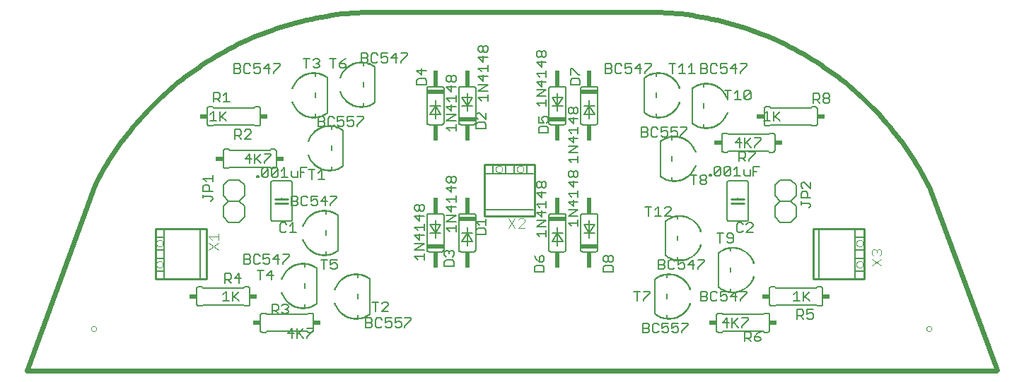
<source format=gbr>
G75*
G70*
%OFA0B0*%
%FSLAX24Y24*%
%IPPOS*%
%LPD*%
%AMOC8*
5,1,8,0,0,1.08239X$1,22.5*
%
%ADD10C,0.0000*%
%ADD11C,0.0240*%
%ADD12C,0.0010*%
%ADD13C,0.0050*%
%ADD14R,0.0340X0.0240*%
%ADD15R,0.0800X0.0200*%
%ADD16R,0.0200X0.0750*%
%ADD17C,0.0100*%
%ADD18C,0.0040*%
D10*
X003251Y002755D02*
X003253Y002777D01*
X003259Y002798D01*
X003269Y002818D01*
X003282Y002836D01*
X003299Y002851D01*
X003318Y002862D01*
X003338Y002870D01*
X003360Y002874D01*
X003382Y002874D01*
X003404Y002870D01*
X003424Y002862D01*
X003443Y002851D01*
X003460Y002836D01*
X003473Y002818D01*
X003483Y002798D01*
X003489Y002777D01*
X003491Y002755D01*
X003489Y002733D01*
X003483Y002712D01*
X003473Y002692D01*
X003460Y002674D01*
X003443Y002659D01*
X003424Y002648D01*
X003404Y002640D01*
X003382Y002636D01*
X003360Y002636D01*
X003338Y002640D01*
X003318Y002648D01*
X003299Y002659D01*
X003282Y002674D01*
X003269Y002692D01*
X003259Y002712D01*
X003253Y002733D01*
X003251Y002755D01*
X006312Y005786D02*
X006314Y005812D01*
X006320Y005837D01*
X006330Y005860D01*
X006344Y005882D01*
X006361Y005901D01*
X006381Y005918D01*
X006403Y005931D01*
X006427Y005940D01*
X006453Y005945D01*
X006478Y005946D01*
X006504Y005943D01*
X006529Y005936D01*
X006552Y005925D01*
X006573Y005910D01*
X006592Y005892D01*
X006607Y005872D01*
X006619Y005849D01*
X006627Y005824D01*
X006631Y005799D01*
X006631Y005773D01*
X006627Y005748D01*
X006619Y005723D01*
X006607Y005700D01*
X006592Y005680D01*
X006573Y005662D01*
X006552Y005647D01*
X006529Y005636D01*
X006504Y005629D01*
X006478Y005626D01*
X006453Y005627D01*
X006427Y005632D01*
X006403Y005641D01*
X006381Y005654D01*
X006361Y005671D01*
X006344Y005690D01*
X006330Y005712D01*
X006320Y005735D01*
X006314Y005760D01*
X006312Y005786D01*
X006312Y006786D02*
X006314Y006812D01*
X006320Y006837D01*
X006330Y006860D01*
X006344Y006882D01*
X006361Y006901D01*
X006381Y006918D01*
X006403Y006931D01*
X006427Y006940D01*
X006453Y006945D01*
X006478Y006946D01*
X006504Y006943D01*
X006529Y006936D01*
X006552Y006925D01*
X006573Y006910D01*
X006592Y006892D01*
X006607Y006872D01*
X006619Y006849D01*
X006627Y006824D01*
X006631Y006799D01*
X006631Y006773D01*
X006627Y006748D01*
X006619Y006723D01*
X006607Y006700D01*
X006592Y006680D01*
X006573Y006662D01*
X006552Y006647D01*
X006529Y006636D01*
X006504Y006629D01*
X006478Y006626D01*
X006453Y006627D01*
X006427Y006632D01*
X006403Y006641D01*
X006381Y006654D01*
X006361Y006671D01*
X006344Y006690D01*
X006330Y006712D01*
X006320Y006735D01*
X006314Y006760D01*
X006312Y006786D01*
X022312Y010286D02*
X022314Y010312D01*
X022320Y010337D01*
X022330Y010360D01*
X022344Y010382D01*
X022361Y010401D01*
X022381Y010418D01*
X022403Y010431D01*
X022427Y010440D01*
X022453Y010445D01*
X022478Y010446D01*
X022504Y010443D01*
X022529Y010436D01*
X022552Y010425D01*
X022573Y010410D01*
X022592Y010392D01*
X022607Y010372D01*
X022619Y010349D01*
X022627Y010324D01*
X022631Y010299D01*
X022631Y010273D01*
X022627Y010248D01*
X022619Y010223D01*
X022607Y010200D01*
X022592Y010180D01*
X022573Y010162D01*
X022552Y010147D01*
X022529Y010136D01*
X022504Y010129D01*
X022478Y010126D01*
X022453Y010127D01*
X022427Y010132D01*
X022403Y010141D01*
X022381Y010154D01*
X022361Y010171D01*
X022344Y010190D01*
X022330Y010212D01*
X022320Y010235D01*
X022314Y010260D01*
X022312Y010286D01*
X023312Y010286D02*
X023314Y010312D01*
X023320Y010337D01*
X023330Y010360D01*
X023344Y010382D01*
X023361Y010401D01*
X023381Y010418D01*
X023403Y010431D01*
X023427Y010440D01*
X023453Y010445D01*
X023478Y010446D01*
X023504Y010443D01*
X023529Y010436D01*
X023552Y010425D01*
X023573Y010410D01*
X023592Y010392D01*
X023607Y010372D01*
X023619Y010349D01*
X023627Y010324D01*
X023631Y010299D01*
X023631Y010273D01*
X023627Y010248D01*
X023619Y010223D01*
X023607Y010200D01*
X023592Y010180D01*
X023573Y010162D01*
X023552Y010147D01*
X023529Y010136D01*
X023504Y010129D01*
X023478Y010126D01*
X023453Y010127D01*
X023427Y010132D01*
X023403Y010141D01*
X023381Y010154D01*
X023361Y010171D01*
X023344Y010190D01*
X023330Y010212D01*
X023320Y010235D01*
X023314Y010260D01*
X023312Y010286D01*
X039312Y006786D02*
X039314Y006812D01*
X039320Y006837D01*
X039330Y006860D01*
X039344Y006882D01*
X039361Y006901D01*
X039381Y006918D01*
X039403Y006931D01*
X039427Y006940D01*
X039453Y006945D01*
X039478Y006946D01*
X039504Y006943D01*
X039529Y006936D01*
X039552Y006925D01*
X039573Y006910D01*
X039592Y006892D01*
X039607Y006872D01*
X039619Y006849D01*
X039627Y006824D01*
X039631Y006799D01*
X039631Y006773D01*
X039627Y006748D01*
X039619Y006723D01*
X039607Y006700D01*
X039592Y006680D01*
X039573Y006662D01*
X039552Y006647D01*
X039529Y006636D01*
X039504Y006629D01*
X039478Y006626D01*
X039453Y006627D01*
X039427Y006632D01*
X039403Y006641D01*
X039381Y006654D01*
X039361Y006671D01*
X039344Y006690D01*
X039330Y006712D01*
X039320Y006735D01*
X039314Y006760D01*
X039312Y006786D01*
X039312Y005786D02*
X039314Y005812D01*
X039320Y005837D01*
X039330Y005860D01*
X039344Y005882D01*
X039361Y005901D01*
X039381Y005918D01*
X039403Y005931D01*
X039427Y005940D01*
X039453Y005945D01*
X039478Y005946D01*
X039504Y005943D01*
X039529Y005936D01*
X039552Y005925D01*
X039573Y005910D01*
X039592Y005892D01*
X039607Y005872D01*
X039619Y005849D01*
X039627Y005824D01*
X039631Y005799D01*
X039631Y005773D01*
X039627Y005748D01*
X039619Y005723D01*
X039607Y005700D01*
X039592Y005680D01*
X039573Y005662D01*
X039552Y005647D01*
X039529Y005636D01*
X039504Y005629D01*
X039478Y005626D01*
X039453Y005627D01*
X039427Y005632D01*
X039403Y005641D01*
X039381Y005654D01*
X039361Y005671D01*
X039344Y005690D01*
X039330Y005712D01*
X039320Y005735D01*
X039314Y005760D01*
X039312Y005786D01*
X042621Y002755D02*
X042623Y002777D01*
X042629Y002798D01*
X042639Y002818D01*
X042652Y002836D01*
X042669Y002851D01*
X042688Y002862D01*
X042708Y002870D01*
X042730Y002874D01*
X042752Y002874D01*
X042774Y002870D01*
X042794Y002862D01*
X042813Y002851D01*
X042830Y002836D01*
X042843Y002818D01*
X042853Y002798D01*
X042859Y002777D01*
X042861Y002755D01*
X042859Y002733D01*
X042853Y002712D01*
X042843Y002692D01*
X042830Y002674D01*
X042813Y002659D01*
X042794Y002648D01*
X042774Y002640D01*
X042752Y002636D01*
X042730Y002636D01*
X042708Y002640D01*
X042688Y002648D01*
X042669Y002659D01*
X042652Y002674D01*
X042639Y002692D01*
X042629Y002712D01*
X042623Y002733D01*
X042621Y002755D01*
D11*
X045922Y000786D02*
X000222Y000786D01*
X003371Y009448D01*
X003481Y009665D01*
X003596Y009880D01*
X003713Y010094D01*
X003835Y010305D01*
X003959Y010514D01*
X004087Y010721D01*
X004219Y010927D01*
X004354Y011130D01*
X004492Y011330D01*
X004633Y011529D01*
X004777Y011725D01*
X004925Y011919D01*
X005076Y012110D01*
X005230Y012299D01*
X005387Y012485D01*
X005547Y012669D01*
X005709Y012850D01*
X005875Y013029D01*
X006044Y013205D01*
X006216Y013378D01*
X006390Y013548D01*
X006567Y013715D01*
X006747Y013879D01*
X006929Y014041D01*
X007115Y014199D01*
X007302Y014355D01*
X007492Y014507D01*
X007685Y014656D01*
X007880Y014802D01*
X008077Y014945D01*
X008277Y015085D01*
X008479Y015221D01*
X008683Y015354D01*
X008889Y015484D01*
X009097Y015610D01*
X009308Y015733D01*
X009520Y015853D01*
X009734Y015969D01*
X009950Y016081D01*
X010168Y016190D01*
X010388Y016295D01*
X010609Y016397D01*
X010832Y016495D01*
X011057Y016590D01*
X011283Y016681D01*
X011510Y016768D01*
X011739Y016852D01*
X011969Y016931D01*
X012201Y017007D01*
X012434Y017080D01*
X012667Y017148D01*
X012902Y017213D01*
X013138Y017273D01*
X013375Y017330D01*
X013613Y017383D01*
X013852Y017432D01*
X014091Y017478D01*
X014331Y017519D01*
X014572Y017556D01*
X014813Y017590D01*
X015055Y017620D01*
X015297Y017645D01*
X015540Y017667D01*
X015783Y017685D01*
X016026Y017698D01*
X016270Y017708D01*
X016513Y017714D01*
X016757Y017716D01*
X016757Y017715D02*
X029356Y017715D01*
X042741Y009448D02*
X045941Y000811D01*
X042741Y009448D02*
X042631Y009665D01*
X042516Y009880D01*
X042399Y010094D01*
X042277Y010305D01*
X042153Y010514D01*
X042025Y010721D01*
X041893Y010927D01*
X041758Y011130D01*
X041620Y011330D01*
X041479Y011529D01*
X041335Y011725D01*
X041187Y011919D01*
X041036Y012110D01*
X040882Y012299D01*
X040725Y012485D01*
X040565Y012669D01*
X040403Y012850D01*
X040237Y013029D01*
X040068Y013205D01*
X039896Y013377D01*
X039722Y013548D01*
X039545Y013715D01*
X039365Y013879D01*
X039183Y014041D01*
X038998Y014199D01*
X038810Y014355D01*
X038620Y014507D01*
X038427Y014656D01*
X038232Y014802D01*
X038035Y014945D01*
X037835Y015085D01*
X037633Y015221D01*
X037429Y015354D01*
X037223Y015484D01*
X037015Y015610D01*
X036804Y015733D01*
X036592Y015853D01*
X036378Y015969D01*
X036162Y016081D01*
X035944Y016190D01*
X035724Y016295D01*
X035503Y016397D01*
X035280Y016495D01*
X035055Y016590D01*
X034829Y016681D01*
X034602Y016768D01*
X034373Y016852D01*
X034143Y016931D01*
X033911Y017007D01*
X033678Y017080D01*
X033445Y017148D01*
X033210Y017213D01*
X032974Y017273D01*
X032737Y017330D01*
X032499Y017383D01*
X032260Y017432D01*
X032021Y017478D01*
X031781Y017519D01*
X031540Y017556D01*
X031299Y017590D01*
X031057Y017620D01*
X030815Y017645D01*
X030572Y017667D01*
X030329Y017685D01*
X030086Y017698D01*
X029842Y017708D01*
X029599Y017714D01*
X029355Y017716D01*
D12*
X030992Y014106D02*
X030954Y014094D01*
X030955Y014094D02*
X030934Y014155D01*
X030909Y014214D01*
X030880Y014272D01*
X030848Y014327D01*
X030813Y014381D01*
X030774Y014432D01*
X030733Y014480D01*
X030688Y014526D01*
X030641Y014569D01*
X030591Y014610D01*
X030538Y014646D01*
X030484Y014680D01*
X030427Y014710D01*
X030369Y014737D01*
X030309Y014759D01*
X030248Y014778D01*
X030185Y014794D01*
X030122Y014805D01*
X030059Y014812D01*
X029995Y014816D01*
X029931Y014815D01*
X029867Y014811D01*
X029803Y014802D01*
X029740Y014790D01*
X029678Y014773D01*
X029617Y014753D01*
X029558Y014729D01*
X029500Y014702D01*
X029444Y014670D01*
X029390Y014636D01*
X029338Y014598D01*
X029314Y014629D01*
X029366Y014668D01*
X029420Y014703D01*
X029476Y014734D01*
X029534Y014762D01*
X029594Y014787D01*
X029655Y014808D01*
X029717Y014825D01*
X029780Y014839D01*
X029844Y014848D01*
X029908Y014854D01*
X029973Y014856D01*
X030037Y014854D01*
X030101Y014848D01*
X030165Y014838D01*
X030228Y014825D01*
X030290Y014808D01*
X030351Y014787D01*
X030411Y014762D01*
X030469Y014734D01*
X030525Y014702D01*
X030579Y014667D01*
X030631Y014629D01*
X030681Y014588D01*
X030728Y014543D01*
X030772Y014496D01*
X030813Y014447D01*
X030852Y014395D01*
X030887Y014341D01*
X030919Y014285D01*
X030947Y014227D01*
X030972Y014167D01*
X030993Y014106D01*
X030984Y014104D01*
X030963Y014164D01*
X030939Y014223D01*
X030911Y014281D01*
X030879Y014336D01*
X030844Y014390D01*
X030806Y014441D01*
X030765Y014490D01*
X030721Y014537D01*
X030675Y014581D01*
X030626Y014622D01*
X030574Y014660D01*
X030520Y014694D01*
X030465Y014726D01*
X030407Y014754D01*
X030348Y014778D01*
X030288Y014799D01*
X030226Y014816D01*
X030163Y014830D01*
X030100Y014839D01*
X030036Y014845D01*
X029973Y014847D01*
X029909Y014845D01*
X029845Y014839D01*
X029782Y014830D01*
X029719Y014816D01*
X029657Y014799D01*
X029597Y014778D01*
X029538Y014754D01*
X029480Y014726D01*
X029424Y014695D01*
X029371Y014660D01*
X029319Y014622D01*
X029325Y014615D01*
X029376Y014653D01*
X029429Y014687D01*
X029484Y014718D01*
X029542Y014746D01*
X029600Y014770D01*
X029660Y014791D01*
X029721Y014808D01*
X029783Y014821D01*
X029846Y014830D01*
X029909Y014836D01*
X029973Y014838D01*
X030036Y014836D01*
X030099Y014830D01*
X030162Y014821D01*
X030224Y014807D01*
X030285Y014790D01*
X030345Y014770D01*
X030403Y014745D01*
X030460Y014718D01*
X030516Y014687D01*
X030569Y014652D01*
X030620Y014615D01*
X030669Y014574D01*
X030715Y014531D01*
X030759Y014484D01*
X030799Y014436D01*
X030837Y014385D01*
X030871Y014332D01*
X030903Y014276D01*
X030931Y014219D01*
X030955Y014161D01*
X030976Y014101D01*
X030967Y014098D01*
X030947Y014158D01*
X030922Y014216D01*
X030895Y014272D01*
X030864Y014327D01*
X030830Y014380D01*
X030792Y014430D01*
X030752Y014479D01*
X030709Y014524D01*
X030663Y014567D01*
X030615Y014608D01*
X030564Y014645D01*
X030511Y014679D01*
X030456Y014710D01*
X030400Y014737D01*
X030342Y014761D01*
X030282Y014782D01*
X030222Y014799D01*
X030160Y014812D01*
X030098Y014821D01*
X030035Y014827D01*
X029973Y014829D01*
X029910Y014827D01*
X029847Y014821D01*
X029785Y014812D01*
X029723Y014799D01*
X029663Y014782D01*
X029603Y014762D01*
X029545Y014738D01*
X029489Y014710D01*
X029434Y014679D01*
X029381Y014645D01*
X029330Y014608D01*
X029336Y014601D01*
X029386Y014638D01*
X029439Y014672D01*
X029493Y014702D01*
X029549Y014729D01*
X029607Y014753D01*
X029666Y014774D01*
X029726Y014790D01*
X029787Y014803D01*
X029848Y014813D01*
X029910Y014818D01*
X029973Y014820D01*
X030035Y014818D01*
X030097Y014812D01*
X030159Y014803D01*
X030220Y014790D01*
X030280Y014773D01*
X030338Y014753D01*
X030396Y014729D01*
X030452Y014702D01*
X030506Y014671D01*
X030559Y014637D01*
X030609Y014600D01*
X030657Y014561D01*
X030702Y014518D01*
X030745Y014473D01*
X030785Y014425D01*
X030822Y014375D01*
X030856Y014322D01*
X030887Y014268D01*
X030914Y014212D01*
X030938Y014155D01*
X030959Y014096D01*
X029314Y012943D02*
X029339Y012974D01*
X029338Y012974D02*
X029390Y012936D01*
X029444Y012902D01*
X029500Y012870D01*
X029558Y012843D01*
X029617Y012819D01*
X029678Y012799D01*
X029740Y012782D01*
X029803Y012770D01*
X029867Y012761D01*
X029931Y012757D01*
X029995Y012756D01*
X030059Y012760D01*
X030122Y012767D01*
X030185Y012778D01*
X030248Y012794D01*
X030309Y012813D01*
X030369Y012835D01*
X030427Y012862D01*
X030484Y012892D01*
X030538Y012926D01*
X030591Y012963D01*
X030641Y013003D01*
X030688Y013046D01*
X030733Y013092D01*
X030774Y013140D01*
X030813Y013191D01*
X030848Y013245D01*
X030880Y013300D01*
X030909Y013358D01*
X030934Y013417D01*
X030955Y013478D01*
X030992Y013466D01*
X030993Y013466D01*
X030972Y013405D01*
X030947Y013345D01*
X030919Y013287D01*
X030887Y013231D01*
X030852Y013177D01*
X030814Y013125D01*
X030772Y013076D01*
X030728Y013029D01*
X030681Y012984D01*
X030631Y012943D01*
X030579Y012905D01*
X030525Y012870D01*
X030469Y012838D01*
X030411Y012810D01*
X030351Y012785D01*
X030290Y012764D01*
X030228Y012747D01*
X030165Y012734D01*
X030101Y012724D01*
X030037Y012718D01*
X029973Y012716D01*
X029908Y012718D01*
X029844Y012724D01*
X029780Y012733D01*
X029717Y012747D01*
X029655Y012764D01*
X029594Y012785D01*
X029534Y012810D01*
X029476Y012838D01*
X029420Y012869D01*
X029366Y012904D01*
X029314Y012943D01*
X029319Y012950D01*
X029371Y012912D01*
X029425Y012877D01*
X029480Y012846D01*
X029538Y012818D01*
X029597Y012793D01*
X029657Y012773D01*
X029719Y012756D01*
X029782Y012742D01*
X029845Y012733D01*
X029909Y012727D01*
X029973Y012725D01*
X030036Y012727D01*
X030100Y012733D01*
X030163Y012742D01*
X030226Y012756D01*
X030288Y012773D01*
X030348Y012794D01*
X030407Y012818D01*
X030465Y012846D01*
X030520Y012878D01*
X030574Y012912D01*
X030626Y012950D01*
X030675Y012991D01*
X030722Y013035D01*
X030765Y013082D01*
X030806Y013131D01*
X030844Y013182D01*
X030879Y013236D01*
X030911Y013291D01*
X030939Y013349D01*
X030963Y013408D01*
X030984Y013468D01*
X030976Y013471D01*
X030955Y013411D01*
X030931Y013353D01*
X030903Y013296D01*
X030871Y013240D01*
X030837Y013187D01*
X030799Y013136D01*
X030759Y013088D01*
X030715Y013041D01*
X030669Y012998D01*
X030620Y012957D01*
X030569Y012920D01*
X030516Y012885D01*
X030460Y012854D01*
X030403Y012827D01*
X030345Y012802D01*
X030285Y012782D01*
X030224Y012765D01*
X030162Y012751D01*
X030099Y012742D01*
X030036Y012736D01*
X029973Y012734D01*
X029909Y012736D01*
X029846Y012742D01*
X029783Y012751D01*
X029721Y012764D01*
X029660Y012781D01*
X029600Y012802D01*
X029542Y012826D01*
X029484Y012854D01*
X029429Y012885D01*
X029376Y012919D01*
X029325Y012957D01*
X029330Y012964D01*
X029381Y012927D01*
X029434Y012893D01*
X029489Y012862D01*
X029545Y012834D01*
X029603Y012810D01*
X029663Y012790D01*
X029723Y012773D01*
X029785Y012760D01*
X029847Y012751D01*
X029910Y012745D01*
X029973Y012743D01*
X030035Y012745D01*
X030098Y012751D01*
X030160Y012760D01*
X030222Y012773D01*
X030282Y012790D01*
X030342Y012811D01*
X030400Y012835D01*
X030456Y012862D01*
X030511Y012893D01*
X030564Y012927D01*
X030615Y012964D01*
X030663Y013005D01*
X030709Y013048D01*
X030752Y013093D01*
X030792Y013142D01*
X030830Y013192D01*
X030864Y013245D01*
X030895Y013300D01*
X030922Y013356D01*
X030947Y013414D01*
X030967Y013474D01*
X030959Y013476D01*
X030938Y013417D01*
X030914Y013360D01*
X030887Y013304D01*
X030856Y013250D01*
X030822Y013197D01*
X030785Y013147D01*
X030745Y013099D01*
X030702Y013054D01*
X030657Y013011D01*
X030609Y012972D01*
X030559Y012935D01*
X030506Y012901D01*
X030452Y012870D01*
X030396Y012843D01*
X030338Y012819D01*
X030280Y012799D01*
X030220Y012782D01*
X030159Y012769D01*
X030097Y012760D01*
X030035Y012754D01*
X029973Y012752D01*
X029910Y012754D01*
X029848Y012759D01*
X029787Y012769D01*
X029726Y012782D01*
X029666Y012798D01*
X029607Y012819D01*
X029549Y012843D01*
X029493Y012870D01*
X029439Y012900D01*
X029386Y012934D01*
X029336Y012971D01*
X031564Y012443D02*
X031589Y012474D01*
X031588Y012474D02*
X031640Y012436D01*
X031694Y012402D01*
X031750Y012370D01*
X031808Y012343D01*
X031867Y012319D01*
X031928Y012299D01*
X031990Y012282D01*
X032053Y012270D01*
X032117Y012261D01*
X032181Y012257D01*
X032245Y012256D01*
X032309Y012260D01*
X032372Y012267D01*
X032435Y012278D01*
X032498Y012294D01*
X032559Y012313D01*
X032619Y012335D01*
X032677Y012362D01*
X032734Y012392D01*
X032788Y012426D01*
X032841Y012463D01*
X032891Y012503D01*
X032938Y012546D01*
X032983Y012592D01*
X033024Y012640D01*
X033063Y012691D01*
X033098Y012745D01*
X033130Y012800D01*
X033159Y012858D01*
X033184Y012917D01*
X033205Y012978D01*
X033242Y012966D01*
X033243Y012966D01*
X033222Y012905D01*
X033197Y012845D01*
X033169Y012787D01*
X033137Y012731D01*
X033102Y012677D01*
X033064Y012625D01*
X033022Y012576D01*
X032978Y012529D01*
X032931Y012484D01*
X032881Y012443D01*
X032829Y012405D01*
X032775Y012370D01*
X032719Y012338D01*
X032661Y012310D01*
X032601Y012285D01*
X032540Y012264D01*
X032478Y012247D01*
X032415Y012234D01*
X032351Y012224D01*
X032287Y012218D01*
X032223Y012216D01*
X032158Y012218D01*
X032094Y012224D01*
X032030Y012233D01*
X031967Y012247D01*
X031905Y012264D01*
X031844Y012285D01*
X031784Y012310D01*
X031726Y012338D01*
X031670Y012369D01*
X031616Y012404D01*
X031564Y012443D01*
X031569Y012450D01*
X031621Y012412D01*
X031675Y012377D01*
X031730Y012346D01*
X031788Y012318D01*
X031847Y012293D01*
X031907Y012273D01*
X031969Y012256D01*
X032032Y012242D01*
X032095Y012233D01*
X032159Y012227D01*
X032223Y012225D01*
X032286Y012227D01*
X032350Y012233D01*
X032413Y012242D01*
X032476Y012256D01*
X032538Y012273D01*
X032598Y012294D01*
X032657Y012318D01*
X032715Y012346D01*
X032770Y012378D01*
X032824Y012412D01*
X032876Y012450D01*
X032925Y012491D01*
X032972Y012535D01*
X033015Y012582D01*
X033056Y012631D01*
X033094Y012682D01*
X033129Y012736D01*
X033161Y012791D01*
X033189Y012849D01*
X033213Y012908D01*
X033234Y012968D01*
X033226Y012971D01*
X033205Y012911D01*
X033181Y012853D01*
X033153Y012796D01*
X033121Y012740D01*
X033087Y012687D01*
X033049Y012636D01*
X033009Y012588D01*
X032965Y012541D01*
X032919Y012498D01*
X032870Y012457D01*
X032819Y012420D01*
X032766Y012385D01*
X032710Y012354D01*
X032653Y012327D01*
X032595Y012302D01*
X032535Y012282D01*
X032474Y012265D01*
X032412Y012251D01*
X032349Y012242D01*
X032286Y012236D01*
X032223Y012234D01*
X032159Y012236D01*
X032096Y012242D01*
X032033Y012251D01*
X031971Y012264D01*
X031910Y012281D01*
X031850Y012302D01*
X031792Y012326D01*
X031734Y012354D01*
X031679Y012385D01*
X031626Y012419D01*
X031575Y012457D01*
X031580Y012464D01*
X031631Y012427D01*
X031684Y012393D01*
X031739Y012362D01*
X031795Y012334D01*
X031853Y012310D01*
X031913Y012290D01*
X031973Y012273D01*
X032035Y012260D01*
X032097Y012251D01*
X032160Y012245D01*
X032223Y012243D01*
X032285Y012245D01*
X032348Y012251D01*
X032410Y012260D01*
X032472Y012273D01*
X032532Y012290D01*
X032592Y012311D01*
X032650Y012335D01*
X032706Y012362D01*
X032761Y012393D01*
X032814Y012427D01*
X032865Y012464D01*
X032913Y012505D01*
X032959Y012548D01*
X033002Y012593D01*
X033042Y012642D01*
X033080Y012692D01*
X033114Y012745D01*
X033145Y012800D01*
X033172Y012856D01*
X033197Y012914D01*
X033217Y012974D01*
X033209Y012976D01*
X033188Y012917D01*
X033164Y012860D01*
X033137Y012804D01*
X033106Y012750D01*
X033072Y012697D01*
X033035Y012647D01*
X032995Y012599D01*
X032952Y012554D01*
X032907Y012511D01*
X032859Y012472D01*
X032809Y012435D01*
X032756Y012401D01*
X032702Y012370D01*
X032646Y012343D01*
X032588Y012319D01*
X032530Y012299D01*
X032470Y012282D01*
X032409Y012269D01*
X032347Y012260D01*
X032285Y012254D01*
X032223Y012252D01*
X032160Y012254D01*
X032098Y012259D01*
X032037Y012269D01*
X031976Y012282D01*
X031916Y012298D01*
X031857Y012319D01*
X031799Y012343D01*
X031743Y012370D01*
X031689Y012400D01*
X031636Y012434D01*
X031586Y012471D01*
X033242Y013606D02*
X033204Y013594D01*
X033205Y013594D02*
X033184Y013655D01*
X033159Y013714D01*
X033130Y013772D01*
X033098Y013827D01*
X033063Y013881D01*
X033024Y013932D01*
X032983Y013980D01*
X032938Y014026D01*
X032891Y014069D01*
X032841Y014110D01*
X032788Y014146D01*
X032734Y014180D01*
X032677Y014210D01*
X032619Y014237D01*
X032559Y014259D01*
X032498Y014278D01*
X032435Y014294D01*
X032372Y014305D01*
X032309Y014312D01*
X032245Y014316D01*
X032181Y014315D01*
X032117Y014311D01*
X032053Y014302D01*
X031990Y014290D01*
X031928Y014273D01*
X031867Y014253D01*
X031808Y014229D01*
X031750Y014202D01*
X031694Y014170D01*
X031640Y014136D01*
X031588Y014098D01*
X031564Y014129D01*
X031616Y014168D01*
X031670Y014203D01*
X031726Y014234D01*
X031784Y014262D01*
X031844Y014287D01*
X031905Y014308D01*
X031967Y014325D01*
X032030Y014339D01*
X032094Y014348D01*
X032158Y014354D01*
X032223Y014356D01*
X032287Y014354D01*
X032351Y014348D01*
X032415Y014338D01*
X032478Y014325D01*
X032540Y014308D01*
X032601Y014287D01*
X032661Y014262D01*
X032719Y014234D01*
X032775Y014202D01*
X032829Y014167D01*
X032881Y014129D01*
X032931Y014088D01*
X032978Y014043D01*
X033022Y013996D01*
X033063Y013947D01*
X033102Y013895D01*
X033137Y013841D01*
X033169Y013785D01*
X033197Y013727D01*
X033222Y013667D01*
X033243Y013606D01*
X033234Y013604D01*
X033213Y013664D01*
X033189Y013723D01*
X033161Y013781D01*
X033129Y013836D01*
X033094Y013890D01*
X033056Y013941D01*
X033015Y013990D01*
X032971Y014037D01*
X032925Y014081D01*
X032876Y014122D01*
X032824Y014160D01*
X032770Y014194D01*
X032715Y014226D01*
X032657Y014254D01*
X032598Y014278D01*
X032538Y014299D01*
X032476Y014316D01*
X032413Y014330D01*
X032350Y014339D01*
X032286Y014345D01*
X032223Y014347D01*
X032159Y014345D01*
X032095Y014339D01*
X032032Y014330D01*
X031969Y014316D01*
X031907Y014299D01*
X031847Y014278D01*
X031788Y014254D01*
X031730Y014226D01*
X031674Y014195D01*
X031621Y014160D01*
X031569Y014122D01*
X031575Y014115D01*
X031626Y014153D01*
X031679Y014187D01*
X031734Y014218D01*
X031792Y014246D01*
X031850Y014270D01*
X031910Y014291D01*
X031971Y014308D01*
X032033Y014321D01*
X032096Y014330D01*
X032159Y014336D01*
X032223Y014338D01*
X032286Y014336D01*
X032349Y014330D01*
X032412Y014321D01*
X032474Y014307D01*
X032535Y014290D01*
X032595Y014270D01*
X032653Y014245D01*
X032710Y014218D01*
X032766Y014187D01*
X032819Y014152D01*
X032870Y014115D01*
X032919Y014074D01*
X032965Y014031D01*
X033009Y013984D01*
X033049Y013936D01*
X033087Y013885D01*
X033121Y013832D01*
X033153Y013776D01*
X033181Y013719D01*
X033205Y013661D01*
X033226Y013601D01*
X033217Y013598D01*
X033197Y013658D01*
X033172Y013716D01*
X033145Y013772D01*
X033114Y013827D01*
X033080Y013880D01*
X033042Y013930D01*
X033002Y013979D01*
X032959Y014024D01*
X032913Y014067D01*
X032865Y014108D01*
X032814Y014145D01*
X032761Y014179D01*
X032706Y014210D01*
X032650Y014237D01*
X032592Y014261D01*
X032532Y014282D01*
X032472Y014299D01*
X032410Y014312D01*
X032348Y014321D01*
X032285Y014327D01*
X032223Y014329D01*
X032160Y014327D01*
X032097Y014321D01*
X032035Y014312D01*
X031973Y014299D01*
X031913Y014282D01*
X031853Y014262D01*
X031795Y014238D01*
X031739Y014210D01*
X031684Y014179D01*
X031631Y014145D01*
X031580Y014108D01*
X031586Y014101D01*
X031636Y014138D01*
X031689Y014172D01*
X031743Y014202D01*
X031799Y014229D01*
X031857Y014253D01*
X031916Y014274D01*
X031976Y014290D01*
X032037Y014303D01*
X032098Y014313D01*
X032160Y014318D01*
X032223Y014320D01*
X032285Y014318D01*
X032347Y014312D01*
X032409Y014303D01*
X032470Y014290D01*
X032530Y014273D01*
X032588Y014253D01*
X032646Y014229D01*
X032702Y014202D01*
X032756Y014171D01*
X032809Y014137D01*
X032859Y014100D01*
X032907Y014061D01*
X032952Y014018D01*
X032995Y013973D01*
X033035Y013925D01*
X033072Y013875D01*
X033106Y013822D01*
X033137Y013768D01*
X033164Y013712D01*
X033188Y013655D01*
X033209Y013596D01*
X031742Y011106D02*
X031704Y011094D01*
X031705Y011094D02*
X031684Y011155D01*
X031659Y011214D01*
X031630Y011272D01*
X031598Y011327D01*
X031563Y011381D01*
X031524Y011432D01*
X031483Y011480D01*
X031438Y011526D01*
X031391Y011569D01*
X031341Y011610D01*
X031288Y011646D01*
X031234Y011680D01*
X031177Y011710D01*
X031119Y011737D01*
X031059Y011759D01*
X030998Y011778D01*
X030935Y011794D01*
X030872Y011805D01*
X030809Y011812D01*
X030745Y011816D01*
X030681Y011815D01*
X030617Y011811D01*
X030553Y011802D01*
X030490Y011790D01*
X030428Y011773D01*
X030367Y011753D01*
X030308Y011729D01*
X030250Y011702D01*
X030194Y011670D01*
X030140Y011636D01*
X030088Y011598D01*
X030064Y011629D01*
X030116Y011668D01*
X030170Y011703D01*
X030226Y011734D01*
X030284Y011762D01*
X030344Y011787D01*
X030405Y011808D01*
X030467Y011825D01*
X030530Y011839D01*
X030594Y011848D01*
X030658Y011854D01*
X030723Y011856D01*
X030787Y011854D01*
X030851Y011848D01*
X030915Y011838D01*
X030978Y011825D01*
X031040Y011808D01*
X031101Y011787D01*
X031161Y011762D01*
X031219Y011734D01*
X031275Y011702D01*
X031329Y011667D01*
X031381Y011629D01*
X031431Y011588D01*
X031478Y011543D01*
X031522Y011496D01*
X031563Y011447D01*
X031602Y011395D01*
X031637Y011341D01*
X031669Y011285D01*
X031697Y011227D01*
X031722Y011167D01*
X031743Y011106D01*
X031734Y011104D01*
X031713Y011164D01*
X031689Y011223D01*
X031661Y011281D01*
X031629Y011336D01*
X031594Y011390D01*
X031556Y011441D01*
X031515Y011490D01*
X031471Y011537D01*
X031425Y011581D01*
X031376Y011622D01*
X031324Y011660D01*
X031270Y011694D01*
X031215Y011726D01*
X031157Y011754D01*
X031098Y011778D01*
X031038Y011799D01*
X030976Y011816D01*
X030913Y011830D01*
X030850Y011839D01*
X030786Y011845D01*
X030723Y011847D01*
X030659Y011845D01*
X030595Y011839D01*
X030532Y011830D01*
X030469Y011816D01*
X030407Y011799D01*
X030347Y011778D01*
X030288Y011754D01*
X030230Y011726D01*
X030174Y011695D01*
X030121Y011660D01*
X030069Y011622D01*
X030075Y011615D01*
X030126Y011653D01*
X030179Y011687D01*
X030234Y011718D01*
X030292Y011746D01*
X030350Y011770D01*
X030410Y011791D01*
X030471Y011808D01*
X030533Y011821D01*
X030596Y011830D01*
X030659Y011836D01*
X030723Y011838D01*
X030786Y011836D01*
X030849Y011830D01*
X030912Y011821D01*
X030974Y011807D01*
X031035Y011790D01*
X031095Y011770D01*
X031153Y011745D01*
X031210Y011718D01*
X031266Y011687D01*
X031319Y011652D01*
X031370Y011615D01*
X031419Y011574D01*
X031465Y011531D01*
X031509Y011484D01*
X031549Y011436D01*
X031587Y011385D01*
X031621Y011332D01*
X031653Y011276D01*
X031681Y011219D01*
X031705Y011161D01*
X031726Y011101D01*
X031717Y011098D01*
X031697Y011158D01*
X031672Y011216D01*
X031645Y011272D01*
X031614Y011327D01*
X031580Y011380D01*
X031542Y011430D01*
X031502Y011479D01*
X031459Y011524D01*
X031413Y011567D01*
X031365Y011608D01*
X031314Y011645D01*
X031261Y011679D01*
X031206Y011710D01*
X031150Y011737D01*
X031092Y011761D01*
X031032Y011782D01*
X030972Y011799D01*
X030910Y011812D01*
X030848Y011821D01*
X030785Y011827D01*
X030723Y011829D01*
X030660Y011827D01*
X030597Y011821D01*
X030535Y011812D01*
X030473Y011799D01*
X030413Y011782D01*
X030353Y011762D01*
X030295Y011738D01*
X030239Y011710D01*
X030184Y011679D01*
X030131Y011645D01*
X030080Y011608D01*
X030086Y011601D01*
X030136Y011638D01*
X030189Y011672D01*
X030243Y011702D01*
X030299Y011729D01*
X030357Y011753D01*
X030416Y011774D01*
X030476Y011790D01*
X030537Y011803D01*
X030598Y011813D01*
X030660Y011818D01*
X030723Y011820D01*
X030785Y011818D01*
X030847Y011812D01*
X030909Y011803D01*
X030970Y011790D01*
X031030Y011773D01*
X031088Y011753D01*
X031146Y011729D01*
X031202Y011702D01*
X031256Y011671D01*
X031309Y011637D01*
X031359Y011600D01*
X031407Y011561D01*
X031452Y011518D01*
X031495Y011473D01*
X031535Y011425D01*
X031572Y011375D01*
X031606Y011322D01*
X031637Y011268D01*
X031664Y011212D01*
X031688Y011155D01*
X031709Y011096D01*
X030064Y009943D02*
X030089Y009974D01*
X030088Y009974D02*
X030140Y009936D01*
X030194Y009902D01*
X030250Y009870D01*
X030308Y009843D01*
X030367Y009819D01*
X030428Y009799D01*
X030490Y009782D01*
X030553Y009770D01*
X030617Y009761D01*
X030681Y009757D01*
X030745Y009756D01*
X030809Y009760D01*
X030872Y009767D01*
X030935Y009778D01*
X030998Y009794D01*
X031059Y009813D01*
X031119Y009835D01*
X031177Y009862D01*
X031234Y009892D01*
X031288Y009926D01*
X031341Y009963D01*
X031391Y010003D01*
X031438Y010046D01*
X031483Y010092D01*
X031524Y010140D01*
X031563Y010191D01*
X031598Y010245D01*
X031630Y010300D01*
X031659Y010358D01*
X031684Y010417D01*
X031705Y010478D01*
X031742Y010466D01*
X031743Y010466D01*
X031722Y010405D01*
X031697Y010345D01*
X031669Y010287D01*
X031637Y010231D01*
X031602Y010177D01*
X031564Y010125D01*
X031522Y010076D01*
X031478Y010029D01*
X031431Y009984D01*
X031381Y009943D01*
X031329Y009905D01*
X031275Y009870D01*
X031219Y009838D01*
X031161Y009810D01*
X031101Y009785D01*
X031040Y009764D01*
X030978Y009747D01*
X030915Y009734D01*
X030851Y009724D01*
X030787Y009718D01*
X030723Y009716D01*
X030658Y009718D01*
X030594Y009724D01*
X030530Y009733D01*
X030467Y009747D01*
X030405Y009764D01*
X030344Y009785D01*
X030284Y009810D01*
X030226Y009838D01*
X030170Y009869D01*
X030116Y009904D01*
X030064Y009943D01*
X030069Y009950D01*
X030121Y009912D01*
X030175Y009877D01*
X030230Y009846D01*
X030288Y009818D01*
X030347Y009793D01*
X030407Y009773D01*
X030469Y009756D01*
X030532Y009742D01*
X030595Y009733D01*
X030659Y009727D01*
X030723Y009725D01*
X030786Y009727D01*
X030850Y009733D01*
X030913Y009742D01*
X030976Y009756D01*
X031038Y009773D01*
X031098Y009794D01*
X031157Y009818D01*
X031215Y009846D01*
X031270Y009878D01*
X031324Y009912D01*
X031376Y009950D01*
X031425Y009991D01*
X031472Y010035D01*
X031515Y010082D01*
X031556Y010131D01*
X031594Y010182D01*
X031629Y010236D01*
X031661Y010291D01*
X031689Y010349D01*
X031713Y010408D01*
X031734Y010468D01*
X031726Y010471D01*
X031705Y010411D01*
X031681Y010353D01*
X031653Y010296D01*
X031621Y010240D01*
X031587Y010187D01*
X031549Y010136D01*
X031509Y010088D01*
X031465Y010041D01*
X031419Y009998D01*
X031370Y009957D01*
X031319Y009920D01*
X031266Y009885D01*
X031210Y009854D01*
X031153Y009827D01*
X031095Y009802D01*
X031035Y009782D01*
X030974Y009765D01*
X030912Y009751D01*
X030849Y009742D01*
X030786Y009736D01*
X030723Y009734D01*
X030659Y009736D01*
X030596Y009742D01*
X030533Y009751D01*
X030471Y009764D01*
X030410Y009781D01*
X030350Y009802D01*
X030292Y009826D01*
X030234Y009854D01*
X030179Y009885D01*
X030126Y009919D01*
X030075Y009957D01*
X030080Y009964D01*
X030131Y009927D01*
X030184Y009893D01*
X030239Y009862D01*
X030295Y009834D01*
X030353Y009810D01*
X030413Y009790D01*
X030473Y009773D01*
X030535Y009760D01*
X030597Y009751D01*
X030660Y009745D01*
X030723Y009743D01*
X030785Y009745D01*
X030848Y009751D01*
X030910Y009760D01*
X030972Y009773D01*
X031032Y009790D01*
X031092Y009811D01*
X031150Y009835D01*
X031206Y009862D01*
X031261Y009893D01*
X031314Y009927D01*
X031365Y009964D01*
X031413Y010005D01*
X031459Y010048D01*
X031502Y010093D01*
X031542Y010142D01*
X031580Y010192D01*
X031614Y010245D01*
X031645Y010300D01*
X031672Y010356D01*
X031697Y010414D01*
X031717Y010474D01*
X031709Y010476D01*
X031688Y010417D01*
X031664Y010360D01*
X031637Y010304D01*
X031606Y010250D01*
X031572Y010197D01*
X031535Y010147D01*
X031495Y010099D01*
X031452Y010054D01*
X031407Y010011D01*
X031359Y009972D01*
X031309Y009935D01*
X031256Y009901D01*
X031202Y009870D01*
X031146Y009843D01*
X031088Y009819D01*
X031030Y009799D01*
X030970Y009782D01*
X030909Y009769D01*
X030847Y009760D01*
X030785Y009754D01*
X030723Y009752D01*
X030660Y009754D01*
X030598Y009759D01*
X030537Y009769D01*
X030476Y009782D01*
X030416Y009798D01*
X030357Y009819D01*
X030299Y009843D01*
X030243Y009870D01*
X030189Y009900D01*
X030136Y009934D01*
X030086Y009971D01*
X031992Y007356D02*
X031954Y007344D01*
X031955Y007344D02*
X031934Y007405D01*
X031909Y007464D01*
X031880Y007522D01*
X031848Y007577D01*
X031813Y007631D01*
X031774Y007682D01*
X031733Y007730D01*
X031688Y007776D01*
X031641Y007819D01*
X031591Y007860D01*
X031538Y007896D01*
X031484Y007930D01*
X031427Y007960D01*
X031369Y007987D01*
X031309Y008009D01*
X031248Y008028D01*
X031185Y008044D01*
X031122Y008055D01*
X031059Y008062D01*
X030995Y008066D01*
X030931Y008065D01*
X030867Y008061D01*
X030803Y008052D01*
X030740Y008040D01*
X030678Y008023D01*
X030617Y008003D01*
X030558Y007979D01*
X030500Y007952D01*
X030444Y007920D01*
X030390Y007886D01*
X030338Y007848D01*
X030314Y007879D01*
X030366Y007918D01*
X030420Y007953D01*
X030476Y007984D01*
X030534Y008012D01*
X030594Y008037D01*
X030655Y008058D01*
X030717Y008075D01*
X030780Y008089D01*
X030844Y008098D01*
X030908Y008104D01*
X030973Y008106D01*
X031037Y008104D01*
X031101Y008098D01*
X031165Y008088D01*
X031228Y008075D01*
X031290Y008058D01*
X031351Y008037D01*
X031411Y008012D01*
X031469Y007984D01*
X031525Y007952D01*
X031579Y007917D01*
X031631Y007879D01*
X031681Y007838D01*
X031728Y007793D01*
X031772Y007746D01*
X031813Y007697D01*
X031852Y007645D01*
X031887Y007591D01*
X031919Y007535D01*
X031947Y007477D01*
X031972Y007417D01*
X031993Y007356D01*
X031984Y007354D01*
X031963Y007414D01*
X031939Y007473D01*
X031911Y007531D01*
X031879Y007586D01*
X031844Y007640D01*
X031806Y007691D01*
X031765Y007740D01*
X031721Y007787D01*
X031675Y007831D01*
X031626Y007872D01*
X031574Y007910D01*
X031520Y007944D01*
X031465Y007976D01*
X031407Y008004D01*
X031348Y008028D01*
X031288Y008049D01*
X031226Y008066D01*
X031163Y008080D01*
X031100Y008089D01*
X031036Y008095D01*
X030973Y008097D01*
X030909Y008095D01*
X030845Y008089D01*
X030782Y008080D01*
X030719Y008066D01*
X030657Y008049D01*
X030597Y008028D01*
X030538Y008004D01*
X030480Y007976D01*
X030424Y007945D01*
X030371Y007910D01*
X030319Y007872D01*
X030325Y007865D01*
X030376Y007903D01*
X030429Y007937D01*
X030484Y007968D01*
X030542Y007996D01*
X030600Y008020D01*
X030660Y008041D01*
X030721Y008058D01*
X030783Y008071D01*
X030846Y008080D01*
X030909Y008086D01*
X030973Y008088D01*
X031036Y008086D01*
X031099Y008080D01*
X031162Y008071D01*
X031224Y008057D01*
X031285Y008040D01*
X031345Y008020D01*
X031403Y007995D01*
X031460Y007968D01*
X031516Y007937D01*
X031569Y007902D01*
X031620Y007865D01*
X031669Y007824D01*
X031715Y007781D01*
X031759Y007734D01*
X031799Y007686D01*
X031837Y007635D01*
X031871Y007582D01*
X031903Y007526D01*
X031931Y007469D01*
X031955Y007411D01*
X031976Y007351D01*
X031967Y007348D01*
X031947Y007408D01*
X031922Y007466D01*
X031895Y007522D01*
X031864Y007577D01*
X031830Y007630D01*
X031792Y007680D01*
X031752Y007729D01*
X031709Y007774D01*
X031663Y007817D01*
X031615Y007858D01*
X031564Y007895D01*
X031511Y007929D01*
X031456Y007960D01*
X031400Y007987D01*
X031342Y008011D01*
X031282Y008032D01*
X031222Y008049D01*
X031160Y008062D01*
X031098Y008071D01*
X031035Y008077D01*
X030973Y008079D01*
X030910Y008077D01*
X030847Y008071D01*
X030785Y008062D01*
X030723Y008049D01*
X030663Y008032D01*
X030603Y008012D01*
X030545Y007988D01*
X030489Y007960D01*
X030434Y007929D01*
X030381Y007895D01*
X030330Y007858D01*
X030336Y007851D01*
X030386Y007888D01*
X030439Y007922D01*
X030493Y007952D01*
X030549Y007979D01*
X030607Y008003D01*
X030666Y008024D01*
X030726Y008040D01*
X030787Y008053D01*
X030848Y008063D01*
X030910Y008068D01*
X030973Y008070D01*
X031035Y008068D01*
X031097Y008062D01*
X031159Y008053D01*
X031220Y008040D01*
X031280Y008023D01*
X031338Y008003D01*
X031396Y007979D01*
X031452Y007952D01*
X031506Y007921D01*
X031559Y007887D01*
X031609Y007850D01*
X031657Y007811D01*
X031702Y007768D01*
X031745Y007723D01*
X031785Y007675D01*
X031822Y007625D01*
X031856Y007572D01*
X031887Y007518D01*
X031914Y007462D01*
X031938Y007405D01*
X031959Y007346D01*
X030314Y006193D02*
X030339Y006224D01*
X030338Y006224D02*
X030390Y006186D01*
X030444Y006152D01*
X030500Y006120D01*
X030558Y006093D01*
X030617Y006069D01*
X030678Y006049D01*
X030740Y006032D01*
X030803Y006020D01*
X030867Y006011D01*
X030931Y006007D01*
X030995Y006006D01*
X031059Y006010D01*
X031122Y006017D01*
X031185Y006028D01*
X031248Y006044D01*
X031309Y006063D01*
X031369Y006085D01*
X031427Y006112D01*
X031484Y006142D01*
X031538Y006176D01*
X031591Y006213D01*
X031641Y006253D01*
X031688Y006296D01*
X031733Y006342D01*
X031774Y006390D01*
X031813Y006441D01*
X031848Y006495D01*
X031880Y006550D01*
X031909Y006608D01*
X031934Y006667D01*
X031955Y006728D01*
X031992Y006716D01*
X031993Y006716D01*
X031972Y006655D01*
X031947Y006595D01*
X031919Y006537D01*
X031887Y006481D01*
X031852Y006427D01*
X031814Y006375D01*
X031772Y006326D01*
X031728Y006279D01*
X031681Y006234D01*
X031631Y006193D01*
X031579Y006155D01*
X031525Y006120D01*
X031469Y006088D01*
X031411Y006060D01*
X031351Y006035D01*
X031290Y006014D01*
X031228Y005997D01*
X031165Y005984D01*
X031101Y005974D01*
X031037Y005968D01*
X030973Y005966D01*
X030908Y005968D01*
X030844Y005974D01*
X030780Y005983D01*
X030717Y005997D01*
X030655Y006014D01*
X030594Y006035D01*
X030534Y006060D01*
X030476Y006088D01*
X030420Y006119D01*
X030366Y006154D01*
X030314Y006193D01*
X030319Y006200D01*
X030371Y006162D01*
X030425Y006127D01*
X030480Y006096D01*
X030538Y006068D01*
X030597Y006043D01*
X030657Y006023D01*
X030719Y006006D01*
X030782Y005992D01*
X030845Y005983D01*
X030909Y005977D01*
X030973Y005975D01*
X031036Y005977D01*
X031100Y005983D01*
X031163Y005992D01*
X031226Y006006D01*
X031288Y006023D01*
X031348Y006044D01*
X031407Y006068D01*
X031465Y006096D01*
X031520Y006128D01*
X031574Y006162D01*
X031626Y006200D01*
X031675Y006241D01*
X031722Y006285D01*
X031765Y006332D01*
X031806Y006381D01*
X031844Y006432D01*
X031879Y006486D01*
X031911Y006541D01*
X031939Y006599D01*
X031963Y006658D01*
X031984Y006718D01*
X031976Y006721D01*
X031955Y006661D01*
X031931Y006603D01*
X031903Y006546D01*
X031871Y006490D01*
X031837Y006437D01*
X031799Y006386D01*
X031759Y006338D01*
X031715Y006291D01*
X031669Y006248D01*
X031620Y006207D01*
X031569Y006170D01*
X031516Y006135D01*
X031460Y006104D01*
X031403Y006077D01*
X031345Y006052D01*
X031285Y006032D01*
X031224Y006015D01*
X031162Y006001D01*
X031099Y005992D01*
X031036Y005986D01*
X030973Y005984D01*
X030909Y005986D01*
X030846Y005992D01*
X030783Y006001D01*
X030721Y006014D01*
X030660Y006031D01*
X030600Y006052D01*
X030542Y006076D01*
X030484Y006104D01*
X030429Y006135D01*
X030376Y006169D01*
X030325Y006207D01*
X030330Y006214D01*
X030381Y006177D01*
X030434Y006143D01*
X030489Y006112D01*
X030545Y006084D01*
X030603Y006060D01*
X030663Y006040D01*
X030723Y006023D01*
X030785Y006010D01*
X030847Y006001D01*
X030910Y005995D01*
X030973Y005993D01*
X031035Y005995D01*
X031098Y006001D01*
X031160Y006010D01*
X031222Y006023D01*
X031282Y006040D01*
X031342Y006061D01*
X031400Y006085D01*
X031456Y006112D01*
X031511Y006143D01*
X031564Y006177D01*
X031615Y006214D01*
X031663Y006255D01*
X031709Y006298D01*
X031752Y006343D01*
X031792Y006392D01*
X031830Y006442D01*
X031864Y006495D01*
X031895Y006550D01*
X031922Y006606D01*
X031947Y006664D01*
X031967Y006724D01*
X031959Y006726D01*
X031938Y006667D01*
X031914Y006610D01*
X031887Y006554D01*
X031856Y006500D01*
X031822Y006447D01*
X031785Y006397D01*
X031745Y006349D01*
X031702Y006304D01*
X031657Y006261D01*
X031609Y006222D01*
X031559Y006185D01*
X031506Y006151D01*
X031452Y006120D01*
X031396Y006093D01*
X031338Y006069D01*
X031280Y006049D01*
X031220Y006032D01*
X031159Y006019D01*
X031097Y006010D01*
X031035Y006004D01*
X030973Y006002D01*
X030910Y006004D01*
X030848Y006009D01*
X030787Y006019D01*
X030726Y006032D01*
X030666Y006048D01*
X030607Y006069D01*
X030549Y006093D01*
X030493Y006120D01*
X030439Y006150D01*
X030386Y006184D01*
X030336Y006221D01*
X032814Y004693D02*
X032839Y004724D01*
X032838Y004724D02*
X032890Y004686D01*
X032944Y004652D01*
X033000Y004620D01*
X033058Y004593D01*
X033117Y004569D01*
X033178Y004549D01*
X033240Y004532D01*
X033303Y004520D01*
X033367Y004511D01*
X033431Y004507D01*
X033495Y004506D01*
X033559Y004510D01*
X033622Y004517D01*
X033685Y004528D01*
X033748Y004544D01*
X033809Y004563D01*
X033869Y004585D01*
X033927Y004612D01*
X033984Y004642D01*
X034038Y004676D01*
X034091Y004713D01*
X034141Y004753D01*
X034188Y004796D01*
X034233Y004842D01*
X034274Y004890D01*
X034313Y004941D01*
X034348Y004995D01*
X034380Y005050D01*
X034409Y005108D01*
X034434Y005167D01*
X034455Y005228D01*
X034492Y005216D01*
X034493Y005216D01*
X034472Y005155D01*
X034447Y005095D01*
X034419Y005037D01*
X034387Y004981D01*
X034352Y004927D01*
X034314Y004875D01*
X034272Y004826D01*
X034228Y004779D01*
X034181Y004734D01*
X034131Y004693D01*
X034079Y004655D01*
X034025Y004620D01*
X033969Y004588D01*
X033911Y004560D01*
X033851Y004535D01*
X033790Y004514D01*
X033728Y004497D01*
X033665Y004484D01*
X033601Y004474D01*
X033537Y004468D01*
X033473Y004466D01*
X033408Y004468D01*
X033344Y004474D01*
X033280Y004483D01*
X033217Y004497D01*
X033155Y004514D01*
X033094Y004535D01*
X033034Y004560D01*
X032976Y004588D01*
X032920Y004619D01*
X032866Y004654D01*
X032814Y004693D01*
X032819Y004700D01*
X032871Y004662D01*
X032925Y004627D01*
X032980Y004596D01*
X033038Y004568D01*
X033097Y004543D01*
X033157Y004523D01*
X033219Y004506D01*
X033282Y004492D01*
X033345Y004483D01*
X033409Y004477D01*
X033473Y004475D01*
X033536Y004477D01*
X033600Y004483D01*
X033663Y004492D01*
X033726Y004506D01*
X033788Y004523D01*
X033848Y004544D01*
X033907Y004568D01*
X033965Y004596D01*
X034020Y004628D01*
X034074Y004662D01*
X034126Y004700D01*
X034175Y004741D01*
X034222Y004785D01*
X034265Y004832D01*
X034306Y004881D01*
X034344Y004932D01*
X034379Y004986D01*
X034411Y005041D01*
X034439Y005099D01*
X034463Y005158D01*
X034484Y005218D01*
X034476Y005221D01*
X034455Y005161D01*
X034431Y005103D01*
X034403Y005046D01*
X034371Y004990D01*
X034337Y004937D01*
X034299Y004886D01*
X034259Y004838D01*
X034215Y004791D01*
X034169Y004748D01*
X034120Y004707D01*
X034069Y004670D01*
X034016Y004635D01*
X033960Y004604D01*
X033903Y004577D01*
X033845Y004552D01*
X033785Y004532D01*
X033724Y004515D01*
X033662Y004501D01*
X033599Y004492D01*
X033536Y004486D01*
X033473Y004484D01*
X033409Y004486D01*
X033346Y004492D01*
X033283Y004501D01*
X033221Y004514D01*
X033160Y004531D01*
X033100Y004552D01*
X033042Y004576D01*
X032984Y004604D01*
X032929Y004635D01*
X032876Y004669D01*
X032825Y004707D01*
X032830Y004714D01*
X032881Y004677D01*
X032934Y004643D01*
X032989Y004612D01*
X033045Y004584D01*
X033103Y004560D01*
X033163Y004540D01*
X033223Y004523D01*
X033285Y004510D01*
X033347Y004501D01*
X033410Y004495D01*
X033473Y004493D01*
X033535Y004495D01*
X033598Y004501D01*
X033660Y004510D01*
X033722Y004523D01*
X033782Y004540D01*
X033842Y004561D01*
X033900Y004585D01*
X033956Y004612D01*
X034011Y004643D01*
X034064Y004677D01*
X034115Y004714D01*
X034163Y004755D01*
X034209Y004798D01*
X034252Y004843D01*
X034292Y004892D01*
X034330Y004942D01*
X034364Y004995D01*
X034395Y005050D01*
X034422Y005106D01*
X034447Y005164D01*
X034467Y005224D01*
X034459Y005226D01*
X034438Y005167D01*
X034414Y005110D01*
X034387Y005054D01*
X034356Y005000D01*
X034322Y004947D01*
X034285Y004897D01*
X034245Y004849D01*
X034202Y004804D01*
X034157Y004761D01*
X034109Y004722D01*
X034059Y004685D01*
X034006Y004651D01*
X033952Y004620D01*
X033896Y004593D01*
X033838Y004569D01*
X033780Y004549D01*
X033720Y004532D01*
X033659Y004519D01*
X033597Y004510D01*
X033535Y004504D01*
X033473Y004502D01*
X033410Y004504D01*
X033348Y004509D01*
X033287Y004519D01*
X033226Y004532D01*
X033166Y004548D01*
X033107Y004569D01*
X033049Y004593D01*
X032993Y004620D01*
X032939Y004650D01*
X032886Y004684D01*
X032836Y004721D01*
X034492Y005856D02*
X034454Y005844D01*
X034455Y005844D02*
X034434Y005905D01*
X034409Y005964D01*
X034380Y006022D01*
X034348Y006077D01*
X034313Y006131D01*
X034274Y006182D01*
X034233Y006230D01*
X034188Y006276D01*
X034141Y006319D01*
X034091Y006360D01*
X034038Y006396D01*
X033984Y006430D01*
X033927Y006460D01*
X033869Y006487D01*
X033809Y006509D01*
X033748Y006528D01*
X033685Y006544D01*
X033622Y006555D01*
X033559Y006562D01*
X033495Y006566D01*
X033431Y006565D01*
X033367Y006561D01*
X033303Y006552D01*
X033240Y006540D01*
X033178Y006523D01*
X033117Y006503D01*
X033058Y006479D01*
X033000Y006452D01*
X032944Y006420D01*
X032890Y006386D01*
X032838Y006348D01*
X032814Y006379D01*
X032866Y006418D01*
X032920Y006453D01*
X032976Y006484D01*
X033034Y006512D01*
X033094Y006537D01*
X033155Y006558D01*
X033217Y006575D01*
X033280Y006589D01*
X033344Y006598D01*
X033408Y006604D01*
X033473Y006606D01*
X033537Y006604D01*
X033601Y006598D01*
X033665Y006588D01*
X033728Y006575D01*
X033790Y006558D01*
X033851Y006537D01*
X033911Y006512D01*
X033969Y006484D01*
X034025Y006452D01*
X034079Y006417D01*
X034131Y006379D01*
X034181Y006338D01*
X034228Y006293D01*
X034272Y006246D01*
X034313Y006197D01*
X034352Y006145D01*
X034387Y006091D01*
X034419Y006035D01*
X034447Y005977D01*
X034472Y005917D01*
X034493Y005856D01*
X034484Y005854D01*
X034463Y005914D01*
X034439Y005973D01*
X034411Y006031D01*
X034379Y006086D01*
X034344Y006140D01*
X034306Y006191D01*
X034265Y006240D01*
X034221Y006287D01*
X034175Y006331D01*
X034126Y006372D01*
X034074Y006410D01*
X034020Y006444D01*
X033965Y006476D01*
X033907Y006504D01*
X033848Y006528D01*
X033788Y006549D01*
X033726Y006566D01*
X033663Y006580D01*
X033600Y006589D01*
X033536Y006595D01*
X033473Y006597D01*
X033409Y006595D01*
X033345Y006589D01*
X033282Y006580D01*
X033219Y006566D01*
X033157Y006549D01*
X033097Y006528D01*
X033038Y006504D01*
X032980Y006476D01*
X032924Y006445D01*
X032871Y006410D01*
X032819Y006372D01*
X032825Y006365D01*
X032876Y006403D01*
X032929Y006437D01*
X032984Y006468D01*
X033042Y006496D01*
X033100Y006520D01*
X033160Y006541D01*
X033221Y006558D01*
X033283Y006571D01*
X033346Y006580D01*
X033409Y006586D01*
X033473Y006588D01*
X033536Y006586D01*
X033599Y006580D01*
X033662Y006571D01*
X033724Y006557D01*
X033785Y006540D01*
X033845Y006520D01*
X033903Y006495D01*
X033960Y006468D01*
X034016Y006437D01*
X034069Y006402D01*
X034120Y006365D01*
X034169Y006324D01*
X034215Y006281D01*
X034259Y006234D01*
X034299Y006186D01*
X034337Y006135D01*
X034371Y006082D01*
X034403Y006026D01*
X034431Y005969D01*
X034455Y005911D01*
X034476Y005851D01*
X034467Y005848D01*
X034447Y005908D01*
X034422Y005966D01*
X034395Y006022D01*
X034364Y006077D01*
X034330Y006130D01*
X034292Y006180D01*
X034252Y006229D01*
X034209Y006274D01*
X034163Y006317D01*
X034115Y006358D01*
X034064Y006395D01*
X034011Y006429D01*
X033956Y006460D01*
X033900Y006487D01*
X033842Y006511D01*
X033782Y006532D01*
X033722Y006549D01*
X033660Y006562D01*
X033598Y006571D01*
X033535Y006577D01*
X033473Y006579D01*
X033410Y006577D01*
X033347Y006571D01*
X033285Y006562D01*
X033223Y006549D01*
X033163Y006532D01*
X033103Y006512D01*
X033045Y006488D01*
X032989Y006460D01*
X032934Y006429D01*
X032881Y006395D01*
X032830Y006358D01*
X032836Y006351D01*
X032886Y006388D01*
X032939Y006422D01*
X032993Y006452D01*
X033049Y006479D01*
X033107Y006503D01*
X033166Y006524D01*
X033226Y006540D01*
X033287Y006553D01*
X033348Y006563D01*
X033410Y006568D01*
X033473Y006570D01*
X033535Y006568D01*
X033597Y006562D01*
X033659Y006553D01*
X033720Y006540D01*
X033780Y006523D01*
X033838Y006503D01*
X033896Y006479D01*
X033952Y006452D01*
X034006Y006421D01*
X034059Y006387D01*
X034109Y006350D01*
X034157Y006311D01*
X034202Y006268D01*
X034245Y006223D01*
X034285Y006175D01*
X034322Y006125D01*
X034356Y006072D01*
X034387Y006018D01*
X034414Y005962D01*
X034438Y005905D01*
X034459Y005846D01*
X031492Y004606D02*
X031454Y004594D01*
X031455Y004594D02*
X031434Y004655D01*
X031409Y004714D01*
X031380Y004772D01*
X031348Y004827D01*
X031313Y004881D01*
X031274Y004932D01*
X031233Y004980D01*
X031188Y005026D01*
X031141Y005069D01*
X031091Y005110D01*
X031038Y005146D01*
X030984Y005180D01*
X030927Y005210D01*
X030869Y005237D01*
X030809Y005259D01*
X030748Y005278D01*
X030685Y005294D01*
X030622Y005305D01*
X030559Y005312D01*
X030495Y005316D01*
X030431Y005315D01*
X030367Y005311D01*
X030303Y005302D01*
X030240Y005290D01*
X030178Y005273D01*
X030117Y005253D01*
X030058Y005229D01*
X030000Y005202D01*
X029944Y005170D01*
X029890Y005136D01*
X029838Y005098D01*
X029814Y005129D01*
X029866Y005168D01*
X029920Y005203D01*
X029976Y005234D01*
X030034Y005262D01*
X030094Y005287D01*
X030155Y005308D01*
X030217Y005325D01*
X030280Y005339D01*
X030344Y005348D01*
X030408Y005354D01*
X030473Y005356D01*
X030537Y005354D01*
X030601Y005348D01*
X030665Y005338D01*
X030728Y005325D01*
X030790Y005308D01*
X030851Y005287D01*
X030911Y005262D01*
X030969Y005234D01*
X031025Y005202D01*
X031079Y005167D01*
X031131Y005129D01*
X031181Y005088D01*
X031228Y005043D01*
X031272Y004996D01*
X031313Y004947D01*
X031352Y004895D01*
X031387Y004841D01*
X031419Y004785D01*
X031447Y004727D01*
X031472Y004667D01*
X031493Y004606D01*
X031484Y004604D01*
X031463Y004664D01*
X031439Y004723D01*
X031411Y004781D01*
X031379Y004836D01*
X031344Y004890D01*
X031306Y004941D01*
X031265Y004990D01*
X031221Y005037D01*
X031175Y005081D01*
X031126Y005122D01*
X031074Y005160D01*
X031020Y005194D01*
X030965Y005226D01*
X030907Y005254D01*
X030848Y005278D01*
X030788Y005299D01*
X030726Y005316D01*
X030663Y005330D01*
X030600Y005339D01*
X030536Y005345D01*
X030473Y005347D01*
X030409Y005345D01*
X030345Y005339D01*
X030282Y005330D01*
X030219Y005316D01*
X030157Y005299D01*
X030097Y005278D01*
X030038Y005254D01*
X029980Y005226D01*
X029924Y005195D01*
X029871Y005160D01*
X029819Y005122D01*
X029825Y005115D01*
X029876Y005153D01*
X029929Y005187D01*
X029984Y005218D01*
X030042Y005246D01*
X030100Y005270D01*
X030160Y005291D01*
X030221Y005308D01*
X030283Y005321D01*
X030346Y005330D01*
X030409Y005336D01*
X030473Y005338D01*
X030536Y005336D01*
X030599Y005330D01*
X030662Y005321D01*
X030724Y005307D01*
X030785Y005290D01*
X030845Y005270D01*
X030903Y005245D01*
X030960Y005218D01*
X031016Y005187D01*
X031069Y005152D01*
X031120Y005115D01*
X031169Y005074D01*
X031215Y005031D01*
X031259Y004984D01*
X031299Y004936D01*
X031337Y004885D01*
X031371Y004832D01*
X031403Y004776D01*
X031431Y004719D01*
X031455Y004661D01*
X031476Y004601D01*
X031467Y004598D01*
X031447Y004658D01*
X031422Y004716D01*
X031395Y004772D01*
X031364Y004827D01*
X031330Y004880D01*
X031292Y004930D01*
X031252Y004979D01*
X031209Y005024D01*
X031163Y005067D01*
X031115Y005108D01*
X031064Y005145D01*
X031011Y005179D01*
X030956Y005210D01*
X030900Y005237D01*
X030842Y005261D01*
X030782Y005282D01*
X030722Y005299D01*
X030660Y005312D01*
X030598Y005321D01*
X030535Y005327D01*
X030473Y005329D01*
X030410Y005327D01*
X030347Y005321D01*
X030285Y005312D01*
X030223Y005299D01*
X030163Y005282D01*
X030103Y005262D01*
X030045Y005238D01*
X029989Y005210D01*
X029934Y005179D01*
X029881Y005145D01*
X029830Y005108D01*
X029836Y005101D01*
X029886Y005138D01*
X029939Y005172D01*
X029993Y005202D01*
X030049Y005229D01*
X030107Y005253D01*
X030166Y005274D01*
X030226Y005290D01*
X030287Y005303D01*
X030348Y005313D01*
X030410Y005318D01*
X030473Y005320D01*
X030535Y005318D01*
X030597Y005312D01*
X030659Y005303D01*
X030720Y005290D01*
X030780Y005273D01*
X030838Y005253D01*
X030896Y005229D01*
X030952Y005202D01*
X031006Y005171D01*
X031059Y005137D01*
X031109Y005100D01*
X031157Y005061D01*
X031202Y005018D01*
X031245Y004973D01*
X031285Y004925D01*
X031322Y004875D01*
X031356Y004822D01*
X031387Y004768D01*
X031414Y004712D01*
X031438Y004655D01*
X031459Y004596D01*
X029814Y003443D02*
X029839Y003474D01*
X029838Y003474D02*
X029890Y003436D01*
X029944Y003402D01*
X030000Y003370D01*
X030058Y003343D01*
X030117Y003319D01*
X030178Y003299D01*
X030240Y003282D01*
X030303Y003270D01*
X030367Y003261D01*
X030431Y003257D01*
X030495Y003256D01*
X030559Y003260D01*
X030622Y003267D01*
X030685Y003278D01*
X030748Y003294D01*
X030809Y003313D01*
X030869Y003335D01*
X030927Y003362D01*
X030984Y003392D01*
X031038Y003426D01*
X031091Y003463D01*
X031141Y003503D01*
X031188Y003546D01*
X031233Y003592D01*
X031274Y003640D01*
X031313Y003691D01*
X031348Y003745D01*
X031380Y003800D01*
X031409Y003858D01*
X031434Y003917D01*
X031455Y003978D01*
X031492Y003966D01*
X031493Y003966D01*
X031472Y003905D01*
X031447Y003845D01*
X031419Y003787D01*
X031387Y003731D01*
X031352Y003677D01*
X031314Y003625D01*
X031272Y003576D01*
X031228Y003529D01*
X031181Y003484D01*
X031131Y003443D01*
X031079Y003405D01*
X031025Y003370D01*
X030969Y003338D01*
X030911Y003310D01*
X030851Y003285D01*
X030790Y003264D01*
X030728Y003247D01*
X030665Y003234D01*
X030601Y003224D01*
X030537Y003218D01*
X030473Y003216D01*
X030408Y003218D01*
X030344Y003224D01*
X030280Y003233D01*
X030217Y003247D01*
X030155Y003264D01*
X030094Y003285D01*
X030034Y003310D01*
X029976Y003338D01*
X029920Y003369D01*
X029866Y003404D01*
X029814Y003443D01*
X029819Y003450D01*
X029871Y003412D01*
X029925Y003377D01*
X029980Y003346D01*
X030038Y003318D01*
X030097Y003293D01*
X030157Y003273D01*
X030219Y003256D01*
X030282Y003242D01*
X030345Y003233D01*
X030409Y003227D01*
X030473Y003225D01*
X030536Y003227D01*
X030600Y003233D01*
X030663Y003242D01*
X030726Y003256D01*
X030788Y003273D01*
X030848Y003294D01*
X030907Y003318D01*
X030965Y003346D01*
X031020Y003378D01*
X031074Y003412D01*
X031126Y003450D01*
X031175Y003491D01*
X031222Y003535D01*
X031265Y003582D01*
X031306Y003631D01*
X031344Y003682D01*
X031379Y003736D01*
X031411Y003791D01*
X031439Y003849D01*
X031463Y003908D01*
X031484Y003968D01*
X031476Y003971D01*
X031455Y003911D01*
X031431Y003853D01*
X031403Y003796D01*
X031371Y003740D01*
X031337Y003687D01*
X031299Y003636D01*
X031259Y003588D01*
X031215Y003541D01*
X031169Y003498D01*
X031120Y003457D01*
X031069Y003420D01*
X031016Y003385D01*
X030960Y003354D01*
X030903Y003327D01*
X030845Y003302D01*
X030785Y003282D01*
X030724Y003265D01*
X030662Y003251D01*
X030599Y003242D01*
X030536Y003236D01*
X030473Y003234D01*
X030409Y003236D01*
X030346Y003242D01*
X030283Y003251D01*
X030221Y003264D01*
X030160Y003281D01*
X030100Y003302D01*
X030042Y003326D01*
X029984Y003354D01*
X029929Y003385D01*
X029876Y003419D01*
X029825Y003457D01*
X029830Y003464D01*
X029881Y003427D01*
X029934Y003393D01*
X029989Y003362D01*
X030045Y003334D01*
X030103Y003310D01*
X030163Y003290D01*
X030223Y003273D01*
X030285Y003260D01*
X030347Y003251D01*
X030410Y003245D01*
X030473Y003243D01*
X030535Y003245D01*
X030598Y003251D01*
X030660Y003260D01*
X030722Y003273D01*
X030782Y003290D01*
X030842Y003311D01*
X030900Y003335D01*
X030956Y003362D01*
X031011Y003393D01*
X031064Y003427D01*
X031115Y003464D01*
X031163Y003505D01*
X031209Y003548D01*
X031252Y003593D01*
X031292Y003642D01*
X031330Y003692D01*
X031364Y003745D01*
X031395Y003800D01*
X031422Y003856D01*
X031447Y003914D01*
X031467Y003974D01*
X031459Y003976D01*
X031438Y003917D01*
X031414Y003860D01*
X031387Y003804D01*
X031356Y003750D01*
X031322Y003697D01*
X031285Y003647D01*
X031245Y003599D01*
X031202Y003554D01*
X031157Y003511D01*
X031109Y003472D01*
X031059Y003435D01*
X031006Y003401D01*
X030952Y003370D01*
X030896Y003343D01*
X030838Y003319D01*
X030780Y003299D01*
X030720Y003282D01*
X030659Y003269D01*
X030597Y003260D01*
X030535Y003254D01*
X030473Y003252D01*
X030410Y003254D01*
X030348Y003259D01*
X030287Y003269D01*
X030226Y003282D01*
X030166Y003298D01*
X030107Y003319D01*
X030049Y003343D01*
X029993Y003370D01*
X029939Y003400D01*
X029886Y003434D01*
X029836Y003471D01*
X016380Y005129D02*
X016355Y005097D01*
X016356Y005098D02*
X016304Y005136D01*
X016250Y005170D01*
X016194Y005202D01*
X016136Y005229D01*
X016077Y005253D01*
X016016Y005273D01*
X015954Y005290D01*
X015891Y005302D01*
X015827Y005311D01*
X015764Y005315D01*
X015699Y005316D01*
X015635Y005312D01*
X015572Y005305D01*
X015509Y005294D01*
X015446Y005278D01*
X015385Y005259D01*
X015325Y005237D01*
X015267Y005210D01*
X015210Y005180D01*
X015156Y005146D01*
X015103Y005110D01*
X015053Y005069D01*
X015006Y005026D01*
X014961Y004980D01*
X014920Y004932D01*
X014881Y004881D01*
X014846Y004827D01*
X014814Y004772D01*
X014785Y004714D01*
X014760Y004655D01*
X014739Y004594D01*
X014702Y004606D01*
X014701Y004606D01*
X014722Y004667D01*
X014747Y004727D01*
X014775Y004785D01*
X014807Y004841D01*
X014842Y004895D01*
X014881Y004947D01*
X014922Y004996D01*
X014966Y005043D01*
X015013Y005088D01*
X015063Y005129D01*
X015115Y005167D01*
X015169Y005202D01*
X015225Y005234D01*
X015283Y005262D01*
X015343Y005287D01*
X015404Y005308D01*
X015466Y005325D01*
X015529Y005338D01*
X015593Y005348D01*
X015657Y005354D01*
X015721Y005356D01*
X015786Y005354D01*
X015850Y005348D01*
X015914Y005339D01*
X015977Y005325D01*
X016039Y005308D01*
X016100Y005287D01*
X016160Y005262D01*
X016218Y005234D01*
X016274Y005203D01*
X016328Y005168D01*
X016380Y005129D01*
X016375Y005122D01*
X016323Y005160D01*
X016270Y005195D01*
X016214Y005226D01*
X016156Y005254D01*
X016097Y005278D01*
X016037Y005299D01*
X015975Y005316D01*
X015912Y005330D01*
X015849Y005339D01*
X015785Y005345D01*
X015721Y005347D01*
X015658Y005345D01*
X015594Y005339D01*
X015531Y005330D01*
X015468Y005316D01*
X015406Y005299D01*
X015346Y005278D01*
X015287Y005254D01*
X015229Y005226D01*
X015174Y005194D01*
X015120Y005160D01*
X015068Y005122D01*
X015019Y005081D01*
X014973Y005037D01*
X014929Y004990D01*
X014888Y004941D01*
X014850Y004890D01*
X014815Y004836D01*
X014783Y004781D01*
X014755Y004723D01*
X014731Y004664D01*
X014710Y004604D01*
X014718Y004601D01*
X014739Y004661D01*
X014763Y004719D01*
X014791Y004776D01*
X014823Y004832D01*
X014857Y004885D01*
X014895Y004936D01*
X014935Y004985D01*
X014979Y005031D01*
X015025Y005074D01*
X015074Y005115D01*
X015125Y005152D01*
X015178Y005187D01*
X015234Y005218D01*
X015291Y005245D01*
X015349Y005270D01*
X015409Y005290D01*
X015470Y005307D01*
X015532Y005321D01*
X015595Y005330D01*
X015658Y005336D01*
X015721Y005338D01*
X015785Y005336D01*
X015848Y005330D01*
X015911Y005321D01*
X015973Y005308D01*
X016034Y005291D01*
X016094Y005270D01*
X016152Y005246D01*
X016210Y005218D01*
X016265Y005187D01*
X016318Y005153D01*
X016369Y005115D01*
X016364Y005108D01*
X016313Y005145D01*
X016260Y005179D01*
X016205Y005210D01*
X016149Y005238D01*
X016091Y005262D01*
X016031Y005282D01*
X015971Y005299D01*
X015909Y005312D01*
X015847Y005321D01*
X015784Y005327D01*
X015721Y005329D01*
X015659Y005327D01*
X015596Y005321D01*
X015534Y005312D01*
X015472Y005299D01*
X015412Y005282D01*
X015352Y005261D01*
X015294Y005237D01*
X015238Y005210D01*
X015183Y005179D01*
X015130Y005145D01*
X015079Y005108D01*
X015031Y005067D01*
X014985Y005024D01*
X014942Y004979D01*
X014902Y004930D01*
X014864Y004880D01*
X014830Y004827D01*
X014799Y004772D01*
X014772Y004716D01*
X014747Y004658D01*
X014727Y004598D01*
X014735Y004596D01*
X014756Y004655D01*
X014780Y004712D01*
X014807Y004768D01*
X014838Y004822D01*
X014872Y004875D01*
X014909Y004925D01*
X014949Y004973D01*
X014992Y005018D01*
X015037Y005061D01*
X015085Y005100D01*
X015135Y005137D01*
X015188Y005171D01*
X015242Y005202D01*
X015298Y005229D01*
X015356Y005253D01*
X015414Y005273D01*
X015475Y005290D01*
X015535Y005303D01*
X015597Y005312D01*
X015659Y005318D01*
X015721Y005320D01*
X015784Y005318D01*
X015846Y005313D01*
X015907Y005303D01*
X015968Y005290D01*
X016028Y005274D01*
X016087Y005253D01*
X016145Y005229D01*
X016201Y005202D01*
X016255Y005172D01*
X016308Y005138D01*
X016358Y005101D01*
X014702Y003966D02*
X014740Y003978D01*
X014739Y003978D02*
X014760Y003917D01*
X014785Y003858D01*
X014814Y003800D01*
X014846Y003745D01*
X014881Y003691D01*
X014920Y003640D01*
X014961Y003592D01*
X015006Y003546D01*
X015053Y003503D01*
X015103Y003462D01*
X015156Y003426D01*
X015210Y003392D01*
X015267Y003362D01*
X015325Y003335D01*
X015385Y003313D01*
X015446Y003294D01*
X015509Y003278D01*
X015572Y003267D01*
X015635Y003260D01*
X015699Y003256D01*
X015763Y003257D01*
X015827Y003261D01*
X015891Y003270D01*
X015954Y003282D01*
X016016Y003299D01*
X016077Y003319D01*
X016136Y003343D01*
X016194Y003370D01*
X016250Y003402D01*
X016304Y003436D01*
X016356Y003474D01*
X016380Y003443D01*
X016328Y003404D01*
X016274Y003369D01*
X016218Y003338D01*
X016160Y003310D01*
X016100Y003285D01*
X016039Y003264D01*
X015977Y003247D01*
X015914Y003233D01*
X015850Y003224D01*
X015786Y003218D01*
X015721Y003216D01*
X015657Y003218D01*
X015593Y003224D01*
X015529Y003234D01*
X015466Y003247D01*
X015404Y003264D01*
X015343Y003285D01*
X015283Y003310D01*
X015225Y003338D01*
X015169Y003370D01*
X015115Y003405D01*
X015063Y003443D01*
X015013Y003484D01*
X014966Y003529D01*
X014922Y003576D01*
X014881Y003625D01*
X014842Y003677D01*
X014807Y003731D01*
X014775Y003787D01*
X014747Y003845D01*
X014722Y003905D01*
X014701Y003966D01*
X014710Y003968D01*
X014731Y003908D01*
X014755Y003849D01*
X014783Y003791D01*
X014815Y003736D01*
X014850Y003682D01*
X014888Y003631D01*
X014929Y003582D01*
X014973Y003535D01*
X015019Y003491D01*
X015068Y003450D01*
X015120Y003412D01*
X015174Y003378D01*
X015229Y003346D01*
X015287Y003318D01*
X015346Y003294D01*
X015406Y003273D01*
X015468Y003256D01*
X015531Y003242D01*
X015594Y003233D01*
X015658Y003227D01*
X015721Y003225D01*
X015785Y003227D01*
X015849Y003233D01*
X015912Y003242D01*
X015975Y003256D01*
X016037Y003273D01*
X016097Y003294D01*
X016156Y003318D01*
X016214Y003346D01*
X016270Y003377D01*
X016323Y003412D01*
X016375Y003450D01*
X016369Y003457D01*
X016318Y003419D01*
X016265Y003385D01*
X016210Y003354D01*
X016152Y003326D01*
X016094Y003302D01*
X016034Y003281D01*
X015973Y003264D01*
X015911Y003251D01*
X015848Y003242D01*
X015785Y003236D01*
X015721Y003234D01*
X015658Y003236D01*
X015595Y003242D01*
X015532Y003251D01*
X015470Y003265D01*
X015409Y003282D01*
X015349Y003302D01*
X015291Y003327D01*
X015234Y003354D01*
X015178Y003385D01*
X015125Y003420D01*
X015074Y003457D01*
X015025Y003498D01*
X014979Y003541D01*
X014935Y003588D01*
X014895Y003636D01*
X014857Y003687D01*
X014823Y003740D01*
X014791Y003796D01*
X014763Y003853D01*
X014739Y003911D01*
X014718Y003971D01*
X014727Y003974D01*
X014747Y003914D01*
X014772Y003856D01*
X014799Y003800D01*
X014830Y003745D01*
X014864Y003692D01*
X014902Y003642D01*
X014942Y003593D01*
X014985Y003548D01*
X015031Y003505D01*
X015079Y003464D01*
X015130Y003427D01*
X015183Y003393D01*
X015238Y003362D01*
X015294Y003335D01*
X015352Y003311D01*
X015412Y003290D01*
X015472Y003273D01*
X015534Y003260D01*
X015596Y003251D01*
X015659Y003245D01*
X015721Y003243D01*
X015784Y003245D01*
X015847Y003251D01*
X015909Y003260D01*
X015971Y003273D01*
X016031Y003290D01*
X016091Y003310D01*
X016149Y003334D01*
X016205Y003362D01*
X016260Y003393D01*
X016313Y003427D01*
X016364Y003464D01*
X016358Y003471D01*
X016308Y003434D01*
X016255Y003400D01*
X016201Y003370D01*
X016145Y003343D01*
X016087Y003319D01*
X016028Y003298D01*
X015968Y003282D01*
X015907Y003269D01*
X015846Y003259D01*
X015784Y003254D01*
X015721Y003252D01*
X015659Y003254D01*
X015597Y003260D01*
X015535Y003269D01*
X015474Y003282D01*
X015414Y003299D01*
X015356Y003319D01*
X015298Y003343D01*
X015242Y003370D01*
X015188Y003401D01*
X015135Y003435D01*
X015085Y003472D01*
X015037Y003511D01*
X014992Y003554D01*
X014949Y003599D01*
X014909Y003647D01*
X014872Y003697D01*
X014838Y003750D01*
X014807Y003804D01*
X014780Y003860D01*
X014756Y003917D01*
X014735Y003976D01*
X012202Y004466D02*
X012240Y004478D01*
X012239Y004478D02*
X012260Y004417D01*
X012285Y004358D01*
X012314Y004300D01*
X012346Y004245D01*
X012381Y004191D01*
X012420Y004140D01*
X012461Y004092D01*
X012506Y004046D01*
X012553Y004003D01*
X012603Y003962D01*
X012656Y003926D01*
X012710Y003892D01*
X012767Y003862D01*
X012825Y003835D01*
X012885Y003813D01*
X012946Y003794D01*
X013009Y003778D01*
X013072Y003767D01*
X013135Y003760D01*
X013199Y003756D01*
X013263Y003757D01*
X013327Y003761D01*
X013391Y003770D01*
X013454Y003782D01*
X013516Y003799D01*
X013577Y003819D01*
X013636Y003843D01*
X013694Y003870D01*
X013750Y003902D01*
X013804Y003936D01*
X013856Y003974D01*
X013880Y003943D01*
X013828Y003904D01*
X013774Y003869D01*
X013718Y003838D01*
X013660Y003810D01*
X013600Y003785D01*
X013539Y003764D01*
X013477Y003747D01*
X013414Y003733D01*
X013350Y003724D01*
X013286Y003718D01*
X013221Y003716D01*
X013157Y003718D01*
X013093Y003724D01*
X013029Y003734D01*
X012966Y003747D01*
X012904Y003764D01*
X012843Y003785D01*
X012783Y003810D01*
X012725Y003838D01*
X012669Y003870D01*
X012615Y003905D01*
X012563Y003943D01*
X012513Y003984D01*
X012466Y004029D01*
X012422Y004076D01*
X012381Y004125D01*
X012342Y004177D01*
X012307Y004231D01*
X012275Y004287D01*
X012247Y004345D01*
X012222Y004405D01*
X012201Y004466D01*
X012210Y004468D01*
X012231Y004408D01*
X012255Y004349D01*
X012283Y004291D01*
X012315Y004236D01*
X012350Y004182D01*
X012388Y004131D01*
X012429Y004082D01*
X012473Y004035D01*
X012519Y003991D01*
X012568Y003950D01*
X012620Y003912D01*
X012674Y003878D01*
X012729Y003846D01*
X012787Y003818D01*
X012846Y003794D01*
X012906Y003773D01*
X012968Y003756D01*
X013031Y003742D01*
X013094Y003733D01*
X013158Y003727D01*
X013221Y003725D01*
X013285Y003727D01*
X013349Y003733D01*
X013412Y003742D01*
X013475Y003756D01*
X013537Y003773D01*
X013597Y003794D01*
X013656Y003818D01*
X013714Y003846D01*
X013770Y003877D01*
X013823Y003912D01*
X013875Y003950D01*
X013869Y003957D01*
X013818Y003919D01*
X013765Y003885D01*
X013710Y003854D01*
X013652Y003826D01*
X013594Y003802D01*
X013534Y003781D01*
X013473Y003764D01*
X013411Y003751D01*
X013348Y003742D01*
X013285Y003736D01*
X013221Y003734D01*
X013158Y003736D01*
X013095Y003742D01*
X013032Y003751D01*
X012970Y003765D01*
X012909Y003782D01*
X012849Y003802D01*
X012791Y003827D01*
X012734Y003854D01*
X012678Y003885D01*
X012625Y003920D01*
X012574Y003957D01*
X012525Y003998D01*
X012479Y004041D01*
X012435Y004088D01*
X012395Y004136D01*
X012357Y004187D01*
X012323Y004240D01*
X012291Y004296D01*
X012263Y004353D01*
X012239Y004411D01*
X012218Y004471D01*
X012227Y004474D01*
X012247Y004414D01*
X012272Y004356D01*
X012299Y004300D01*
X012330Y004245D01*
X012364Y004192D01*
X012402Y004142D01*
X012442Y004093D01*
X012485Y004048D01*
X012531Y004005D01*
X012579Y003964D01*
X012630Y003927D01*
X012683Y003893D01*
X012738Y003862D01*
X012794Y003835D01*
X012852Y003811D01*
X012912Y003790D01*
X012972Y003773D01*
X013034Y003760D01*
X013096Y003751D01*
X013159Y003745D01*
X013221Y003743D01*
X013284Y003745D01*
X013347Y003751D01*
X013409Y003760D01*
X013471Y003773D01*
X013531Y003790D01*
X013591Y003810D01*
X013649Y003834D01*
X013705Y003862D01*
X013760Y003893D01*
X013813Y003927D01*
X013864Y003964D01*
X013858Y003971D01*
X013808Y003934D01*
X013755Y003900D01*
X013701Y003870D01*
X013645Y003843D01*
X013587Y003819D01*
X013528Y003798D01*
X013468Y003782D01*
X013407Y003769D01*
X013346Y003759D01*
X013284Y003754D01*
X013221Y003752D01*
X013159Y003754D01*
X013097Y003760D01*
X013035Y003769D01*
X012974Y003782D01*
X012914Y003799D01*
X012856Y003819D01*
X012798Y003843D01*
X012742Y003870D01*
X012688Y003901D01*
X012635Y003935D01*
X012585Y003972D01*
X012537Y004011D01*
X012492Y004054D01*
X012449Y004099D01*
X012409Y004147D01*
X012372Y004197D01*
X012338Y004250D01*
X012307Y004304D01*
X012280Y004360D01*
X012256Y004417D01*
X012235Y004476D01*
X013880Y005629D02*
X013855Y005597D01*
X013856Y005598D02*
X013804Y005636D01*
X013750Y005670D01*
X013694Y005702D01*
X013636Y005729D01*
X013577Y005753D01*
X013516Y005773D01*
X013454Y005790D01*
X013391Y005802D01*
X013327Y005811D01*
X013264Y005815D01*
X013199Y005816D01*
X013135Y005812D01*
X013072Y005805D01*
X013009Y005794D01*
X012946Y005778D01*
X012885Y005759D01*
X012825Y005737D01*
X012767Y005710D01*
X012710Y005680D01*
X012656Y005646D01*
X012603Y005610D01*
X012553Y005569D01*
X012506Y005526D01*
X012461Y005480D01*
X012420Y005432D01*
X012381Y005381D01*
X012346Y005327D01*
X012314Y005272D01*
X012285Y005214D01*
X012260Y005155D01*
X012239Y005094D01*
X012202Y005106D01*
X012201Y005106D01*
X012222Y005167D01*
X012247Y005227D01*
X012275Y005285D01*
X012307Y005341D01*
X012342Y005395D01*
X012381Y005447D01*
X012422Y005496D01*
X012466Y005543D01*
X012513Y005588D01*
X012563Y005629D01*
X012615Y005667D01*
X012669Y005702D01*
X012725Y005734D01*
X012783Y005762D01*
X012843Y005787D01*
X012904Y005808D01*
X012966Y005825D01*
X013029Y005838D01*
X013093Y005848D01*
X013157Y005854D01*
X013221Y005856D01*
X013286Y005854D01*
X013350Y005848D01*
X013414Y005839D01*
X013477Y005825D01*
X013539Y005808D01*
X013600Y005787D01*
X013660Y005762D01*
X013718Y005734D01*
X013774Y005703D01*
X013828Y005668D01*
X013880Y005629D01*
X013875Y005622D01*
X013823Y005660D01*
X013770Y005695D01*
X013714Y005726D01*
X013656Y005754D01*
X013597Y005778D01*
X013537Y005799D01*
X013475Y005816D01*
X013412Y005830D01*
X013349Y005839D01*
X013285Y005845D01*
X013221Y005847D01*
X013158Y005845D01*
X013094Y005839D01*
X013031Y005830D01*
X012968Y005816D01*
X012906Y005799D01*
X012846Y005778D01*
X012787Y005754D01*
X012729Y005726D01*
X012674Y005694D01*
X012620Y005660D01*
X012568Y005622D01*
X012519Y005581D01*
X012473Y005537D01*
X012429Y005490D01*
X012388Y005441D01*
X012350Y005390D01*
X012315Y005336D01*
X012283Y005281D01*
X012255Y005223D01*
X012231Y005164D01*
X012210Y005104D01*
X012218Y005101D01*
X012239Y005161D01*
X012263Y005219D01*
X012291Y005276D01*
X012323Y005332D01*
X012357Y005385D01*
X012395Y005436D01*
X012435Y005485D01*
X012479Y005531D01*
X012525Y005574D01*
X012574Y005615D01*
X012625Y005652D01*
X012678Y005687D01*
X012734Y005718D01*
X012791Y005745D01*
X012849Y005770D01*
X012909Y005790D01*
X012970Y005807D01*
X013032Y005821D01*
X013095Y005830D01*
X013158Y005836D01*
X013221Y005838D01*
X013285Y005836D01*
X013348Y005830D01*
X013411Y005821D01*
X013473Y005808D01*
X013534Y005791D01*
X013594Y005770D01*
X013652Y005746D01*
X013710Y005718D01*
X013765Y005687D01*
X013818Y005653D01*
X013869Y005615D01*
X013864Y005608D01*
X013813Y005645D01*
X013760Y005679D01*
X013705Y005710D01*
X013649Y005738D01*
X013591Y005762D01*
X013531Y005782D01*
X013471Y005799D01*
X013409Y005812D01*
X013347Y005821D01*
X013284Y005827D01*
X013221Y005829D01*
X013159Y005827D01*
X013096Y005821D01*
X013034Y005812D01*
X012972Y005799D01*
X012912Y005782D01*
X012852Y005761D01*
X012794Y005737D01*
X012738Y005710D01*
X012683Y005679D01*
X012630Y005645D01*
X012579Y005608D01*
X012531Y005567D01*
X012485Y005524D01*
X012442Y005479D01*
X012402Y005430D01*
X012364Y005380D01*
X012330Y005327D01*
X012299Y005272D01*
X012272Y005216D01*
X012247Y005158D01*
X012227Y005098D01*
X012235Y005096D01*
X012256Y005155D01*
X012280Y005212D01*
X012307Y005268D01*
X012338Y005322D01*
X012372Y005375D01*
X012409Y005425D01*
X012449Y005473D01*
X012492Y005518D01*
X012537Y005561D01*
X012585Y005600D01*
X012635Y005637D01*
X012688Y005671D01*
X012742Y005702D01*
X012798Y005729D01*
X012856Y005753D01*
X012914Y005773D01*
X012975Y005790D01*
X013035Y005803D01*
X013097Y005812D01*
X013159Y005818D01*
X013221Y005820D01*
X013284Y005818D01*
X013346Y005813D01*
X013407Y005803D01*
X013468Y005790D01*
X013528Y005774D01*
X013587Y005753D01*
X013645Y005729D01*
X013701Y005702D01*
X013755Y005672D01*
X013808Y005638D01*
X013858Y005601D01*
X013202Y006966D02*
X013240Y006978D01*
X013239Y006978D02*
X013260Y006917D01*
X013285Y006858D01*
X013314Y006800D01*
X013346Y006745D01*
X013381Y006691D01*
X013420Y006640D01*
X013461Y006592D01*
X013506Y006546D01*
X013553Y006503D01*
X013603Y006462D01*
X013656Y006426D01*
X013710Y006392D01*
X013767Y006362D01*
X013825Y006335D01*
X013885Y006313D01*
X013946Y006294D01*
X014009Y006278D01*
X014072Y006267D01*
X014135Y006260D01*
X014199Y006256D01*
X014263Y006257D01*
X014327Y006261D01*
X014391Y006270D01*
X014454Y006282D01*
X014516Y006299D01*
X014577Y006319D01*
X014636Y006343D01*
X014694Y006370D01*
X014750Y006402D01*
X014804Y006436D01*
X014856Y006474D01*
X014880Y006443D01*
X014828Y006404D01*
X014774Y006369D01*
X014718Y006338D01*
X014660Y006310D01*
X014600Y006285D01*
X014539Y006264D01*
X014477Y006247D01*
X014414Y006233D01*
X014350Y006224D01*
X014286Y006218D01*
X014221Y006216D01*
X014157Y006218D01*
X014093Y006224D01*
X014029Y006234D01*
X013966Y006247D01*
X013904Y006264D01*
X013843Y006285D01*
X013783Y006310D01*
X013725Y006338D01*
X013669Y006370D01*
X013615Y006405D01*
X013563Y006443D01*
X013513Y006484D01*
X013466Y006529D01*
X013422Y006576D01*
X013381Y006625D01*
X013342Y006677D01*
X013307Y006731D01*
X013275Y006787D01*
X013247Y006845D01*
X013222Y006905D01*
X013201Y006966D01*
X013210Y006968D01*
X013231Y006908D01*
X013255Y006849D01*
X013283Y006791D01*
X013315Y006736D01*
X013350Y006682D01*
X013388Y006631D01*
X013429Y006582D01*
X013473Y006535D01*
X013519Y006491D01*
X013568Y006450D01*
X013620Y006412D01*
X013674Y006378D01*
X013729Y006346D01*
X013787Y006318D01*
X013846Y006294D01*
X013906Y006273D01*
X013968Y006256D01*
X014031Y006242D01*
X014094Y006233D01*
X014158Y006227D01*
X014221Y006225D01*
X014285Y006227D01*
X014349Y006233D01*
X014412Y006242D01*
X014475Y006256D01*
X014537Y006273D01*
X014597Y006294D01*
X014656Y006318D01*
X014714Y006346D01*
X014770Y006377D01*
X014823Y006412D01*
X014875Y006450D01*
X014869Y006457D01*
X014818Y006419D01*
X014765Y006385D01*
X014710Y006354D01*
X014652Y006326D01*
X014594Y006302D01*
X014534Y006281D01*
X014473Y006264D01*
X014411Y006251D01*
X014348Y006242D01*
X014285Y006236D01*
X014221Y006234D01*
X014158Y006236D01*
X014095Y006242D01*
X014032Y006251D01*
X013970Y006265D01*
X013909Y006282D01*
X013849Y006302D01*
X013791Y006327D01*
X013734Y006354D01*
X013678Y006385D01*
X013625Y006420D01*
X013574Y006457D01*
X013525Y006498D01*
X013479Y006541D01*
X013435Y006588D01*
X013395Y006636D01*
X013357Y006687D01*
X013323Y006740D01*
X013291Y006796D01*
X013263Y006853D01*
X013239Y006911D01*
X013218Y006971D01*
X013227Y006974D01*
X013247Y006914D01*
X013272Y006856D01*
X013299Y006800D01*
X013330Y006745D01*
X013364Y006692D01*
X013402Y006642D01*
X013442Y006593D01*
X013485Y006548D01*
X013531Y006505D01*
X013579Y006464D01*
X013630Y006427D01*
X013683Y006393D01*
X013738Y006362D01*
X013794Y006335D01*
X013852Y006311D01*
X013912Y006290D01*
X013972Y006273D01*
X014034Y006260D01*
X014096Y006251D01*
X014159Y006245D01*
X014221Y006243D01*
X014284Y006245D01*
X014347Y006251D01*
X014409Y006260D01*
X014471Y006273D01*
X014531Y006290D01*
X014591Y006310D01*
X014649Y006334D01*
X014705Y006362D01*
X014760Y006393D01*
X014813Y006427D01*
X014864Y006464D01*
X014858Y006471D01*
X014808Y006434D01*
X014755Y006400D01*
X014701Y006370D01*
X014645Y006343D01*
X014587Y006319D01*
X014528Y006298D01*
X014468Y006282D01*
X014407Y006269D01*
X014346Y006259D01*
X014284Y006254D01*
X014221Y006252D01*
X014159Y006254D01*
X014097Y006260D01*
X014035Y006269D01*
X013974Y006282D01*
X013914Y006299D01*
X013856Y006319D01*
X013798Y006343D01*
X013742Y006370D01*
X013688Y006401D01*
X013635Y006435D01*
X013585Y006472D01*
X013537Y006511D01*
X013492Y006554D01*
X013449Y006599D01*
X013409Y006647D01*
X013372Y006697D01*
X013338Y006750D01*
X013307Y006804D01*
X013280Y006860D01*
X013256Y006917D01*
X013235Y006976D01*
X014880Y008129D02*
X014855Y008097D01*
X014856Y008098D02*
X014804Y008136D01*
X014750Y008170D01*
X014694Y008202D01*
X014636Y008229D01*
X014577Y008253D01*
X014516Y008273D01*
X014454Y008290D01*
X014391Y008302D01*
X014327Y008311D01*
X014264Y008315D01*
X014199Y008316D01*
X014135Y008312D01*
X014072Y008305D01*
X014009Y008294D01*
X013946Y008278D01*
X013885Y008259D01*
X013825Y008237D01*
X013767Y008210D01*
X013710Y008180D01*
X013656Y008146D01*
X013603Y008110D01*
X013553Y008069D01*
X013506Y008026D01*
X013461Y007980D01*
X013420Y007932D01*
X013381Y007881D01*
X013346Y007827D01*
X013314Y007772D01*
X013285Y007714D01*
X013260Y007655D01*
X013239Y007594D01*
X013202Y007606D01*
X013201Y007606D01*
X013222Y007667D01*
X013247Y007727D01*
X013275Y007785D01*
X013307Y007841D01*
X013342Y007895D01*
X013381Y007947D01*
X013422Y007996D01*
X013466Y008043D01*
X013513Y008088D01*
X013563Y008129D01*
X013615Y008167D01*
X013669Y008202D01*
X013725Y008234D01*
X013783Y008262D01*
X013843Y008287D01*
X013904Y008308D01*
X013966Y008325D01*
X014029Y008338D01*
X014093Y008348D01*
X014157Y008354D01*
X014221Y008356D01*
X014286Y008354D01*
X014350Y008348D01*
X014414Y008339D01*
X014477Y008325D01*
X014539Y008308D01*
X014600Y008287D01*
X014660Y008262D01*
X014718Y008234D01*
X014774Y008203D01*
X014828Y008168D01*
X014880Y008129D01*
X014875Y008122D01*
X014823Y008160D01*
X014770Y008195D01*
X014714Y008226D01*
X014656Y008254D01*
X014597Y008278D01*
X014537Y008299D01*
X014475Y008316D01*
X014412Y008330D01*
X014349Y008339D01*
X014285Y008345D01*
X014221Y008347D01*
X014158Y008345D01*
X014094Y008339D01*
X014031Y008330D01*
X013968Y008316D01*
X013906Y008299D01*
X013846Y008278D01*
X013787Y008254D01*
X013729Y008226D01*
X013674Y008194D01*
X013620Y008160D01*
X013568Y008122D01*
X013519Y008081D01*
X013473Y008037D01*
X013429Y007990D01*
X013388Y007941D01*
X013350Y007890D01*
X013315Y007836D01*
X013283Y007781D01*
X013255Y007723D01*
X013231Y007664D01*
X013210Y007604D01*
X013218Y007601D01*
X013239Y007661D01*
X013263Y007719D01*
X013291Y007776D01*
X013323Y007832D01*
X013357Y007885D01*
X013395Y007936D01*
X013435Y007985D01*
X013479Y008031D01*
X013525Y008074D01*
X013574Y008115D01*
X013625Y008152D01*
X013678Y008187D01*
X013734Y008218D01*
X013791Y008245D01*
X013849Y008270D01*
X013909Y008290D01*
X013970Y008307D01*
X014032Y008321D01*
X014095Y008330D01*
X014158Y008336D01*
X014221Y008338D01*
X014285Y008336D01*
X014348Y008330D01*
X014411Y008321D01*
X014473Y008308D01*
X014534Y008291D01*
X014594Y008270D01*
X014652Y008246D01*
X014710Y008218D01*
X014765Y008187D01*
X014818Y008153D01*
X014869Y008115D01*
X014864Y008108D01*
X014813Y008145D01*
X014760Y008179D01*
X014705Y008210D01*
X014649Y008238D01*
X014591Y008262D01*
X014531Y008282D01*
X014471Y008299D01*
X014409Y008312D01*
X014347Y008321D01*
X014284Y008327D01*
X014221Y008329D01*
X014159Y008327D01*
X014096Y008321D01*
X014034Y008312D01*
X013972Y008299D01*
X013912Y008282D01*
X013852Y008261D01*
X013794Y008237D01*
X013738Y008210D01*
X013683Y008179D01*
X013630Y008145D01*
X013579Y008108D01*
X013531Y008067D01*
X013485Y008024D01*
X013442Y007979D01*
X013402Y007930D01*
X013364Y007880D01*
X013330Y007827D01*
X013299Y007772D01*
X013272Y007716D01*
X013247Y007658D01*
X013227Y007598D01*
X013235Y007596D01*
X013256Y007655D01*
X013280Y007712D01*
X013307Y007768D01*
X013338Y007822D01*
X013372Y007875D01*
X013409Y007925D01*
X013449Y007973D01*
X013492Y008018D01*
X013537Y008061D01*
X013585Y008100D01*
X013635Y008137D01*
X013688Y008171D01*
X013742Y008202D01*
X013798Y008229D01*
X013856Y008253D01*
X013914Y008273D01*
X013975Y008290D01*
X014035Y008303D01*
X014097Y008312D01*
X014159Y008318D01*
X014221Y008320D01*
X014284Y008318D01*
X014346Y008313D01*
X014407Y008303D01*
X014468Y008290D01*
X014528Y008274D01*
X014587Y008253D01*
X014645Y008229D01*
X014701Y008202D01*
X014755Y008172D01*
X014808Y008138D01*
X014858Y008101D01*
X013452Y010966D02*
X013490Y010978D01*
X013489Y010978D02*
X013510Y010917D01*
X013535Y010858D01*
X013564Y010800D01*
X013596Y010745D01*
X013631Y010691D01*
X013670Y010640D01*
X013711Y010592D01*
X013756Y010546D01*
X013803Y010503D01*
X013853Y010462D01*
X013906Y010426D01*
X013960Y010392D01*
X014017Y010362D01*
X014075Y010335D01*
X014135Y010313D01*
X014196Y010294D01*
X014259Y010278D01*
X014322Y010267D01*
X014385Y010260D01*
X014449Y010256D01*
X014513Y010257D01*
X014577Y010261D01*
X014641Y010270D01*
X014704Y010282D01*
X014766Y010299D01*
X014827Y010319D01*
X014886Y010343D01*
X014944Y010370D01*
X015000Y010402D01*
X015054Y010436D01*
X015106Y010474D01*
X015130Y010443D01*
X015078Y010404D01*
X015024Y010369D01*
X014968Y010338D01*
X014910Y010310D01*
X014850Y010285D01*
X014789Y010264D01*
X014727Y010247D01*
X014664Y010233D01*
X014600Y010224D01*
X014536Y010218D01*
X014471Y010216D01*
X014407Y010218D01*
X014343Y010224D01*
X014279Y010234D01*
X014216Y010247D01*
X014154Y010264D01*
X014093Y010285D01*
X014033Y010310D01*
X013975Y010338D01*
X013919Y010370D01*
X013865Y010405D01*
X013813Y010443D01*
X013763Y010484D01*
X013716Y010529D01*
X013672Y010576D01*
X013631Y010625D01*
X013592Y010677D01*
X013557Y010731D01*
X013525Y010787D01*
X013497Y010845D01*
X013472Y010905D01*
X013451Y010966D01*
X013460Y010968D01*
X013481Y010908D01*
X013505Y010849D01*
X013533Y010791D01*
X013565Y010736D01*
X013600Y010682D01*
X013638Y010631D01*
X013679Y010582D01*
X013723Y010535D01*
X013769Y010491D01*
X013818Y010450D01*
X013870Y010412D01*
X013924Y010378D01*
X013979Y010346D01*
X014037Y010318D01*
X014096Y010294D01*
X014156Y010273D01*
X014218Y010256D01*
X014281Y010242D01*
X014344Y010233D01*
X014408Y010227D01*
X014471Y010225D01*
X014535Y010227D01*
X014599Y010233D01*
X014662Y010242D01*
X014725Y010256D01*
X014787Y010273D01*
X014847Y010294D01*
X014906Y010318D01*
X014964Y010346D01*
X015020Y010377D01*
X015073Y010412D01*
X015125Y010450D01*
X015119Y010457D01*
X015068Y010419D01*
X015015Y010385D01*
X014960Y010354D01*
X014902Y010326D01*
X014844Y010302D01*
X014784Y010281D01*
X014723Y010264D01*
X014661Y010251D01*
X014598Y010242D01*
X014535Y010236D01*
X014471Y010234D01*
X014408Y010236D01*
X014345Y010242D01*
X014282Y010251D01*
X014220Y010265D01*
X014159Y010282D01*
X014099Y010302D01*
X014041Y010327D01*
X013984Y010354D01*
X013928Y010385D01*
X013875Y010420D01*
X013824Y010457D01*
X013775Y010498D01*
X013729Y010541D01*
X013685Y010588D01*
X013645Y010636D01*
X013607Y010687D01*
X013573Y010740D01*
X013541Y010796D01*
X013513Y010853D01*
X013489Y010911D01*
X013468Y010971D01*
X013477Y010974D01*
X013497Y010914D01*
X013522Y010856D01*
X013549Y010800D01*
X013580Y010745D01*
X013614Y010692D01*
X013652Y010642D01*
X013692Y010593D01*
X013735Y010548D01*
X013781Y010505D01*
X013829Y010464D01*
X013880Y010427D01*
X013933Y010393D01*
X013988Y010362D01*
X014044Y010335D01*
X014102Y010311D01*
X014162Y010290D01*
X014222Y010273D01*
X014284Y010260D01*
X014346Y010251D01*
X014409Y010245D01*
X014471Y010243D01*
X014534Y010245D01*
X014597Y010251D01*
X014659Y010260D01*
X014721Y010273D01*
X014781Y010290D01*
X014841Y010310D01*
X014899Y010334D01*
X014955Y010362D01*
X015010Y010393D01*
X015063Y010427D01*
X015114Y010464D01*
X015108Y010471D01*
X015058Y010434D01*
X015005Y010400D01*
X014951Y010370D01*
X014895Y010343D01*
X014837Y010319D01*
X014778Y010298D01*
X014718Y010282D01*
X014657Y010269D01*
X014596Y010259D01*
X014534Y010254D01*
X014471Y010252D01*
X014409Y010254D01*
X014347Y010260D01*
X014285Y010269D01*
X014224Y010282D01*
X014164Y010299D01*
X014106Y010319D01*
X014048Y010343D01*
X013992Y010370D01*
X013938Y010401D01*
X013885Y010435D01*
X013835Y010472D01*
X013787Y010511D01*
X013742Y010554D01*
X013699Y010599D01*
X013659Y010647D01*
X013622Y010697D01*
X013588Y010750D01*
X013557Y010804D01*
X013530Y010860D01*
X013506Y010917D01*
X013485Y010976D01*
X015130Y012129D02*
X015105Y012097D01*
X015106Y012098D02*
X015054Y012136D01*
X015000Y012170D01*
X014944Y012202D01*
X014886Y012229D01*
X014827Y012253D01*
X014766Y012273D01*
X014704Y012290D01*
X014641Y012302D01*
X014577Y012311D01*
X014514Y012315D01*
X014449Y012316D01*
X014385Y012312D01*
X014322Y012305D01*
X014259Y012294D01*
X014196Y012278D01*
X014135Y012259D01*
X014075Y012237D01*
X014017Y012210D01*
X013960Y012180D01*
X013906Y012146D01*
X013853Y012110D01*
X013803Y012069D01*
X013756Y012026D01*
X013711Y011980D01*
X013670Y011932D01*
X013631Y011881D01*
X013596Y011827D01*
X013564Y011772D01*
X013535Y011714D01*
X013510Y011655D01*
X013489Y011594D01*
X013452Y011606D01*
X013451Y011606D01*
X013472Y011667D01*
X013497Y011727D01*
X013525Y011785D01*
X013557Y011841D01*
X013592Y011895D01*
X013631Y011947D01*
X013672Y011996D01*
X013716Y012043D01*
X013763Y012088D01*
X013813Y012129D01*
X013865Y012167D01*
X013919Y012202D01*
X013975Y012234D01*
X014033Y012262D01*
X014093Y012287D01*
X014154Y012308D01*
X014216Y012325D01*
X014279Y012338D01*
X014343Y012348D01*
X014407Y012354D01*
X014471Y012356D01*
X014536Y012354D01*
X014600Y012348D01*
X014664Y012339D01*
X014727Y012325D01*
X014789Y012308D01*
X014850Y012287D01*
X014910Y012262D01*
X014968Y012234D01*
X015024Y012203D01*
X015078Y012168D01*
X015130Y012129D01*
X015125Y012122D01*
X015073Y012160D01*
X015020Y012195D01*
X014964Y012226D01*
X014906Y012254D01*
X014847Y012278D01*
X014787Y012299D01*
X014725Y012316D01*
X014662Y012330D01*
X014599Y012339D01*
X014535Y012345D01*
X014471Y012347D01*
X014408Y012345D01*
X014344Y012339D01*
X014281Y012330D01*
X014218Y012316D01*
X014156Y012299D01*
X014096Y012278D01*
X014037Y012254D01*
X013979Y012226D01*
X013924Y012194D01*
X013870Y012160D01*
X013818Y012122D01*
X013769Y012081D01*
X013723Y012037D01*
X013679Y011990D01*
X013638Y011941D01*
X013600Y011890D01*
X013565Y011836D01*
X013533Y011781D01*
X013505Y011723D01*
X013481Y011664D01*
X013460Y011604D01*
X013468Y011601D01*
X013489Y011661D01*
X013513Y011719D01*
X013541Y011776D01*
X013573Y011832D01*
X013607Y011885D01*
X013645Y011936D01*
X013685Y011985D01*
X013729Y012031D01*
X013775Y012074D01*
X013824Y012115D01*
X013875Y012152D01*
X013928Y012187D01*
X013984Y012218D01*
X014041Y012245D01*
X014099Y012270D01*
X014159Y012290D01*
X014220Y012307D01*
X014282Y012321D01*
X014345Y012330D01*
X014408Y012336D01*
X014471Y012338D01*
X014535Y012336D01*
X014598Y012330D01*
X014661Y012321D01*
X014723Y012308D01*
X014784Y012291D01*
X014844Y012270D01*
X014902Y012246D01*
X014960Y012218D01*
X015015Y012187D01*
X015068Y012153D01*
X015119Y012115D01*
X015114Y012108D01*
X015063Y012145D01*
X015010Y012179D01*
X014955Y012210D01*
X014899Y012238D01*
X014841Y012262D01*
X014781Y012282D01*
X014721Y012299D01*
X014659Y012312D01*
X014597Y012321D01*
X014534Y012327D01*
X014471Y012329D01*
X014409Y012327D01*
X014346Y012321D01*
X014284Y012312D01*
X014222Y012299D01*
X014162Y012282D01*
X014102Y012261D01*
X014044Y012237D01*
X013988Y012210D01*
X013933Y012179D01*
X013880Y012145D01*
X013829Y012108D01*
X013781Y012067D01*
X013735Y012024D01*
X013692Y011979D01*
X013652Y011930D01*
X013614Y011880D01*
X013580Y011827D01*
X013549Y011772D01*
X013522Y011716D01*
X013497Y011658D01*
X013477Y011598D01*
X013485Y011596D01*
X013506Y011655D01*
X013530Y011712D01*
X013557Y011768D01*
X013588Y011822D01*
X013622Y011875D01*
X013659Y011925D01*
X013699Y011973D01*
X013742Y012018D01*
X013787Y012061D01*
X013835Y012100D01*
X013885Y012137D01*
X013938Y012171D01*
X013992Y012202D01*
X014048Y012229D01*
X014106Y012253D01*
X014164Y012273D01*
X014225Y012290D01*
X014285Y012303D01*
X014347Y012312D01*
X014409Y012318D01*
X014471Y012320D01*
X014534Y012318D01*
X014596Y012313D01*
X014657Y012303D01*
X014718Y012290D01*
X014778Y012274D01*
X014837Y012253D01*
X014895Y012229D01*
X014951Y012202D01*
X015005Y012172D01*
X015058Y012138D01*
X015108Y012101D01*
X012702Y013466D02*
X012740Y013478D01*
X012739Y013478D02*
X012760Y013417D01*
X012785Y013358D01*
X012814Y013300D01*
X012846Y013245D01*
X012881Y013191D01*
X012920Y013140D01*
X012961Y013092D01*
X013006Y013046D01*
X013053Y013003D01*
X013103Y012962D01*
X013156Y012926D01*
X013210Y012892D01*
X013267Y012862D01*
X013325Y012835D01*
X013385Y012813D01*
X013446Y012794D01*
X013509Y012778D01*
X013572Y012767D01*
X013635Y012760D01*
X013699Y012756D01*
X013763Y012757D01*
X013827Y012761D01*
X013891Y012770D01*
X013954Y012782D01*
X014016Y012799D01*
X014077Y012819D01*
X014136Y012843D01*
X014194Y012870D01*
X014250Y012902D01*
X014304Y012936D01*
X014356Y012974D01*
X014380Y012943D01*
X014328Y012904D01*
X014274Y012869D01*
X014218Y012838D01*
X014160Y012810D01*
X014100Y012785D01*
X014039Y012764D01*
X013977Y012747D01*
X013914Y012733D01*
X013850Y012724D01*
X013786Y012718D01*
X013721Y012716D01*
X013657Y012718D01*
X013593Y012724D01*
X013529Y012734D01*
X013466Y012747D01*
X013404Y012764D01*
X013343Y012785D01*
X013283Y012810D01*
X013225Y012838D01*
X013169Y012870D01*
X013115Y012905D01*
X013063Y012943D01*
X013013Y012984D01*
X012966Y013029D01*
X012922Y013076D01*
X012881Y013125D01*
X012842Y013177D01*
X012807Y013231D01*
X012775Y013287D01*
X012747Y013345D01*
X012722Y013405D01*
X012701Y013466D01*
X012710Y013468D01*
X012731Y013408D01*
X012755Y013349D01*
X012783Y013291D01*
X012815Y013236D01*
X012850Y013182D01*
X012888Y013131D01*
X012929Y013082D01*
X012973Y013035D01*
X013019Y012991D01*
X013068Y012950D01*
X013120Y012912D01*
X013174Y012878D01*
X013229Y012846D01*
X013287Y012818D01*
X013346Y012794D01*
X013406Y012773D01*
X013468Y012756D01*
X013531Y012742D01*
X013594Y012733D01*
X013658Y012727D01*
X013721Y012725D01*
X013785Y012727D01*
X013849Y012733D01*
X013912Y012742D01*
X013975Y012756D01*
X014037Y012773D01*
X014097Y012794D01*
X014156Y012818D01*
X014214Y012846D01*
X014270Y012877D01*
X014323Y012912D01*
X014375Y012950D01*
X014369Y012957D01*
X014318Y012919D01*
X014265Y012885D01*
X014210Y012854D01*
X014152Y012826D01*
X014094Y012802D01*
X014034Y012781D01*
X013973Y012764D01*
X013911Y012751D01*
X013848Y012742D01*
X013785Y012736D01*
X013721Y012734D01*
X013658Y012736D01*
X013595Y012742D01*
X013532Y012751D01*
X013470Y012765D01*
X013409Y012782D01*
X013349Y012802D01*
X013291Y012827D01*
X013234Y012854D01*
X013178Y012885D01*
X013125Y012920D01*
X013074Y012957D01*
X013025Y012998D01*
X012979Y013041D01*
X012935Y013088D01*
X012895Y013136D01*
X012857Y013187D01*
X012823Y013240D01*
X012791Y013296D01*
X012763Y013353D01*
X012739Y013411D01*
X012718Y013471D01*
X012727Y013474D01*
X012747Y013414D01*
X012772Y013356D01*
X012799Y013300D01*
X012830Y013245D01*
X012864Y013192D01*
X012902Y013142D01*
X012942Y013093D01*
X012985Y013048D01*
X013031Y013005D01*
X013079Y012964D01*
X013130Y012927D01*
X013183Y012893D01*
X013238Y012862D01*
X013294Y012835D01*
X013352Y012811D01*
X013412Y012790D01*
X013472Y012773D01*
X013534Y012760D01*
X013596Y012751D01*
X013659Y012745D01*
X013721Y012743D01*
X013784Y012745D01*
X013847Y012751D01*
X013909Y012760D01*
X013971Y012773D01*
X014031Y012790D01*
X014091Y012810D01*
X014149Y012834D01*
X014205Y012862D01*
X014260Y012893D01*
X014313Y012927D01*
X014364Y012964D01*
X014358Y012971D01*
X014308Y012934D01*
X014255Y012900D01*
X014201Y012870D01*
X014145Y012843D01*
X014087Y012819D01*
X014028Y012798D01*
X013968Y012782D01*
X013907Y012769D01*
X013846Y012759D01*
X013784Y012754D01*
X013721Y012752D01*
X013659Y012754D01*
X013597Y012760D01*
X013535Y012769D01*
X013474Y012782D01*
X013414Y012799D01*
X013356Y012819D01*
X013298Y012843D01*
X013242Y012870D01*
X013188Y012901D01*
X013135Y012935D01*
X013085Y012972D01*
X013037Y013011D01*
X012992Y013054D01*
X012949Y013099D01*
X012909Y013147D01*
X012872Y013197D01*
X012838Y013250D01*
X012807Y013304D01*
X012780Y013360D01*
X012756Y013417D01*
X012735Y013476D01*
X014380Y014629D02*
X014355Y014597D01*
X014356Y014598D02*
X014304Y014636D01*
X014250Y014670D01*
X014194Y014702D01*
X014136Y014729D01*
X014077Y014753D01*
X014016Y014773D01*
X013954Y014790D01*
X013891Y014802D01*
X013827Y014811D01*
X013764Y014815D01*
X013699Y014816D01*
X013635Y014812D01*
X013572Y014805D01*
X013509Y014794D01*
X013446Y014778D01*
X013385Y014759D01*
X013325Y014737D01*
X013267Y014710D01*
X013210Y014680D01*
X013156Y014646D01*
X013103Y014610D01*
X013053Y014569D01*
X013006Y014526D01*
X012961Y014480D01*
X012920Y014432D01*
X012881Y014381D01*
X012846Y014327D01*
X012814Y014272D01*
X012785Y014214D01*
X012760Y014155D01*
X012739Y014094D01*
X012702Y014106D01*
X012701Y014106D01*
X012722Y014167D01*
X012747Y014227D01*
X012775Y014285D01*
X012807Y014341D01*
X012842Y014395D01*
X012881Y014447D01*
X012922Y014496D01*
X012966Y014543D01*
X013013Y014588D01*
X013063Y014629D01*
X013115Y014667D01*
X013169Y014702D01*
X013225Y014734D01*
X013283Y014762D01*
X013343Y014787D01*
X013404Y014808D01*
X013466Y014825D01*
X013529Y014838D01*
X013593Y014848D01*
X013657Y014854D01*
X013721Y014856D01*
X013786Y014854D01*
X013850Y014848D01*
X013914Y014839D01*
X013977Y014825D01*
X014039Y014808D01*
X014100Y014787D01*
X014160Y014762D01*
X014218Y014734D01*
X014274Y014703D01*
X014328Y014668D01*
X014380Y014629D01*
X014375Y014622D01*
X014323Y014660D01*
X014270Y014695D01*
X014214Y014726D01*
X014156Y014754D01*
X014097Y014778D01*
X014037Y014799D01*
X013975Y014816D01*
X013912Y014830D01*
X013849Y014839D01*
X013785Y014845D01*
X013721Y014847D01*
X013658Y014845D01*
X013594Y014839D01*
X013531Y014830D01*
X013468Y014816D01*
X013406Y014799D01*
X013346Y014778D01*
X013287Y014754D01*
X013229Y014726D01*
X013174Y014694D01*
X013120Y014660D01*
X013068Y014622D01*
X013019Y014581D01*
X012973Y014537D01*
X012929Y014490D01*
X012888Y014441D01*
X012850Y014390D01*
X012815Y014336D01*
X012783Y014281D01*
X012755Y014223D01*
X012731Y014164D01*
X012710Y014104D01*
X012718Y014101D01*
X012739Y014161D01*
X012763Y014219D01*
X012791Y014276D01*
X012823Y014332D01*
X012857Y014385D01*
X012895Y014436D01*
X012935Y014485D01*
X012979Y014531D01*
X013025Y014574D01*
X013074Y014615D01*
X013125Y014652D01*
X013178Y014687D01*
X013234Y014718D01*
X013291Y014745D01*
X013349Y014770D01*
X013409Y014790D01*
X013470Y014807D01*
X013532Y014821D01*
X013595Y014830D01*
X013658Y014836D01*
X013721Y014838D01*
X013785Y014836D01*
X013848Y014830D01*
X013911Y014821D01*
X013973Y014808D01*
X014034Y014791D01*
X014094Y014770D01*
X014152Y014746D01*
X014210Y014718D01*
X014265Y014687D01*
X014318Y014653D01*
X014369Y014615D01*
X014364Y014608D01*
X014313Y014645D01*
X014260Y014679D01*
X014205Y014710D01*
X014149Y014738D01*
X014091Y014762D01*
X014031Y014782D01*
X013971Y014799D01*
X013909Y014812D01*
X013847Y014821D01*
X013784Y014827D01*
X013721Y014829D01*
X013659Y014827D01*
X013596Y014821D01*
X013534Y014812D01*
X013472Y014799D01*
X013412Y014782D01*
X013352Y014761D01*
X013294Y014737D01*
X013238Y014710D01*
X013183Y014679D01*
X013130Y014645D01*
X013079Y014608D01*
X013031Y014567D01*
X012985Y014524D01*
X012942Y014479D01*
X012902Y014430D01*
X012864Y014380D01*
X012830Y014327D01*
X012799Y014272D01*
X012772Y014216D01*
X012747Y014158D01*
X012727Y014098D01*
X012735Y014096D01*
X012756Y014155D01*
X012780Y014212D01*
X012807Y014268D01*
X012838Y014322D01*
X012872Y014375D01*
X012909Y014425D01*
X012949Y014473D01*
X012992Y014518D01*
X013037Y014561D01*
X013085Y014600D01*
X013135Y014637D01*
X013188Y014671D01*
X013242Y014702D01*
X013298Y014729D01*
X013356Y014753D01*
X013414Y014773D01*
X013475Y014790D01*
X013535Y014803D01*
X013597Y014812D01*
X013659Y014818D01*
X013721Y014820D01*
X013784Y014818D01*
X013846Y014813D01*
X013907Y014803D01*
X013968Y014790D01*
X014028Y014774D01*
X014087Y014753D01*
X014145Y014729D01*
X014201Y014702D01*
X014255Y014672D01*
X014308Y014638D01*
X014358Y014601D01*
X016630Y015129D02*
X016605Y015097D01*
X016606Y015098D02*
X016554Y015136D01*
X016500Y015170D01*
X016444Y015202D01*
X016386Y015229D01*
X016327Y015253D01*
X016266Y015273D01*
X016204Y015290D01*
X016141Y015302D01*
X016077Y015311D01*
X016014Y015315D01*
X015949Y015316D01*
X015885Y015312D01*
X015822Y015305D01*
X015759Y015294D01*
X015696Y015278D01*
X015635Y015259D01*
X015575Y015237D01*
X015517Y015210D01*
X015460Y015180D01*
X015406Y015146D01*
X015353Y015110D01*
X015303Y015069D01*
X015256Y015026D01*
X015211Y014980D01*
X015170Y014932D01*
X015131Y014881D01*
X015096Y014827D01*
X015064Y014772D01*
X015035Y014714D01*
X015010Y014655D01*
X014989Y014594D01*
X014952Y014606D01*
X014951Y014606D01*
X014972Y014667D01*
X014997Y014727D01*
X015025Y014785D01*
X015057Y014841D01*
X015092Y014895D01*
X015131Y014947D01*
X015172Y014996D01*
X015216Y015043D01*
X015263Y015088D01*
X015313Y015129D01*
X015365Y015167D01*
X015419Y015202D01*
X015475Y015234D01*
X015533Y015262D01*
X015593Y015287D01*
X015654Y015308D01*
X015716Y015325D01*
X015779Y015338D01*
X015843Y015348D01*
X015907Y015354D01*
X015971Y015356D01*
X016036Y015354D01*
X016100Y015348D01*
X016164Y015339D01*
X016227Y015325D01*
X016289Y015308D01*
X016350Y015287D01*
X016410Y015262D01*
X016468Y015234D01*
X016524Y015203D01*
X016578Y015168D01*
X016630Y015129D01*
X016625Y015122D01*
X016573Y015160D01*
X016520Y015195D01*
X016464Y015226D01*
X016406Y015254D01*
X016347Y015278D01*
X016287Y015299D01*
X016225Y015316D01*
X016162Y015330D01*
X016099Y015339D01*
X016035Y015345D01*
X015971Y015347D01*
X015908Y015345D01*
X015844Y015339D01*
X015781Y015330D01*
X015718Y015316D01*
X015656Y015299D01*
X015596Y015278D01*
X015537Y015254D01*
X015479Y015226D01*
X015424Y015194D01*
X015370Y015160D01*
X015318Y015122D01*
X015269Y015081D01*
X015223Y015037D01*
X015179Y014990D01*
X015138Y014941D01*
X015100Y014890D01*
X015065Y014836D01*
X015033Y014781D01*
X015005Y014723D01*
X014981Y014664D01*
X014960Y014604D01*
X014968Y014601D01*
X014989Y014661D01*
X015013Y014719D01*
X015041Y014776D01*
X015073Y014832D01*
X015107Y014885D01*
X015145Y014936D01*
X015185Y014985D01*
X015229Y015031D01*
X015275Y015074D01*
X015324Y015115D01*
X015375Y015152D01*
X015428Y015187D01*
X015484Y015218D01*
X015541Y015245D01*
X015599Y015270D01*
X015659Y015290D01*
X015720Y015307D01*
X015782Y015321D01*
X015845Y015330D01*
X015908Y015336D01*
X015971Y015338D01*
X016035Y015336D01*
X016098Y015330D01*
X016161Y015321D01*
X016223Y015308D01*
X016284Y015291D01*
X016344Y015270D01*
X016402Y015246D01*
X016460Y015218D01*
X016515Y015187D01*
X016568Y015153D01*
X016619Y015115D01*
X016614Y015108D01*
X016563Y015145D01*
X016510Y015179D01*
X016455Y015210D01*
X016399Y015238D01*
X016341Y015262D01*
X016281Y015282D01*
X016221Y015299D01*
X016159Y015312D01*
X016097Y015321D01*
X016034Y015327D01*
X015971Y015329D01*
X015909Y015327D01*
X015846Y015321D01*
X015784Y015312D01*
X015722Y015299D01*
X015662Y015282D01*
X015602Y015261D01*
X015544Y015237D01*
X015488Y015210D01*
X015433Y015179D01*
X015380Y015145D01*
X015329Y015108D01*
X015281Y015067D01*
X015235Y015024D01*
X015192Y014979D01*
X015152Y014930D01*
X015114Y014880D01*
X015080Y014827D01*
X015049Y014772D01*
X015022Y014716D01*
X014997Y014658D01*
X014977Y014598D01*
X014985Y014596D01*
X015006Y014655D01*
X015030Y014712D01*
X015057Y014768D01*
X015088Y014822D01*
X015122Y014875D01*
X015159Y014925D01*
X015199Y014973D01*
X015242Y015018D01*
X015287Y015061D01*
X015335Y015100D01*
X015385Y015137D01*
X015438Y015171D01*
X015492Y015202D01*
X015548Y015229D01*
X015606Y015253D01*
X015664Y015273D01*
X015725Y015290D01*
X015785Y015303D01*
X015847Y015312D01*
X015909Y015318D01*
X015971Y015320D01*
X016034Y015318D01*
X016096Y015313D01*
X016157Y015303D01*
X016218Y015290D01*
X016278Y015274D01*
X016337Y015253D01*
X016395Y015229D01*
X016451Y015202D01*
X016505Y015172D01*
X016558Y015138D01*
X016608Y015101D01*
X014952Y013966D02*
X014990Y013978D01*
X014989Y013978D02*
X015010Y013917D01*
X015035Y013858D01*
X015064Y013800D01*
X015096Y013745D01*
X015131Y013691D01*
X015170Y013640D01*
X015211Y013592D01*
X015256Y013546D01*
X015303Y013503D01*
X015353Y013462D01*
X015406Y013426D01*
X015460Y013392D01*
X015517Y013362D01*
X015575Y013335D01*
X015635Y013313D01*
X015696Y013294D01*
X015759Y013278D01*
X015822Y013267D01*
X015885Y013260D01*
X015949Y013256D01*
X016013Y013257D01*
X016077Y013261D01*
X016141Y013270D01*
X016204Y013282D01*
X016266Y013299D01*
X016327Y013319D01*
X016386Y013343D01*
X016444Y013370D01*
X016500Y013402D01*
X016554Y013436D01*
X016606Y013474D01*
X016630Y013443D01*
X016578Y013404D01*
X016524Y013369D01*
X016468Y013338D01*
X016410Y013310D01*
X016350Y013285D01*
X016289Y013264D01*
X016227Y013247D01*
X016164Y013233D01*
X016100Y013224D01*
X016036Y013218D01*
X015971Y013216D01*
X015907Y013218D01*
X015843Y013224D01*
X015779Y013234D01*
X015716Y013247D01*
X015654Y013264D01*
X015593Y013285D01*
X015533Y013310D01*
X015475Y013338D01*
X015419Y013370D01*
X015365Y013405D01*
X015313Y013443D01*
X015263Y013484D01*
X015216Y013529D01*
X015172Y013576D01*
X015131Y013625D01*
X015092Y013677D01*
X015057Y013731D01*
X015025Y013787D01*
X014997Y013845D01*
X014972Y013905D01*
X014951Y013966D01*
X014960Y013968D01*
X014981Y013908D01*
X015005Y013849D01*
X015033Y013791D01*
X015065Y013736D01*
X015100Y013682D01*
X015138Y013631D01*
X015179Y013582D01*
X015223Y013535D01*
X015269Y013491D01*
X015318Y013450D01*
X015370Y013412D01*
X015424Y013378D01*
X015479Y013346D01*
X015537Y013318D01*
X015596Y013294D01*
X015656Y013273D01*
X015718Y013256D01*
X015781Y013242D01*
X015844Y013233D01*
X015908Y013227D01*
X015971Y013225D01*
X016035Y013227D01*
X016099Y013233D01*
X016162Y013242D01*
X016225Y013256D01*
X016287Y013273D01*
X016347Y013294D01*
X016406Y013318D01*
X016464Y013346D01*
X016520Y013377D01*
X016573Y013412D01*
X016625Y013450D01*
X016619Y013457D01*
X016568Y013419D01*
X016515Y013385D01*
X016460Y013354D01*
X016402Y013326D01*
X016344Y013302D01*
X016284Y013281D01*
X016223Y013264D01*
X016161Y013251D01*
X016098Y013242D01*
X016035Y013236D01*
X015971Y013234D01*
X015908Y013236D01*
X015845Y013242D01*
X015782Y013251D01*
X015720Y013265D01*
X015659Y013282D01*
X015599Y013302D01*
X015541Y013327D01*
X015484Y013354D01*
X015428Y013385D01*
X015375Y013420D01*
X015324Y013457D01*
X015275Y013498D01*
X015229Y013541D01*
X015185Y013588D01*
X015145Y013636D01*
X015107Y013687D01*
X015073Y013740D01*
X015041Y013796D01*
X015013Y013853D01*
X014989Y013911D01*
X014968Y013971D01*
X014977Y013974D01*
X014997Y013914D01*
X015022Y013856D01*
X015049Y013800D01*
X015080Y013745D01*
X015114Y013692D01*
X015152Y013642D01*
X015192Y013593D01*
X015235Y013548D01*
X015281Y013505D01*
X015329Y013464D01*
X015380Y013427D01*
X015433Y013393D01*
X015488Y013362D01*
X015544Y013335D01*
X015602Y013311D01*
X015662Y013290D01*
X015722Y013273D01*
X015784Y013260D01*
X015846Y013251D01*
X015909Y013245D01*
X015971Y013243D01*
X016034Y013245D01*
X016097Y013251D01*
X016159Y013260D01*
X016221Y013273D01*
X016281Y013290D01*
X016341Y013310D01*
X016399Y013334D01*
X016455Y013362D01*
X016510Y013393D01*
X016563Y013427D01*
X016614Y013464D01*
X016608Y013471D01*
X016558Y013434D01*
X016505Y013400D01*
X016451Y013370D01*
X016395Y013343D01*
X016337Y013319D01*
X016278Y013298D01*
X016218Y013282D01*
X016157Y013269D01*
X016096Y013259D01*
X016034Y013254D01*
X015971Y013252D01*
X015909Y013254D01*
X015847Y013260D01*
X015785Y013269D01*
X015724Y013282D01*
X015664Y013299D01*
X015606Y013319D01*
X015548Y013343D01*
X015492Y013370D01*
X015438Y013401D01*
X015385Y013435D01*
X015335Y013472D01*
X015287Y013511D01*
X015242Y013554D01*
X015199Y013599D01*
X015159Y013647D01*
X015122Y013697D01*
X015088Y013750D01*
X015057Y013804D01*
X015030Y013860D01*
X015006Y013917D01*
X014985Y013976D01*
D13*
X016072Y014174D02*
X016072Y014399D01*
X014372Y014611D02*
X014372Y012961D01*
X014480Y012761D02*
X014405Y012686D01*
X014405Y012386D01*
X014480Y012311D01*
X014630Y012311D01*
X014705Y012386D01*
X014572Y012331D02*
X014572Y012174D01*
X014866Y012386D02*
X014941Y012311D01*
X015091Y012311D01*
X015166Y012386D01*
X015166Y012536D01*
X015091Y012611D01*
X015016Y012611D01*
X014866Y012536D01*
X014866Y012761D01*
X015166Y012761D01*
X015326Y012761D02*
X015326Y012536D01*
X015476Y012611D01*
X015551Y012611D01*
X015626Y012536D01*
X015626Y012386D01*
X015551Y012311D01*
X015401Y012311D01*
X015326Y012386D01*
X015122Y012111D02*
X015122Y010461D01*
X014572Y010399D02*
X014572Y010241D01*
X014107Y010261D02*
X013957Y010111D01*
X014107Y010261D02*
X014107Y009811D01*
X013957Y009811D02*
X014257Y009811D01*
X013647Y009811D02*
X013647Y010261D01*
X013497Y010261D02*
X013797Y010261D01*
X013436Y010361D02*
X013136Y010361D01*
X013136Y009911D01*
X012976Y009911D02*
X012976Y010211D01*
X013136Y010136D02*
X013286Y010136D01*
X012976Y009911D02*
X012751Y009911D01*
X012676Y009986D01*
X012676Y010211D01*
X012366Y010361D02*
X012366Y009911D01*
X012516Y009911D02*
X012215Y009911D01*
X012055Y009986D02*
X011980Y009911D01*
X011830Y009911D01*
X011755Y009986D01*
X012055Y010286D01*
X012055Y009986D01*
X012215Y010211D02*
X012366Y010361D01*
X012055Y010286D02*
X011980Y010361D01*
X011830Y010361D01*
X011755Y010286D01*
X011755Y009986D01*
X011595Y009986D02*
X011520Y009911D01*
X011370Y009911D01*
X011295Y009986D01*
X011595Y010286D01*
X011595Y009986D01*
X011295Y009986D02*
X011295Y010286D01*
X011370Y010361D01*
X011520Y010361D01*
X011595Y010286D01*
X011672Y010386D02*
X009772Y010386D01*
X009722Y010336D01*
X009572Y010336D01*
X009552Y010338D01*
X009534Y010344D01*
X009516Y010353D01*
X009501Y010365D01*
X009489Y010380D01*
X009480Y010398D01*
X009474Y010416D01*
X009472Y010436D01*
X009472Y011136D01*
X009474Y011156D01*
X009480Y011174D01*
X009489Y011192D01*
X009501Y011207D01*
X009516Y011219D01*
X009534Y011228D01*
X009552Y011234D01*
X009572Y011236D01*
X009722Y011236D01*
X009772Y011186D01*
X011672Y011186D01*
X011722Y011236D01*
X011872Y011236D01*
X011892Y011234D01*
X011910Y011228D01*
X011928Y011219D01*
X011943Y011207D01*
X011955Y011192D01*
X011964Y011174D01*
X011970Y011156D01*
X011972Y011136D01*
X011972Y010436D01*
X011970Y010416D01*
X011964Y010398D01*
X011955Y010380D01*
X011943Y010365D01*
X011928Y010353D01*
X011910Y010344D01*
X011892Y010338D01*
X011872Y010336D01*
X011722Y010336D01*
X011672Y010386D01*
X011426Y010561D02*
X011426Y010636D01*
X011727Y010936D01*
X011727Y011011D01*
X011426Y011011D01*
X011266Y011011D02*
X010966Y010711D01*
X011041Y010786D02*
X011266Y010561D01*
X010966Y010561D02*
X010966Y011011D01*
X010731Y011011D02*
X010506Y010786D01*
X010806Y010786D01*
X010731Y010561D02*
X010731Y011011D01*
X010787Y011711D02*
X010486Y011711D01*
X010787Y012011D01*
X010787Y012086D01*
X010711Y012161D01*
X010561Y012161D01*
X010486Y012086D01*
X010326Y012086D02*
X010326Y011936D01*
X010251Y011861D01*
X010026Y011861D01*
X010026Y011711D02*
X010026Y012161D01*
X010251Y012161D01*
X010326Y012086D01*
X010176Y011861D02*
X010326Y011711D01*
X010972Y012336D02*
X011122Y012336D01*
X011142Y012338D01*
X011160Y012344D01*
X011178Y012353D01*
X011193Y012365D01*
X011205Y012380D01*
X011214Y012398D01*
X011220Y012416D01*
X011222Y012436D01*
X011222Y013136D01*
X011220Y013156D01*
X011214Y013174D01*
X011205Y013192D01*
X011193Y013207D01*
X011178Y013219D01*
X011160Y013228D01*
X011142Y013234D01*
X011122Y013236D01*
X010972Y013236D01*
X010922Y013186D01*
X009022Y013186D01*
X008972Y013236D01*
X008822Y013236D01*
X008802Y013234D01*
X008784Y013228D01*
X008766Y013219D01*
X008751Y013207D01*
X008739Y013192D01*
X008730Y013174D01*
X008724Y013156D01*
X008722Y013136D01*
X008722Y012436D01*
X008724Y012416D01*
X008730Y012398D01*
X008739Y012380D01*
X008751Y012365D01*
X008766Y012353D01*
X008784Y012344D01*
X008802Y012338D01*
X008822Y012336D01*
X008972Y012336D01*
X009022Y012386D01*
X010922Y012386D01*
X010972Y012336D01*
X009617Y012561D02*
X009392Y012786D01*
X009317Y012711D02*
X009617Y013011D01*
X009317Y013011D02*
X009317Y012561D01*
X009157Y012561D02*
X008857Y012561D01*
X009007Y012561D02*
X009007Y013011D01*
X008857Y012861D01*
X009026Y013461D02*
X009026Y013911D01*
X009251Y013911D01*
X009326Y013836D01*
X009326Y013686D01*
X009251Y013611D01*
X009026Y013611D01*
X009176Y013611D02*
X009326Y013461D01*
X009486Y013461D02*
X009787Y013461D01*
X009636Y013461D02*
X009636Y013911D01*
X009486Y013761D01*
X009997Y014811D02*
X010222Y014811D01*
X010297Y014886D01*
X010297Y014961D01*
X010222Y015036D01*
X009997Y015036D01*
X009997Y014811D02*
X009997Y015261D01*
X010222Y015261D01*
X010297Y015186D01*
X010297Y015111D01*
X010222Y015036D01*
X010457Y015186D02*
X010457Y014886D01*
X010532Y014811D01*
X010682Y014811D01*
X010757Y014886D01*
X010917Y014886D02*
X010992Y014811D01*
X011143Y014811D01*
X011218Y014886D01*
X011218Y015036D01*
X011143Y015111D01*
X011068Y015111D01*
X010917Y015036D01*
X010917Y015261D01*
X011218Y015261D01*
X011378Y015036D02*
X011678Y015036D01*
X011838Y014886D02*
X011838Y014811D01*
X011838Y014886D02*
X012138Y015186D01*
X012138Y015261D01*
X011838Y015261D01*
X011603Y015261D02*
X011378Y015036D01*
X011603Y014811D02*
X011603Y015261D01*
X010757Y015186D02*
X010682Y015261D01*
X010532Y015261D01*
X010457Y015186D01*
X013247Y015511D02*
X013547Y015511D01*
X013397Y015511D02*
X013397Y015061D01*
X013707Y015136D02*
X013782Y015061D01*
X013932Y015061D01*
X014007Y015136D01*
X014007Y015211D01*
X013932Y015286D01*
X013857Y015286D01*
X013932Y015286D02*
X014007Y015361D01*
X014007Y015436D01*
X013932Y015511D01*
X013782Y015511D01*
X013707Y015436D01*
X014497Y015511D02*
X014797Y015511D01*
X014647Y015511D02*
X014647Y015061D01*
X014957Y015136D02*
X014957Y015286D01*
X015182Y015286D01*
X015257Y015211D01*
X015257Y015136D01*
X015182Y015061D01*
X015032Y015061D01*
X014957Y015136D01*
X014957Y015286D02*
X015107Y015436D01*
X015257Y015511D01*
X015997Y015536D02*
X016222Y015536D01*
X016297Y015461D01*
X016297Y015386D01*
X016222Y015311D01*
X015997Y015311D01*
X015997Y015761D01*
X016222Y015761D01*
X016297Y015686D01*
X016297Y015611D01*
X016222Y015536D01*
X016072Y015331D02*
X016072Y015174D01*
X016457Y015386D02*
X016532Y015311D01*
X016682Y015311D01*
X016757Y015386D01*
X016917Y015386D02*
X016992Y015311D01*
X017143Y015311D01*
X017218Y015386D01*
X017218Y015536D01*
X017143Y015611D01*
X017068Y015611D01*
X016917Y015536D01*
X016917Y015761D01*
X017218Y015761D01*
X017378Y015536D02*
X017678Y015536D01*
X017838Y015386D02*
X017838Y015311D01*
X017838Y015386D02*
X018138Y015686D01*
X018138Y015761D01*
X017838Y015761D01*
X017603Y015761D02*
X017378Y015536D01*
X017603Y015311D02*
X017603Y015761D01*
X016757Y015686D02*
X016682Y015761D01*
X016532Y015761D01*
X016457Y015686D01*
X016457Y015386D01*
X016622Y015111D02*
X016622Y013461D01*
X016072Y013399D02*
X016072Y013241D01*
X016086Y012761D02*
X016086Y012686D01*
X015786Y012386D01*
X015786Y012311D01*
X015786Y012761D02*
X016086Y012761D01*
X015626Y012761D02*
X015326Y012761D01*
X014705Y012686D02*
X014630Y012761D01*
X014480Y012761D01*
X014245Y012686D02*
X014245Y012611D01*
X014170Y012536D01*
X013945Y012536D01*
X013945Y012311D02*
X014170Y012311D01*
X014245Y012386D01*
X014245Y012461D01*
X014170Y012536D01*
X014245Y012686D02*
X014170Y012761D01*
X013945Y012761D01*
X013945Y012311D01*
X013822Y012741D02*
X013822Y012899D01*
X013822Y013674D02*
X013822Y013899D01*
X013822Y014674D02*
X013822Y014831D01*
X018596Y014947D02*
X018822Y014721D01*
X018822Y015022D01*
X019047Y014947D02*
X018596Y014947D01*
X018671Y014561D02*
X018596Y014486D01*
X018596Y014261D01*
X019047Y014261D01*
X019047Y014486D01*
X018972Y014561D01*
X018671Y014561D01*
X019072Y014086D02*
X019072Y012486D01*
X019074Y012466D01*
X019080Y012448D01*
X019089Y012430D01*
X019101Y012415D01*
X019116Y012403D01*
X019134Y012394D01*
X019152Y012388D01*
X019172Y012386D01*
X019772Y012386D01*
X019792Y012388D01*
X019810Y012394D01*
X019828Y012403D01*
X019843Y012415D01*
X019855Y012430D01*
X019864Y012448D01*
X019870Y012466D01*
X019872Y012486D01*
X019872Y014086D01*
X019870Y014106D01*
X019864Y014124D01*
X019855Y014142D01*
X019843Y014157D01*
X019828Y014169D01*
X019810Y014178D01*
X019792Y014184D01*
X019772Y014186D01*
X019172Y014186D01*
X019152Y014184D01*
X019134Y014178D01*
X019116Y014169D01*
X019101Y014157D01*
X019089Y014142D01*
X019080Y014124D01*
X019074Y014106D01*
X019072Y014086D01*
X019996Y014165D02*
X020222Y013940D01*
X020222Y014240D01*
X020297Y014401D02*
X020222Y014476D01*
X020222Y014626D01*
X020297Y014701D01*
X020372Y014701D01*
X020447Y014626D01*
X020447Y014476D01*
X020372Y014401D01*
X020297Y014401D01*
X020222Y014476D02*
X020146Y014401D01*
X020071Y014401D01*
X019996Y014476D01*
X019996Y014626D01*
X020071Y014701D01*
X020146Y014701D01*
X020222Y014626D01*
X020447Y014165D02*
X019996Y014165D01*
X020572Y014086D02*
X020572Y012486D01*
X020574Y012466D01*
X020580Y012448D01*
X020589Y012430D01*
X020601Y012415D01*
X020616Y012403D01*
X020634Y012394D01*
X020652Y012388D01*
X020672Y012386D01*
X021272Y012386D01*
X021292Y012388D01*
X021310Y012394D01*
X021328Y012403D01*
X021343Y012415D01*
X021355Y012430D01*
X021364Y012448D01*
X021370Y012466D01*
X021372Y012486D01*
X021372Y014086D01*
X021370Y014106D01*
X021364Y014124D01*
X021355Y014142D01*
X021343Y014157D01*
X021328Y014169D01*
X021310Y014178D01*
X021292Y014184D01*
X021272Y014186D01*
X020672Y014186D01*
X020652Y014184D01*
X020634Y014178D01*
X020616Y014169D01*
X020601Y014157D01*
X020589Y014142D01*
X020580Y014124D01*
X020574Y014106D01*
X020572Y014086D01*
X020447Y013780D02*
X020447Y013480D01*
X020447Y013630D02*
X019996Y013630D01*
X020146Y013480D01*
X020222Y013320D02*
X020222Y013020D01*
X019996Y013245D01*
X020447Y013245D01*
X020722Y013286D02*
X020972Y013286D01*
X021222Y013286D01*
X020972Y013286D02*
X020722Y013686D01*
X021222Y013686D01*
X020972Y013286D01*
X020972Y013886D01*
X021496Y013971D02*
X021947Y014272D01*
X021496Y014272D01*
X021722Y014432D02*
X021722Y014732D01*
X021646Y014892D02*
X021496Y015042D01*
X021947Y015042D01*
X021947Y014892D02*
X021947Y015192D01*
X021722Y015353D02*
X021722Y015653D01*
X021797Y015813D02*
X021722Y015888D01*
X021722Y016038D01*
X021797Y016113D01*
X021872Y016113D01*
X021947Y016038D01*
X021947Y015888D01*
X021872Y015813D01*
X021797Y015813D01*
X021722Y015888D02*
X021646Y015813D01*
X021571Y015813D01*
X021496Y015888D01*
X021496Y016038D01*
X021571Y016113D01*
X021646Y016113D01*
X021722Y016038D01*
X021947Y015578D02*
X021496Y015578D01*
X021722Y015353D01*
X021947Y014657D02*
X021496Y014657D01*
X021722Y014432D01*
X021947Y013971D02*
X021496Y013971D01*
X021947Y013811D02*
X021947Y013511D01*
X021947Y013661D02*
X021496Y013661D01*
X021646Y013511D01*
X020972Y013286D02*
X020972Y013036D01*
X021396Y012876D02*
X021396Y012726D01*
X021471Y012651D01*
X021471Y012491D02*
X021396Y012416D01*
X021396Y012190D01*
X021847Y012190D01*
X021847Y012416D01*
X021772Y012491D01*
X021471Y012491D01*
X021847Y012651D02*
X021546Y012951D01*
X021471Y012951D01*
X021396Y012876D01*
X021847Y012951D02*
X021847Y012651D01*
X020447Y012559D02*
X019996Y012559D01*
X020447Y012859D01*
X019996Y012859D01*
X019722Y012886D02*
X019472Y013286D01*
X019222Y013286D01*
X019472Y013286D02*
X019722Y013286D01*
X019472Y013286D02*
X019472Y012686D01*
X019722Y012886D02*
X019222Y012886D01*
X019472Y013286D01*
X019472Y013536D01*
X020447Y012399D02*
X020447Y012099D01*
X020447Y012249D02*
X019996Y012249D01*
X020146Y012099D01*
X022172Y010486D02*
X022172Y010086D01*
X021846Y010081D02*
X024098Y010081D01*
X023772Y010086D02*
X023772Y010486D01*
X023172Y010486D02*
X023172Y010086D01*
X022772Y010086D02*
X022772Y010486D01*
X024246Y009626D02*
X024321Y009701D01*
X024396Y009701D01*
X024472Y009626D01*
X024472Y009476D01*
X024396Y009401D01*
X024321Y009401D01*
X024246Y009476D01*
X024246Y009626D01*
X024472Y009626D02*
X024547Y009701D01*
X024622Y009701D01*
X024697Y009626D01*
X024697Y009476D01*
X024622Y009401D01*
X024547Y009401D01*
X024472Y009476D01*
X024472Y009240D02*
X024472Y008940D01*
X024246Y009165D01*
X024697Y009165D01*
X024697Y008780D02*
X024697Y008480D01*
X024697Y008630D02*
X024246Y008630D01*
X024396Y008480D01*
X024472Y008320D02*
X024472Y008020D01*
X024246Y008245D01*
X024697Y008245D01*
X024822Y008086D02*
X024822Y006486D01*
X024824Y006466D01*
X024830Y006448D01*
X024839Y006430D01*
X024851Y006415D01*
X024866Y006403D01*
X024884Y006394D01*
X024902Y006388D01*
X024922Y006386D01*
X025522Y006386D01*
X025542Y006388D01*
X025560Y006394D01*
X025578Y006403D01*
X025593Y006415D01*
X025605Y006430D01*
X025614Y006448D01*
X025620Y006466D01*
X025622Y006486D01*
X025622Y008086D01*
X025620Y008106D01*
X025614Y008124D01*
X025605Y008142D01*
X025593Y008157D01*
X025578Y008169D01*
X025560Y008178D01*
X025542Y008184D01*
X025522Y008186D01*
X024922Y008186D01*
X024902Y008184D01*
X024884Y008178D01*
X024866Y008169D01*
X024851Y008157D01*
X024839Y008142D01*
X024830Y008124D01*
X024824Y008106D01*
X024822Y008086D01*
X024098Y008381D02*
X021846Y008381D01*
X021372Y008086D02*
X021372Y006486D01*
X021370Y006466D01*
X021364Y006448D01*
X021355Y006430D01*
X021343Y006415D01*
X021328Y006403D01*
X021310Y006394D01*
X021292Y006388D01*
X021272Y006386D01*
X020672Y006386D01*
X020652Y006388D01*
X020634Y006394D01*
X020616Y006403D01*
X020601Y006415D01*
X020589Y006430D01*
X020580Y006448D01*
X020574Y006466D01*
X020572Y006486D01*
X020572Y008086D01*
X020574Y008106D01*
X020580Y008124D01*
X020589Y008142D01*
X020601Y008157D01*
X020616Y008169D01*
X020634Y008178D01*
X020652Y008184D01*
X020672Y008186D01*
X021272Y008186D01*
X021292Y008184D01*
X021310Y008178D01*
X021328Y008169D01*
X021343Y008157D01*
X021355Y008142D01*
X021364Y008124D01*
X021370Y008106D01*
X021372Y008086D01*
X021847Y007951D02*
X021847Y007651D01*
X021847Y007801D02*
X021396Y007801D01*
X021546Y007651D01*
X021471Y007491D02*
X021396Y007416D01*
X021396Y007190D01*
X021847Y007190D01*
X021847Y007416D01*
X021772Y007491D01*
X021471Y007491D01*
X021222Y007286D02*
X020972Y007286D01*
X020722Y007286D01*
X020972Y007286D02*
X021222Y006886D01*
X020722Y006886D01*
X020972Y007286D01*
X020972Y006686D01*
X020347Y006376D02*
X020347Y006226D01*
X020272Y006151D01*
X020272Y005991D02*
X019971Y005991D01*
X019896Y005916D01*
X019896Y005690D01*
X020347Y005690D01*
X020347Y005916D01*
X020272Y005991D01*
X019971Y006151D02*
X019896Y006226D01*
X019896Y006376D01*
X019971Y006451D01*
X020046Y006451D01*
X020122Y006376D01*
X020197Y006451D01*
X020272Y006451D01*
X020347Y006376D01*
X020122Y006376D02*
X020122Y006301D01*
X019872Y006486D02*
X019872Y008086D01*
X019870Y008106D01*
X019864Y008124D01*
X019855Y008142D01*
X019843Y008157D01*
X019828Y008169D01*
X019810Y008178D01*
X019792Y008184D01*
X019772Y008186D01*
X019172Y008186D01*
X019152Y008184D01*
X019134Y008178D01*
X019116Y008169D01*
X019101Y008157D01*
X019089Y008142D01*
X019080Y008124D01*
X019074Y008106D01*
X019072Y008086D01*
X019072Y006486D01*
X019074Y006466D01*
X019080Y006448D01*
X019089Y006430D01*
X019101Y006415D01*
X019116Y006403D01*
X019134Y006394D01*
X019152Y006388D01*
X019172Y006386D01*
X019772Y006386D01*
X019792Y006388D01*
X019810Y006394D01*
X019828Y006403D01*
X019843Y006415D01*
X019855Y006430D01*
X019864Y006448D01*
X019870Y006466D01*
X019872Y006486D01*
X018947Y006471D02*
X018496Y006471D01*
X018947Y006772D01*
X018496Y006772D01*
X018722Y006932D02*
X018722Y007232D01*
X018646Y007392D02*
X018496Y007542D01*
X018947Y007542D01*
X018947Y007392D02*
X018947Y007692D01*
X019222Y007686D02*
X019472Y007286D01*
X019722Y007286D01*
X019472Y007286D02*
X019222Y007286D01*
X019472Y007286D02*
X019472Y007036D01*
X019472Y007286D02*
X019472Y007886D01*
X019996Y007809D02*
X020447Y008109D01*
X019996Y008109D01*
X020222Y008270D02*
X020222Y008570D01*
X020146Y008730D02*
X019996Y008880D01*
X020447Y008880D01*
X020447Y008730D02*
X020447Y009030D01*
X020222Y009190D02*
X020222Y009490D01*
X020297Y009651D02*
X020222Y009726D01*
X020222Y009876D01*
X020297Y009951D01*
X020372Y009951D01*
X020447Y009876D01*
X020447Y009726D01*
X020372Y009651D01*
X020297Y009651D01*
X020222Y009726D02*
X020146Y009651D01*
X020071Y009651D01*
X019996Y009726D01*
X019996Y009876D01*
X020071Y009951D01*
X020146Y009951D01*
X020222Y009876D01*
X020447Y009415D02*
X019996Y009415D01*
X020222Y009190D01*
X020447Y008495D02*
X019996Y008495D01*
X020222Y008270D01*
X018947Y008388D02*
X018872Y008313D01*
X018797Y008313D01*
X018722Y008388D01*
X018722Y008538D01*
X018797Y008613D01*
X018872Y008613D01*
X018947Y008538D01*
X018947Y008388D01*
X018722Y008388D02*
X018646Y008313D01*
X018571Y008313D01*
X018496Y008388D01*
X018496Y008538D01*
X018571Y008613D01*
X018646Y008613D01*
X018722Y008538D01*
X018722Y008153D02*
X018722Y007853D01*
X018496Y008078D01*
X018947Y008078D01*
X019996Y007809D02*
X020447Y007809D01*
X020447Y007649D02*
X020447Y007349D01*
X020447Y007499D02*
X019996Y007499D01*
X020146Y007349D01*
X019722Y007686D02*
X019472Y007286D01*
X018947Y007157D02*
X018496Y007157D01*
X018722Y006932D01*
X018947Y006311D02*
X018947Y006011D01*
X018947Y006161D02*
X018496Y006161D01*
X018646Y006011D01*
X016372Y005111D02*
X016372Y003461D01*
X016420Y003261D02*
X016495Y003186D01*
X016495Y003111D01*
X016420Y003036D01*
X016195Y003036D01*
X016195Y002811D02*
X016195Y003261D01*
X016420Y003261D01*
X016420Y003036D02*
X016495Y002961D01*
X016495Y002886D01*
X016420Y002811D01*
X016195Y002811D01*
X016655Y002886D02*
X016730Y002811D01*
X016880Y002811D01*
X016955Y002886D01*
X017116Y002886D02*
X017191Y002811D01*
X017341Y002811D01*
X017416Y002886D01*
X017416Y003036D01*
X017341Y003111D01*
X017266Y003111D01*
X017116Y003036D01*
X017116Y003261D01*
X017416Y003261D01*
X017576Y003261D02*
X017576Y003036D01*
X017726Y003111D01*
X017801Y003111D01*
X017876Y003036D01*
X017876Y002886D01*
X017801Y002811D01*
X017651Y002811D01*
X017576Y002886D01*
X018036Y002886D02*
X018036Y002811D01*
X018036Y002886D02*
X018336Y003186D01*
X018336Y003261D01*
X018036Y003261D01*
X017876Y003261D02*
X017576Y003261D01*
X017257Y003561D02*
X016957Y003561D01*
X017257Y003861D01*
X017257Y003936D01*
X017182Y004011D01*
X017032Y004011D01*
X016957Y003936D01*
X016797Y004011D02*
X016497Y004011D01*
X016647Y004011D02*
X016647Y003561D01*
X016730Y003261D02*
X016655Y003186D01*
X016655Y002886D01*
X016955Y003186D02*
X016880Y003261D01*
X016730Y003261D01*
X015822Y003241D02*
X015822Y003399D01*
X015822Y004174D02*
X015822Y004399D01*
X015822Y005174D02*
X015822Y005331D01*
X014837Y005636D02*
X014761Y005561D01*
X014611Y005561D01*
X014536Y005636D01*
X014536Y005786D02*
X014686Y005861D01*
X014761Y005861D01*
X014837Y005786D01*
X014837Y005636D01*
X014536Y005786D02*
X014536Y006011D01*
X014837Y006011D01*
X014376Y006011D02*
X014076Y006011D01*
X014226Y006011D02*
X014226Y005561D01*
X013872Y005611D02*
X013872Y003961D01*
X013322Y003899D02*
X013322Y003741D01*
X013472Y003486D02*
X013422Y003436D01*
X011522Y003436D01*
X011472Y003486D01*
X011322Y003486D01*
X011302Y003484D01*
X011284Y003478D01*
X011266Y003469D01*
X011251Y003457D01*
X011239Y003442D01*
X011230Y003424D01*
X011224Y003406D01*
X011222Y003386D01*
X011222Y002686D01*
X011224Y002666D01*
X011230Y002648D01*
X011239Y002630D01*
X011251Y002615D01*
X011266Y002603D01*
X011284Y002594D01*
X011302Y002588D01*
X011322Y002586D01*
X011472Y002586D01*
X011522Y002636D01*
X013422Y002636D01*
X013472Y002586D01*
X013622Y002586D01*
X013642Y002588D01*
X013660Y002594D01*
X013678Y002603D01*
X013693Y002615D01*
X013705Y002630D01*
X013714Y002648D01*
X013720Y002666D01*
X013722Y002686D01*
X013722Y003386D01*
X013720Y003406D01*
X013714Y003424D01*
X013705Y003442D01*
X013693Y003457D01*
X013678Y003469D01*
X013660Y003478D01*
X013642Y003484D01*
X013622Y003486D01*
X013472Y003486D01*
X012537Y003536D02*
X012461Y003461D01*
X012311Y003461D01*
X012236Y003536D01*
X012076Y003461D02*
X011926Y003611D01*
X012001Y003611D02*
X011776Y003611D01*
X011776Y003461D02*
X011776Y003911D01*
X012001Y003911D01*
X012076Y003836D01*
X012076Y003686D01*
X012001Y003611D01*
X012236Y003836D02*
X012311Y003911D01*
X012461Y003911D01*
X012537Y003836D01*
X012537Y003761D01*
X012461Y003686D01*
X012537Y003611D01*
X012537Y003536D01*
X012461Y003686D02*
X012386Y003686D01*
X010722Y003936D02*
X010722Y004636D01*
X010720Y004656D01*
X010714Y004674D01*
X010705Y004692D01*
X010693Y004707D01*
X010678Y004719D01*
X010660Y004728D01*
X010642Y004734D01*
X010622Y004736D01*
X010472Y004736D01*
X010422Y004686D01*
X008522Y004686D01*
X008472Y004736D01*
X008322Y004736D01*
X008302Y004734D01*
X008284Y004728D01*
X008266Y004719D01*
X008251Y004707D01*
X008239Y004692D01*
X008230Y004674D01*
X008224Y004656D01*
X008222Y004636D01*
X008222Y003936D01*
X008224Y003916D01*
X008230Y003898D01*
X008239Y003880D01*
X008251Y003865D01*
X008266Y003853D01*
X008284Y003844D01*
X008302Y003838D01*
X008322Y003836D01*
X008472Y003836D01*
X008522Y003886D01*
X010422Y003886D01*
X010472Y003836D01*
X010622Y003836D01*
X010642Y003838D01*
X010660Y003844D01*
X010678Y003853D01*
X010693Y003865D01*
X010705Y003880D01*
X010714Y003898D01*
X010720Y003916D01*
X010722Y003936D01*
X010227Y004061D02*
X010001Y004286D01*
X009926Y004211D02*
X010227Y004511D01*
X009926Y004511D02*
X009926Y004061D01*
X009766Y004061D02*
X009466Y004061D01*
X009616Y004061D02*
X009616Y004511D01*
X009466Y004361D01*
X009547Y004911D02*
X009547Y005361D01*
X009772Y005361D01*
X009847Y005286D01*
X009847Y005136D01*
X009772Y005061D01*
X009547Y005061D01*
X009697Y005061D02*
X009847Y004911D01*
X010007Y005136D02*
X010307Y005136D01*
X010232Y004911D02*
X010232Y005361D01*
X010007Y005136D01*
X011076Y005511D02*
X011376Y005511D01*
X011226Y005511D02*
X011226Y005061D01*
X011761Y005061D02*
X011761Y005511D01*
X011536Y005286D01*
X011837Y005286D01*
X012051Y005811D02*
X012051Y006261D01*
X011826Y006036D01*
X012126Y006036D01*
X012286Y005886D02*
X012286Y005811D01*
X012286Y005886D02*
X012586Y006186D01*
X012586Y006261D01*
X012286Y006261D01*
X011666Y006261D02*
X011366Y006261D01*
X011366Y006036D01*
X011516Y006111D01*
X011591Y006111D01*
X011666Y006036D01*
X011666Y005886D01*
X011591Y005811D01*
X011441Y005811D01*
X011366Y005886D01*
X011205Y005886D02*
X011130Y005811D01*
X010980Y005811D01*
X010905Y005886D01*
X010905Y006186D01*
X010980Y006261D01*
X011130Y006261D01*
X011205Y006186D01*
X010745Y006186D02*
X010670Y006261D01*
X010445Y006261D01*
X010445Y005811D01*
X010670Y005811D01*
X010745Y005886D01*
X010745Y005961D01*
X010670Y006036D01*
X010445Y006036D01*
X010670Y006036D02*
X010745Y006111D01*
X010745Y006186D01*
X008377Y005160D02*
X008377Y007412D01*
X009472Y008036D02*
X009472Y008536D01*
X009722Y008786D01*
X009472Y009036D01*
X009472Y009536D01*
X009722Y009786D01*
X010222Y009786D01*
X010472Y009536D01*
X010472Y009036D01*
X010222Y008786D01*
X010472Y008536D01*
X010472Y008036D01*
X010222Y007786D01*
X009722Y007786D01*
X009472Y008036D01*
X009722Y008786D02*
X010222Y008786D01*
X008977Y008856D02*
X008902Y008781D01*
X008977Y008856D02*
X008977Y008931D01*
X008902Y009006D01*
X008526Y009006D01*
X008526Y008931D02*
X008526Y009081D01*
X008526Y009241D02*
X008526Y009467D01*
X008601Y009542D01*
X008752Y009542D01*
X008827Y009467D01*
X008827Y009241D01*
X008977Y009241D02*
X008526Y009241D01*
X008676Y009702D02*
X008526Y009852D01*
X008977Y009852D01*
X008977Y009702D02*
X008977Y010002D01*
X011065Y009986D02*
X011065Y009911D01*
X011140Y009911D01*
X011140Y009986D01*
X011065Y009986D01*
X011722Y009636D02*
X011722Y007936D01*
X011724Y007916D01*
X011730Y007898D01*
X011739Y007880D01*
X011751Y007865D01*
X011766Y007853D01*
X011784Y007844D01*
X011802Y007838D01*
X011822Y007836D01*
X012622Y007836D01*
X012642Y007838D01*
X012660Y007844D01*
X012678Y007853D01*
X012693Y007865D01*
X012705Y007880D01*
X012714Y007898D01*
X012720Y007916D01*
X012722Y007936D01*
X012722Y009636D01*
X012720Y009656D01*
X012714Y009674D01*
X012705Y009692D01*
X012693Y009707D01*
X012678Y009719D01*
X012660Y009728D01*
X012642Y009734D01*
X012622Y009736D01*
X011822Y009736D01*
X011802Y009734D01*
X011784Y009728D01*
X011766Y009719D01*
X011751Y009707D01*
X011739Y009692D01*
X011730Y009674D01*
X011724Y009656D01*
X011722Y009636D01*
X012222Y008936D02*
X012222Y008886D01*
X012222Y008686D02*
X012222Y008636D01*
X012695Y008561D02*
X012920Y008561D01*
X012995Y008636D01*
X012995Y008711D01*
X012920Y008786D01*
X012695Y008786D01*
X012695Y008561D02*
X012695Y009011D01*
X012920Y009011D01*
X012995Y008936D01*
X012995Y008861D01*
X012920Y008786D01*
X013155Y008636D02*
X013230Y008561D01*
X013380Y008561D01*
X013455Y008636D01*
X013616Y008636D02*
X013691Y008561D01*
X013841Y008561D01*
X013916Y008636D01*
X013916Y008786D01*
X013841Y008861D01*
X013766Y008861D01*
X013616Y008786D01*
X013616Y009011D01*
X013916Y009011D01*
X014076Y008786D02*
X014301Y009011D01*
X014301Y008561D01*
X014322Y008331D02*
X014322Y008174D01*
X014872Y008111D02*
X014872Y006461D01*
X014322Y006399D02*
X014322Y006241D01*
X013322Y005831D02*
X013322Y005674D01*
X013322Y004899D02*
X013322Y004674D01*
X013266Y002761D02*
X012966Y002461D01*
X013041Y002536D02*
X013266Y002311D01*
X013426Y002311D02*
X013426Y002386D01*
X013727Y002686D01*
X013727Y002761D01*
X013426Y002761D01*
X012966Y002761D02*
X012966Y002311D01*
X012731Y002311D02*
X012731Y002761D01*
X012506Y002536D01*
X012806Y002536D01*
X006677Y005160D02*
X006677Y007412D01*
X006672Y007086D02*
X006272Y007086D01*
X006272Y006486D02*
X006672Y006486D01*
X006672Y006086D02*
X006272Y006086D01*
X006272Y005486D02*
X006672Y005486D01*
X012147Y007386D02*
X012222Y007311D01*
X012372Y007311D01*
X012447Y007386D01*
X012607Y007311D02*
X012907Y007311D01*
X012757Y007311D02*
X012757Y007761D01*
X012607Y007611D01*
X012447Y007686D02*
X012372Y007761D01*
X012222Y007761D01*
X012147Y007686D01*
X012147Y007386D01*
X014322Y007399D02*
X014322Y007174D01*
X014536Y008561D02*
X014536Y008636D01*
X014836Y008936D01*
X014836Y009011D01*
X014536Y009011D01*
X014376Y008786D02*
X014076Y008786D01*
X013455Y008936D02*
X013380Y009011D01*
X013230Y009011D01*
X013155Y008936D01*
X013155Y008636D01*
X019222Y007686D02*
X019722Y007686D01*
X020972Y007536D02*
X020972Y007286D01*
X024246Y007249D02*
X024396Y007099D01*
X024246Y007249D02*
X024697Y007249D01*
X024697Y007099D02*
X024697Y007399D01*
X024697Y007559D02*
X024246Y007559D01*
X024697Y007859D01*
X024246Y007859D01*
X025222Y007536D02*
X025222Y007286D01*
X024972Y007286D01*
X025222Y007286D02*
X025472Y007286D01*
X025222Y007286D02*
X025472Y006886D01*
X024972Y006886D01*
X025222Y007286D01*
X025222Y006686D01*
X024597Y006126D02*
X024522Y006201D01*
X024447Y006201D01*
X024372Y006126D01*
X024372Y005901D01*
X024522Y005901D01*
X024597Y005976D01*
X024597Y006126D01*
X024372Y005901D02*
X024221Y006051D01*
X024146Y006201D01*
X024221Y005741D02*
X024146Y005666D01*
X024146Y005440D01*
X024597Y005440D01*
X024597Y005666D01*
X024522Y005741D01*
X024221Y005741D01*
X026322Y006486D02*
X026322Y008086D01*
X026324Y008106D01*
X026330Y008124D01*
X026339Y008142D01*
X026351Y008157D01*
X026366Y008169D01*
X026384Y008178D01*
X026402Y008184D01*
X026422Y008186D01*
X027022Y008186D01*
X027042Y008184D01*
X027060Y008178D01*
X027078Y008169D01*
X027093Y008157D01*
X027105Y008142D01*
X027114Y008124D01*
X027120Y008106D01*
X027122Y008086D01*
X027122Y006486D01*
X027120Y006466D01*
X027114Y006448D01*
X027105Y006430D01*
X027093Y006415D01*
X027078Y006403D01*
X027060Y006394D01*
X027042Y006388D01*
X027022Y006386D01*
X026422Y006386D01*
X026402Y006388D01*
X026384Y006394D01*
X026366Y006403D01*
X026351Y006415D01*
X026339Y006430D01*
X026330Y006448D01*
X026324Y006466D01*
X026322Y006486D01*
X027396Y006126D02*
X027471Y006201D01*
X027546Y006201D01*
X027622Y006126D01*
X027622Y005976D01*
X027546Y005901D01*
X027471Y005901D01*
X027396Y005976D01*
X027396Y006126D01*
X027622Y006126D02*
X027697Y006201D01*
X027772Y006201D01*
X027847Y006126D01*
X027847Y005976D01*
X027772Y005901D01*
X027697Y005901D01*
X027622Y005976D01*
X027772Y005741D02*
X027471Y005741D01*
X027396Y005666D01*
X027396Y005440D01*
X027847Y005440D01*
X027847Y005666D01*
X027772Y005741D01*
X029822Y005111D02*
X029822Y003461D01*
X030372Y003399D02*
X030372Y003241D01*
X030468Y003011D02*
X030167Y003011D01*
X030167Y002786D01*
X030318Y002861D01*
X030393Y002861D01*
X030468Y002786D01*
X030468Y002636D01*
X030393Y002561D01*
X030242Y002561D01*
X030167Y002636D01*
X030007Y002636D02*
X029932Y002561D01*
X029782Y002561D01*
X029707Y002636D01*
X029707Y002936D01*
X029782Y003011D01*
X029932Y003011D01*
X030007Y002936D01*
X029547Y002936D02*
X029472Y003011D01*
X029247Y003011D01*
X029247Y002561D01*
X029472Y002561D01*
X029547Y002636D01*
X029547Y002711D01*
X029472Y002786D01*
X029247Y002786D01*
X029472Y002786D02*
X029547Y002861D01*
X029547Y002936D01*
X030628Y003011D02*
X030628Y002786D01*
X030778Y002861D01*
X030853Y002861D01*
X030928Y002786D01*
X030928Y002636D01*
X030853Y002561D01*
X030703Y002561D01*
X030628Y002636D01*
X031088Y002636D02*
X031088Y002561D01*
X031088Y002636D02*
X031388Y002936D01*
X031388Y003011D01*
X031088Y003011D01*
X030928Y003011D02*
X030628Y003011D01*
X032722Y002686D02*
X032722Y003386D01*
X032724Y003406D01*
X032730Y003424D01*
X032739Y003442D01*
X032751Y003457D01*
X032766Y003469D01*
X032784Y003478D01*
X032802Y003484D01*
X032822Y003486D01*
X032972Y003486D01*
X033022Y003436D01*
X034922Y003436D01*
X034972Y003486D01*
X035122Y003486D01*
X035142Y003484D01*
X035160Y003478D01*
X035178Y003469D01*
X035193Y003457D01*
X035205Y003442D01*
X035214Y003424D01*
X035220Y003406D01*
X035222Y003386D01*
X035222Y002686D01*
X035220Y002666D01*
X035214Y002648D01*
X035205Y002630D01*
X035193Y002615D01*
X035178Y002603D01*
X035160Y002594D01*
X035142Y002588D01*
X035122Y002586D01*
X034972Y002586D01*
X034922Y002636D01*
X033022Y002636D01*
X032972Y002586D01*
X032822Y002586D01*
X032802Y002588D01*
X032784Y002594D01*
X032766Y002603D01*
X032751Y002615D01*
X032739Y002630D01*
X032730Y002648D01*
X032724Y002666D01*
X032722Y002686D01*
X033231Y002811D02*
X033231Y003261D01*
X033006Y003036D01*
X033306Y003036D01*
X033466Y002961D02*
X033766Y003261D01*
X033926Y003261D02*
X034227Y003261D01*
X034227Y003186D01*
X033926Y002886D01*
X033926Y002811D01*
X033766Y002811D02*
X033541Y003036D01*
X033466Y003261D02*
X033466Y002811D01*
X034047Y002611D02*
X034272Y002611D01*
X034347Y002536D01*
X034347Y002386D01*
X034272Y002311D01*
X034047Y002311D01*
X034047Y002161D02*
X034047Y002611D01*
X034197Y002311D02*
X034347Y002161D01*
X034507Y002236D02*
X034582Y002161D01*
X034732Y002161D01*
X034807Y002236D01*
X034807Y002311D01*
X034732Y002386D01*
X034507Y002386D01*
X034507Y002236D01*
X034507Y002386D02*
X034657Y002536D01*
X034807Y002611D01*
X036526Y003211D02*
X036526Y003661D01*
X036751Y003661D01*
X036826Y003586D01*
X036826Y003436D01*
X036751Y003361D01*
X036526Y003361D01*
X036676Y003361D02*
X036826Y003211D01*
X036986Y003286D02*
X037061Y003211D01*
X037211Y003211D01*
X037287Y003286D01*
X037287Y003436D01*
X037211Y003511D01*
X037136Y003511D01*
X036986Y003436D01*
X036986Y003661D01*
X037287Y003661D01*
X037472Y003836D02*
X037422Y003886D01*
X035522Y003886D01*
X035472Y003836D01*
X035322Y003836D01*
X035302Y003838D01*
X035284Y003844D01*
X035266Y003853D01*
X035251Y003865D01*
X035239Y003880D01*
X035230Y003898D01*
X035224Y003916D01*
X035222Y003936D01*
X035222Y004636D01*
X035224Y004656D01*
X035230Y004674D01*
X035239Y004692D01*
X035251Y004707D01*
X035266Y004719D01*
X035284Y004728D01*
X035302Y004734D01*
X035322Y004736D01*
X035472Y004736D01*
X035522Y004686D01*
X037422Y004686D01*
X037472Y004736D01*
X037622Y004736D01*
X037642Y004734D01*
X037660Y004728D01*
X037678Y004719D01*
X037693Y004707D01*
X037705Y004692D01*
X037714Y004674D01*
X037720Y004656D01*
X037722Y004636D01*
X037722Y003936D01*
X037720Y003916D01*
X037714Y003898D01*
X037705Y003880D01*
X037693Y003865D01*
X037678Y003853D01*
X037660Y003844D01*
X037642Y003838D01*
X037622Y003836D01*
X037472Y003836D01*
X037117Y004061D02*
X036892Y004286D01*
X036817Y004211D02*
X037117Y004511D01*
X036817Y004511D02*
X036817Y004061D01*
X036657Y004061D02*
X036357Y004061D01*
X036507Y004061D02*
X036507Y004511D01*
X036357Y004361D01*
X037566Y005160D02*
X037566Y007412D01*
X036472Y008036D02*
X036222Y007786D01*
X035722Y007786D01*
X035472Y008036D01*
X035472Y008536D01*
X035722Y008786D01*
X035472Y009036D01*
X035472Y009536D01*
X035722Y009786D01*
X036222Y009786D01*
X036472Y009536D01*
X036472Y009036D01*
X036222Y008786D01*
X036472Y008536D01*
X036472Y008036D01*
X036716Y008610D02*
X036716Y008760D01*
X036716Y008685D02*
X037092Y008685D01*
X037167Y008610D01*
X037167Y008535D01*
X037092Y008460D01*
X037167Y008920D02*
X036716Y008920D01*
X036716Y009146D01*
X036791Y009221D01*
X036942Y009221D01*
X037017Y009146D01*
X037017Y008920D01*
X037167Y009381D02*
X036866Y009681D01*
X036791Y009681D01*
X036716Y009606D01*
X036716Y009456D01*
X036791Y009381D01*
X037167Y009381D02*
X037167Y009681D01*
X036222Y008786D02*
X035722Y008786D01*
X034222Y009636D02*
X034222Y007936D01*
X034220Y007916D01*
X034214Y007898D01*
X034205Y007880D01*
X034193Y007865D01*
X034178Y007853D01*
X034160Y007844D01*
X034142Y007838D01*
X034122Y007836D01*
X033322Y007836D01*
X033302Y007838D01*
X033284Y007844D01*
X033266Y007853D01*
X033251Y007865D01*
X033239Y007880D01*
X033230Y007898D01*
X033224Y007916D01*
X033222Y007936D01*
X033222Y009636D01*
X033224Y009656D01*
X033230Y009674D01*
X033239Y009692D01*
X033251Y009707D01*
X033266Y009719D01*
X033284Y009728D01*
X033302Y009734D01*
X033322Y009736D01*
X034122Y009736D01*
X034142Y009734D01*
X034160Y009728D01*
X034178Y009719D01*
X034193Y009707D01*
X034205Y009692D01*
X034214Y009674D01*
X034220Y009656D01*
X034222Y009636D01*
X034308Y009961D02*
X034083Y009961D01*
X034008Y010036D01*
X034008Y010261D01*
X034308Y010261D02*
X034308Y009961D01*
X034468Y009961D02*
X034468Y010411D01*
X034769Y010411D01*
X034618Y010186D02*
X034468Y010186D01*
X033848Y009961D02*
X033548Y009961D01*
X033698Y009961D02*
X033698Y010411D01*
X033548Y010261D01*
X033387Y010336D02*
X033087Y010036D01*
X033162Y009961D01*
X033312Y009961D01*
X033387Y010036D01*
X033387Y010336D01*
X033312Y010411D01*
X033162Y010411D01*
X033087Y010336D01*
X033087Y010036D01*
X032927Y010036D02*
X032852Y009961D01*
X032702Y009961D01*
X032627Y010036D01*
X032927Y010336D01*
X032927Y010036D01*
X032627Y010036D02*
X032627Y010336D01*
X032702Y010411D01*
X032852Y010411D01*
X032927Y010336D01*
X032472Y010036D02*
X032472Y009961D01*
X032397Y009961D01*
X032397Y010036D01*
X032472Y010036D01*
X032257Y009936D02*
X032257Y009861D01*
X032182Y009786D01*
X032032Y009786D01*
X031957Y009861D01*
X031957Y009936D01*
X032032Y010011D01*
X032182Y010011D01*
X032257Y009936D01*
X032182Y009786D02*
X032257Y009711D01*
X032257Y009636D01*
X032182Y009561D01*
X032032Y009561D01*
X031957Y009636D01*
X031957Y009711D01*
X032032Y009786D01*
X031797Y010011D02*
X031497Y010011D01*
X031647Y010011D02*
X031647Y009561D01*
X030622Y009741D02*
X030622Y009899D01*
X030072Y009961D02*
X030072Y011611D01*
X030191Y011811D02*
X030116Y011886D01*
X030191Y011811D02*
X030341Y011811D01*
X030416Y011886D01*
X030416Y012036D01*
X030341Y012111D01*
X030266Y012111D01*
X030116Y012036D01*
X030116Y012261D01*
X030416Y012261D01*
X030576Y012261D02*
X030576Y012036D01*
X030726Y012111D01*
X030801Y012111D01*
X030876Y012036D01*
X030876Y011886D01*
X030801Y011811D01*
X030651Y011811D01*
X030576Y011886D01*
X030622Y011831D02*
X030622Y011674D01*
X031036Y011811D02*
X031036Y011886D01*
X031336Y012186D01*
X031336Y012261D01*
X031036Y012261D01*
X030876Y012261D02*
X030576Y012261D01*
X029955Y012186D02*
X029880Y012261D01*
X029730Y012261D01*
X029655Y012186D01*
X029655Y011886D01*
X029730Y011811D01*
X029880Y011811D01*
X029955Y011886D01*
X029495Y011886D02*
X029420Y011811D01*
X029195Y011811D01*
X029195Y012261D01*
X029420Y012261D01*
X029495Y012186D01*
X029495Y012111D01*
X029420Y012036D01*
X029195Y012036D01*
X029420Y012036D02*
X029495Y011961D01*
X029495Y011886D01*
X029872Y012741D02*
X029872Y012899D01*
X029322Y012961D02*
X029322Y014611D01*
X029338Y014811D02*
X029338Y014886D01*
X029638Y015186D01*
X029638Y015261D01*
X029338Y015261D01*
X029103Y015261D02*
X028878Y015036D01*
X029178Y015036D01*
X029103Y014811D02*
X029103Y015261D01*
X028718Y015261D02*
X028417Y015261D01*
X028417Y015036D01*
X028568Y015111D01*
X028643Y015111D01*
X028718Y015036D01*
X028718Y014886D01*
X028643Y014811D01*
X028492Y014811D01*
X028417Y014886D01*
X028257Y014886D02*
X028182Y014811D01*
X028032Y014811D01*
X027957Y014886D01*
X027957Y015186D01*
X028032Y015261D01*
X028182Y015261D01*
X028257Y015186D01*
X027797Y015186D02*
X027722Y015261D01*
X027497Y015261D01*
X027497Y014811D01*
X027722Y014811D01*
X027797Y014886D01*
X027797Y014961D01*
X027722Y015036D01*
X027497Y015036D01*
X027722Y015036D02*
X027797Y015111D01*
X027797Y015186D01*
X026297Y014721D02*
X026222Y014721D01*
X025921Y015022D01*
X025846Y015022D01*
X025846Y014721D01*
X025921Y014561D02*
X025846Y014486D01*
X025846Y014261D01*
X026297Y014261D01*
X026297Y014486D01*
X026222Y014561D01*
X025921Y014561D01*
X025522Y014186D02*
X024922Y014186D01*
X024902Y014184D01*
X024884Y014178D01*
X024866Y014169D01*
X024851Y014157D01*
X024839Y014142D01*
X024830Y014124D01*
X024824Y014106D01*
X024822Y014086D01*
X024822Y012486D01*
X024797Y012547D02*
X024722Y012471D01*
X024797Y012547D02*
X024797Y012697D01*
X024722Y012772D01*
X024572Y012772D01*
X024496Y012697D01*
X024496Y012622D01*
X024572Y012471D01*
X024346Y012471D01*
X024346Y012772D01*
X024396Y013261D02*
X024246Y013411D01*
X024697Y013411D01*
X024697Y013261D02*
X024697Y013561D01*
X024697Y013721D02*
X024246Y013721D01*
X024697Y014022D01*
X024246Y014022D01*
X024472Y014182D02*
X024472Y014482D01*
X024396Y014642D02*
X024246Y014792D01*
X024697Y014792D01*
X024697Y014642D02*
X024697Y014942D01*
X024472Y015103D02*
X024472Y015403D01*
X024547Y015563D02*
X024472Y015638D01*
X024472Y015788D01*
X024547Y015863D01*
X024622Y015863D01*
X024697Y015788D01*
X024697Y015638D01*
X024622Y015563D01*
X024547Y015563D01*
X024472Y015638D02*
X024396Y015563D01*
X024321Y015563D01*
X024246Y015638D01*
X024246Y015788D01*
X024321Y015863D01*
X024396Y015863D01*
X024472Y015788D01*
X024697Y015328D02*
X024246Y015328D01*
X024472Y015103D01*
X024697Y014407D02*
X024246Y014407D01*
X024472Y014182D01*
X025222Y013886D02*
X025222Y013286D01*
X025472Y013286D01*
X025222Y013286D02*
X025222Y013036D01*
X025222Y013286D02*
X024972Y013286D01*
X025222Y013286D02*
X024972Y013686D01*
X025472Y013686D01*
X025222Y013286D01*
X025746Y013126D02*
X025821Y013201D01*
X025896Y013201D01*
X025972Y013126D01*
X025972Y012976D01*
X025896Y012901D01*
X025821Y012901D01*
X025746Y012976D01*
X025746Y013126D01*
X025972Y013126D02*
X026047Y013201D01*
X026122Y013201D01*
X026197Y013126D01*
X026197Y012976D01*
X026122Y012901D01*
X026047Y012901D01*
X025972Y012976D01*
X026472Y012886D02*
X026722Y013286D01*
X026472Y013286D01*
X026722Y013286D02*
X026972Y013286D01*
X026722Y013286D02*
X026972Y012886D01*
X026472Y012886D01*
X026722Y012686D02*
X026722Y013286D01*
X026722Y013536D01*
X027122Y014086D02*
X027120Y014106D01*
X027114Y014124D01*
X027105Y014142D01*
X027093Y014157D01*
X027078Y014169D01*
X027060Y014178D01*
X027042Y014184D01*
X027022Y014186D01*
X026422Y014186D01*
X026402Y014184D01*
X026384Y014178D01*
X026366Y014169D01*
X026351Y014157D01*
X026339Y014142D01*
X026330Y014124D01*
X026324Y014106D01*
X026322Y014086D01*
X026322Y012486D01*
X026324Y012466D01*
X026330Y012448D01*
X026339Y012430D01*
X026351Y012415D01*
X026366Y012403D01*
X026384Y012394D01*
X026402Y012388D01*
X026422Y012386D01*
X027022Y012386D01*
X027042Y012388D01*
X027060Y012394D01*
X027078Y012403D01*
X027093Y012415D01*
X027105Y012430D01*
X027114Y012448D01*
X027120Y012466D01*
X027122Y012486D01*
X027122Y014086D01*
X025622Y014086D02*
X025622Y012486D01*
X025620Y012466D01*
X025614Y012448D01*
X025605Y012430D01*
X025593Y012415D01*
X025578Y012403D01*
X025560Y012394D01*
X025542Y012388D01*
X025522Y012386D01*
X024922Y012386D01*
X024902Y012388D01*
X024884Y012394D01*
X024866Y012403D01*
X024851Y012415D01*
X024839Y012430D01*
X024830Y012448D01*
X024824Y012466D01*
X024822Y012486D01*
X024722Y012311D02*
X024421Y012311D01*
X024346Y012236D01*
X024346Y012011D01*
X024797Y012011D01*
X024797Y012236D01*
X024722Y012311D01*
X025746Y012130D02*
X026197Y012130D01*
X026197Y011980D02*
X026197Y012280D01*
X025972Y012440D02*
X025972Y012740D01*
X026197Y012665D02*
X025746Y012665D01*
X025972Y012440D01*
X025746Y012130D02*
X025896Y011980D01*
X025972Y011820D02*
X025972Y011520D01*
X025746Y011745D01*
X026197Y011745D01*
X026197Y011359D02*
X025746Y011359D01*
X025746Y011059D02*
X026197Y011359D01*
X026197Y011059D02*
X025746Y011059D01*
X025746Y010749D02*
X026197Y010749D01*
X026197Y010599D02*
X026197Y010899D01*
X025896Y010599D02*
X025746Y010749D01*
X025821Y010201D02*
X025896Y010201D01*
X025972Y010126D01*
X025972Y009976D01*
X025896Y009901D01*
X025821Y009901D01*
X025746Y009976D01*
X025746Y010126D01*
X025821Y010201D01*
X025972Y010126D02*
X026047Y010201D01*
X026122Y010201D01*
X026197Y010126D01*
X026197Y009976D01*
X026122Y009901D01*
X026047Y009901D01*
X025972Y009976D01*
X025972Y009740D02*
X025972Y009440D01*
X025746Y009665D01*
X026197Y009665D01*
X026197Y009280D02*
X026197Y008980D01*
X026197Y009130D02*
X025746Y009130D01*
X025896Y008980D01*
X025972Y008820D02*
X025972Y008520D01*
X025746Y008745D01*
X026197Y008745D01*
X026197Y008359D02*
X025746Y008359D01*
X025746Y008059D02*
X026197Y008359D01*
X026197Y008059D02*
X025746Y008059D01*
X025746Y007749D02*
X026197Y007749D01*
X026197Y007599D02*
X026197Y007899D01*
X025896Y007599D02*
X025746Y007749D01*
X026472Y007686D02*
X026722Y007286D01*
X026972Y007286D01*
X026722Y007286D02*
X026722Y007036D01*
X026722Y007286D02*
X026472Y007286D01*
X026722Y007286D02*
X026722Y007886D01*
X026472Y007686D02*
X026972Y007686D01*
X026722Y007286D01*
X029516Y008061D02*
X029516Y008511D01*
X029366Y008511D02*
X029666Y008511D01*
X029826Y008361D02*
X029976Y008511D01*
X029976Y008061D01*
X029826Y008061D02*
X030126Y008061D01*
X030286Y008061D02*
X030587Y008361D01*
X030587Y008436D01*
X030511Y008511D01*
X030361Y008511D01*
X030286Y008436D01*
X030872Y008081D02*
X030872Y007924D01*
X030587Y008061D02*
X030286Y008061D01*
X030322Y007861D02*
X030322Y006211D01*
X030222Y006011D02*
X029997Y006011D01*
X029997Y005561D01*
X030222Y005561D01*
X030297Y005636D01*
X030297Y005711D01*
X030222Y005786D01*
X029997Y005786D01*
X030222Y005786D02*
X030297Y005861D01*
X030297Y005936D01*
X030222Y006011D01*
X030457Y005936D02*
X030457Y005636D01*
X030532Y005561D01*
X030682Y005561D01*
X030757Y005636D01*
X030917Y005636D02*
X030992Y005561D01*
X031143Y005561D01*
X031218Y005636D01*
X031218Y005786D01*
X031143Y005861D01*
X031068Y005861D01*
X030917Y005786D01*
X030917Y006011D01*
X031218Y006011D01*
X031378Y005786D02*
X031603Y006011D01*
X031603Y005561D01*
X031838Y005561D02*
X031838Y005636D01*
X032138Y005936D01*
X032138Y006011D01*
X031838Y006011D01*
X031678Y005786D02*
X031378Y005786D01*
X030872Y005991D02*
X030872Y006149D01*
X030682Y006011D02*
X030532Y006011D01*
X030457Y005936D01*
X030682Y006011D02*
X030757Y005936D01*
X030372Y005331D02*
X030372Y005174D01*
X029587Y004511D02*
X029286Y004511D01*
X029126Y004511D02*
X028826Y004511D01*
X028976Y004511D02*
X028976Y004061D01*
X029286Y004061D02*
X029286Y004136D01*
X029587Y004436D01*
X029587Y004511D01*
X030372Y004399D02*
X030372Y004174D01*
X031997Y004286D02*
X032222Y004286D01*
X032297Y004211D01*
X032297Y004136D01*
X032222Y004061D01*
X031997Y004061D01*
X031997Y004511D01*
X032222Y004511D01*
X032297Y004436D01*
X032297Y004361D01*
X032222Y004286D01*
X032457Y004136D02*
X032532Y004061D01*
X032682Y004061D01*
X032757Y004136D01*
X032917Y004136D02*
X032992Y004061D01*
X033143Y004061D01*
X033218Y004136D01*
X033218Y004286D01*
X033143Y004361D01*
X033068Y004361D01*
X032917Y004286D01*
X032917Y004511D01*
X033218Y004511D01*
X033372Y004491D02*
X033372Y004649D01*
X033603Y004511D02*
X033378Y004286D01*
X033678Y004286D01*
X033838Y004136D02*
X033838Y004061D01*
X033838Y004136D02*
X034138Y004436D01*
X034138Y004511D01*
X033838Y004511D01*
X033603Y004511D02*
X033603Y004061D01*
X032757Y004436D02*
X032682Y004511D01*
X032532Y004511D01*
X032457Y004436D01*
X032457Y004136D01*
X032822Y004711D02*
X032822Y006361D01*
X033372Y006424D02*
X033372Y006581D01*
X033432Y006811D02*
X033507Y006886D01*
X033507Y007186D01*
X033432Y007261D01*
X033282Y007261D01*
X033207Y007186D01*
X033207Y007111D01*
X033282Y007036D01*
X033507Y007036D01*
X033432Y006811D02*
X033282Y006811D01*
X033207Y006886D01*
X032897Y006811D02*
X032897Y007261D01*
X032747Y007261D02*
X033047Y007261D01*
X033676Y007386D02*
X033751Y007311D01*
X033901Y007311D01*
X033976Y007386D01*
X034136Y007311D02*
X034437Y007611D01*
X034437Y007686D01*
X034361Y007761D01*
X034211Y007761D01*
X034136Y007686D01*
X033976Y007686D02*
X033901Y007761D01*
X033751Y007761D01*
X033676Y007686D01*
X033676Y007386D01*
X034136Y007311D02*
X034437Y007311D01*
X033722Y008636D02*
X033722Y008686D01*
X033722Y008886D02*
X033722Y008936D01*
X033797Y010661D02*
X033797Y011111D01*
X034022Y011111D01*
X034097Y011036D01*
X034097Y010886D01*
X034022Y010811D01*
X033797Y010811D01*
X033947Y010811D02*
X034097Y010661D01*
X034257Y010661D02*
X034257Y010736D01*
X034557Y011036D01*
X034557Y011111D01*
X034257Y011111D01*
X034367Y011311D02*
X034142Y011536D01*
X034067Y011461D02*
X034367Y011761D01*
X034527Y011761D02*
X034828Y011761D01*
X034828Y011686D01*
X034527Y011386D01*
X034527Y011311D01*
X034067Y011311D02*
X034067Y011761D01*
X033832Y011761D02*
X033607Y011536D01*
X033907Y011536D01*
X033832Y011311D02*
X033832Y011761D01*
X033272Y011936D02*
X035172Y011936D01*
X035222Y011986D01*
X035372Y011986D01*
X035392Y011984D01*
X035410Y011978D01*
X035428Y011969D01*
X035443Y011957D01*
X035455Y011942D01*
X035464Y011924D01*
X035470Y011906D01*
X035472Y011886D01*
X035472Y011186D01*
X035470Y011166D01*
X035464Y011148D01*
X035455Y011130D01*
X035443Y011115D01*
X035428Y011103D01*
X035410Y011094D01*
X035392Y011088D01*
X035372Y011086D01*
X035222Y011086D01*
X035172Y011136D01*
X033272Y011136D01*
X033222Y011086D01*
X033072Y011086D01*
X033052Y011088D01*
X033034Y011094D01*
X033016Y011103D01*
X033001Y011115D01*
X032989Y011130D01*
X032980Y011148D01*
X032974Y011166D01*
X032972Y011186D01*
X032972Y011886D01*
X032974Y011906D01*
X032980Y011924D01*
X032989Y011942D01*
X033001Y011957D01*
X033016Y011969D01*
X033034Y011978D01*
X033052Y011984D01*
X033072Y011986D01*
X033222Y011986D01*
X033272Y011936D01*
X032122Y012241D02*
X032122Y012399D01*
X031572Y012461D02*
X031572Y014111D01*
X032122Y014174D02*
X032122Y014331D01*
X032222Y014811D02*
X031997Y014811D01*
X031997Y015261D01*
X032222Y015261D01*
X032297Y015186D01*
X032297Y015111D01*
X032222Y015036D01*
X031997Y015036D01*
X032222Y015036D02*
X032297Y014961D01*
X032297Y014886D01*
X032222Y014811D01*
X032457Y014886D02*
X032532Y014811D01*
X032682Y014811D01*
X032757Y014886D01*
X032917Y014886D02*
X032992Y014811D01*
X033143Y014811D01*
X033218Y014886D01*
X033218Y015036D01*
X033143Y015111D01*
X033068Y015111D01*
X032917Y015036D01*
X032917Y015261D01*
X033218Y015261D01*
X033378Y015036D02*
X033678Y015036D01*
X033838Y014886D02*
X033838Y014811D01*
X033838Y014886D02*
X034138Y015186D01*
X034138Y015261D01*
X033838Y015261D01*
X033603Y015261D02*
X033378Y015036D01*
X033603Y014811D02*
X033603Y015261D01*
X032757Y015186D02*
X032682Y015261D01*
X032532Y015261D01*
X032457Y015186D01*
X032457Y014886D01*
X031718Y014811D02*
X031417Y014811D01*
X031568Y014811D02*
X031568Y015261D01*
X031417Y015111D01*
X031107Y015261D02*
X031107Y014811D01*
X030957Y014811D02*
X031257Y014811D01*
X030647Y014811D02*
X030647Y015261D01*
X030497Y015261D02*
X030797Y015261D01*
X030957Y015111D02*
X031107Y015261D01*
X029872Y014831D02*
X029872Y014674D01*
X029872Y013899D02*
X029872Y013674D01*
X032122Y013399D02*
X032122Y013174D01*
X033266Y013561D02*
X033266Y014011D01*
X033116Y014011D02*
X033416Y014011D01*
X033576Y013861D02*
X033726Y014011D01*
X033726Y013561D01*
X033576Y013561D02*
X033876Y013561D01*
X034036Y013636D02*
X034337Y013936D01*
X034337Y013636D01*
X034261Y013561D01*
X034111Y013561D01*
X034036Y013636D01*
X034036Y013936D01*
X034111Y014011D01*
X034261Y014011D01*
X034337Y013936D01*
X035072Y013236D02*
X035222Y013236D01*
X035272Y013186D01*
X037172Y013186D01*
X037222Y013236D01*
X037372Y013236D01*
X037392Y013234D01*
X037410Y013228D01*
X037428Y013219D01*
X037443Y013207D01*
X037455Y013192D01*
X037464Y013174D01*
X037470Y013156D01*
X037472Y013136D01*
X037472Y012436D01*
X037470Y012416D01*
X037464Y012398D01*
X037455Y012380D01*
X037443Y012365D01*
X037428Y012353D01*
X037410Y012344D01*
X037392Y012338D01*
X037372Y012336D01*
X037222Y012336D01*
X037172Y012386D01*
X035272Y012386D01*
X035222Y012336D01*
X035072Y012336D01*
X035052Y012338D01*
X035034Y012344D01*
X035016Y012353D01*
X035001Y012365D01*
X034989Y012380D01*
X034980Y012398D01*
X034974Y012416D01*
X034972Y012436D01*
X034972Y013136D01*
X034974Y013156D01*
X034980Y013174D01*
X034989Y013192D01*
X035001Y013207D01*
X035016Y013219D01*
X035034Y013228D01*
X035052Y013234D01*
X035072Y013236D01*
X035116Y013011D02*
X035116Y012561D01*
X034966Y012561D02*
X035266Y012561D01*
X035426Y012561D02*
X035426Y013011D01*
X035501Y012786D02*
X035727Y012561D01*
X035426Y012711D02*
X035727Y013011D01*
X035116Y013011D02*
X034966Y012861D01*
X037297Y013411D02*
X037297Y013861D01*
X037522Y013861D01*
X037597Y013786D01*
X037597Y013636D01*
X037522Y013561D01*
X037297Y013561D01*
X037447Y013561D02*
X037597Y013411D01*
X037757Y013486D02*
X037757Y013561D01*
X037832Y013636D01*
X037982Y013636D01*
X038057Y013561D01*
X038057Y013486D01*
X037982Y013411D01*
X037832Y013411D01*
X037757Y013486D01*
X037832Y013636D02*
X037757Y013711D01*
X037757Y013786D01*
X037832Y013861D01*
X037982Y013861D01*
X038057Y013786D01*
X038057Y013711D01*
X037982Y013636D01*
X030622Y010899D02*
X030622Y010674D01*
X030872Y007149D02*
X030872Y006924D01*
X033372Y005649D02*
X033372Y005424D01*
X039272Y005486D02*
X039672Y005486D01*
X039266Y005160D02*
X039266Y007412D01*
X039272Y007086D02*
X039672Y007086D01*
X039672Y006486D02*
X039272Y006486D01*
X039272Y006086D02*
X039672Y006086D01*
X025622Y014086D02*
X025620Y014106D01*
X025614Y014124D01*
X025605Y014142D01*
X025593Y014157D01*
X025578Y014169D01*
X025560Y014178D01*
X025542Y014184D01*
X025522Y014186D01*
X014572Y011399D02*
X014572Y011174D01*
D14*
X012142Y010786D03*
X009302Y010786D03*
X008552Y012786D03*
X011392Y012786D03*
X010892Y004286D03*
X011052Y003036D03*
X008052Y004286D03*
X013892Y003036D03*
X032552Y003036D03*
X035052Y004286D03*
X035392Y003036D03*
X037892Y004286D03*
X035642Y011536D03*
X032802Y011536D03*
X034802Y012786D03*
X037642Y012786D03*
D15*
X026722Y013936D03*
X025222Y012636D03*
X020972Y012636D03*
X019472Y013936D03*
X020972Y007936D03*
X019472Y006636D03*
X025222Y007936D03*
X026722Y006636D03*
D16*
X026722Y006011D03*
X025222Y006011D03*
X020972Y006011D03*
X019472Y006011D03*
X019472Y008561D03*
X020972Y008561D03*
X025222Y008561D03*
X026722Y008561D03*
X026722Y012011D03*
X025222Y012011D03*
X020972Y012011D03*
X019472Y012011D03*
X019472Y014561D03*
X020972Y014561D03*
X025222Y014561D03*
X026722Y014561D03*
D17*
X024141Y010487D02*
X021802Y010487D01*
X021802Y008085D01*
X024141Y008085D01*
X024141Y010487D01*
X033422Y008886D02*
X033722Y008886D01*
X034022Y008886D01*
X034022Y008686D02*
X033722Y008686D01*
X033422Y008686D01*
X037271Y007455D02*
X037271Y005117D01*
X039673Y005117D01*
X039673Y007455D01*
X037271Y007455D01*
X012522Y008686D02*
X012222Y008686D01*
X011922Y008686D01*
X011922Y008886D02*
X012222Y008886D01*
X012522Y008886D01*
X008673Y007455D02*
X006271Y007455D01*
X006271Y005117D01*
X008673Y005117D01*
X008673Y007455D01*
D18*
X008791Y007099D02*
X009252Y007099D01*
X009252Y006946D02*
X009252Y007253D01*
X008945Y006946D02*
X008791Y007099D01*
X008791Y006792D02*
X009252Y006485D01*
X009252Y006792D02*
X008791Y006485D01*
X022921Y007506D02*
X023228Y007966D01*
X023381Y007890D02*
X023458Y007966D01*
X023611Y007966D01*
X023688Y007890D01*
X023688Y007813D01*
X023381Y007506D01*
X023688Y007506D01*
X023228Y007506D02*
X022921Y007966D01*
X040041Y006426D02*
X040041Y006272D01*
X040118Y006196D01*
X040041Y006042D02*
X040502Y005735D01*
X040502Y006042D02*
X040041Y005735D01*
X040425Y006196D02*
X040502Y006272D01*
X040502Y006426D01*
X040425Y006503D01*
X040348Y006503D01*
X040272Y006426D01*
X040272Y006349D01*
X040272Y006426D02*
X040195Y006503D01*
X040118Y006503D01*
X040041Y006426D01*
M02*

</source>
